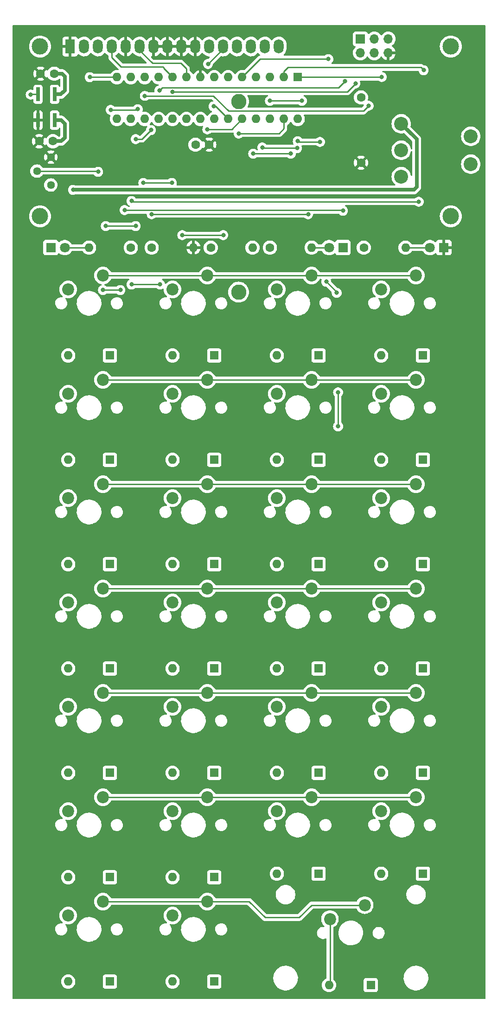
<source format=gbr>
%TF.GenerationSoftware,KiCad,Pcbnew,7.0.2-6a45011f42~172~ubuntu22.04.1*%
%TF.CreationDate,2023-05-17T14:33:14-04:00*%
%TF.ProjectId,keyboard-pcb,6b657962-6f61-4726-942d-7063622e6b69,rev?*%
%TF.SameCoordinates,Original*%
%TF.FileFunction,Copper,L2,Bot*%
%TF.FilePolarity,Positive*%
%FSLAX46Y46*%
G04 Gerber Fmt 4.6, Leading zero omitted, Abs format (unit mm)*
G04 Created by KiCad (PCBNEW 7.0.2-6a45011f42~172~ubuntu22.04.1) date 2023-05-17 14:33:14*
%MOMM*%
%LPD*%
G01*
G04 APERTURE LIST*
G04 Aperture macros list*
%AMFreePoly0*
4,1,13,0.900000,0.500000,3.600000,0.500000,3.600000,-0.500000,0.900000,-0.500000,0.400000,-1.000000,-0.400000,-1.000000,-0.900000,-0.500000,-3.600000,-0.500000,-3.600000,0.500000,-0.900000,0.500000,-0.400000,1.000000,0.400000,1.000000,0.900000,0.500000,0.900000,0.500000,$1*%
G04 Aperture macros list end*
%TA.AperFunction,ComponentPad*%
%ADD10C,2.200000*%
%TD*%
%TA.AperFunction,ComponentPad*%
%ADD11C,1.600000*%
%TD*%
%TA.AperFunction,ComponentPad*%
%ADD12O,1.600000X1.600000*%
%TD*%
%TA.AperFunction,ComponentPad*%
%ADD13R,1.600000X1.600000*%
%TD*%
%TA.AperFunction,ComponentPad*%
%ADD14C,3.000000*%
%TD*%
%TA.AperFunction,ComponentPad*%
%ADD15R,1.800000X2.600000*%
%TD*%
%TA.AperFunction,ComponentPad*%
%ADD16O,1.800000X2.600000*%
%TD*%
%TA.AperFunction,ComponentPad*%
%ADD17R,1.800000X1.800000*%
%TD*%
%TA.AperFunction,ComponentPad*%
%ADD18C,1.800000*%
%TD*%
%TA.AperFunction,ComponentPad*%
%ADD19C,1.440000*%
%TD*%
%TA.AperFunction,ComponentPad*%
%ADD20C,2.540000*%
%TD*%
%TA.AperFunction,ComponentPad*%
%ADD21R,1.700000X1.700000*%
%TD*%
%TA.AperFunction,ComponentPad*%
%ADD22O,1.700000X1.700000*%
%TD*%
%TA.AperFunction,SMDPad,CuDef*%
%ADD23R,0.700000X2.500000*%
%TD*%
%TA.AperFunction,SMDPad,CuDef*%
%ADD24FreePoly0,90.000000*%
%TD*%
%TA.AperFunction,ComponentPad*%
%ADD25C,1.600200*%
%TD*%
%TA.AperFunction,ComponentPad*%
%ADD26C,2.794000*%
%TD*%
%TA.AperFunction,ViaPad*%
%ADD27C,0.800000*%
%TD*%
%TA.AperFunction,Conductor*%
%ADD28C,0.254000*%
%TD*%
%TA.AperFunction,Conductor*%
%ADD29C,0.635000*%
%TD*%
G04 APERTURE END LIST*
D10*
%TO.P,SW10,1,1*%
%TO.N,/ROW2*%
X45720000Y-101600000D03*
%TO.P,SW10,2,2*%
%TO.N,Net-(D12-A)*%
X39370000Y-104140000D03*
%TD*%
D11*
%TO.P,R4,1*%
%TO.N,VCC*%
X65405000Y-58420000D03*
D12*
%TO.P,R4,2*%
%TO.N,/nRST*%
X73025000Y-58420000D03*
%TD*%
D10*
%TO.P,SW2,1,1*%
%TO.N,/ROW0*%
X64770000Y-63500000D03*
%TO.P,SW2,2,2*%
%TO.N,Net-(D4-A)*%
X58420000Y-66040000D03*
%TD*%
%TO.P,SW4,1,1*%
%TO.N,/ROW0*%
X102870000Y-63500000D03*
%TO.P,SW4,2,2*%
%TO.N,Net-(D6-A)*%
X96520000Y-66040000D03*
%TD*%
%TO.P,SW22,1,1*%
%TO.N,/ROW5*%
X45720000Y-158750000D03*
%TO.P,SW22,2,2*%
%TO.N,Net-(D24-A)*%
X39370000Y-161290000D03*
%TD*%
%TO.P,SW8,1,1*%
%TO.N,/ROW1*%
X83820000Y-82550000D03*
%TO.P,SW8,2,2*%
%TO.N,Net-(D9-A)*%
X77470000Y-85090000D03*
%TD*%
%TO.P,SW14,1,1*%
%TO.N,/ROW3*%
X45720000Y-120650000D03*
%TO.P,SW14,2,2*%
%TO.N,Net-(D16-A)*%
X39370000Y-123190000D03*
%TD*%
%TO.P,SW16,1,1*%
%TO.N,/ROW3*%
X83820000Y-120650000D03*
%TO.P,SW16,2,2*%
%TO.N,Net-(D18-A)*%
X77470000Y-123190000D03*
%TD*%
%TO.P,SW1,1,1*%
%TO.N,/ROW0*%
X45720000Y-63500000D03*
%TO.P,SW1,2,2*%
%TO.N,Net-(D3-A)*%
X39370000Y-66040000D03*
%TD*%
%TO.P,SW18,1,1*%
%TO.N,/ROW4*%
X45720000Y-139700000D03*
%TO.P,SW18,2,2*%
%TO.N,Net-(D20-A)*%
X39370000Y-142240000D03*
%TD*%
%TO.P,SW25,1,1*%
%TO.N,/ROW5*%
X102870000Y-158750000D03*
%TO.P,SW25,2,2*%
%TO.N,Net-(D27-A)*%
X96520000Y-161290000D03*
%TD*%
D13*
%TO.P,U2,1,~{RESET}/PC6*%
%TO.N,/nRST*%
X81280000Y-27305000D03*
D12*
%TO.P,U2,2,PD0*%
%TO.N,/ROW0*%
X78740000Y-27305000D03*
%TO.P,U2,3,PD1*%
%TO.N,/ROW1*%
X76200000Y-27305000D03*
%TO.P,U2,4,PD2*%
%TO.N,/ROW2*%
X73660000Y-27305000D03*
%TO.P,U2,5,PD3*%
%TO.N,/ROW3*%
X71120000Y-27305000D03*
%TO.P,U2,6,PD4*%
%TO.N,/ROW4*%
X68580000Y-27305000D03*
%TO.P,U2,7,VCC*%
%TO.N,VCC*%
X66040000Y-27305000D03*
%TO.P,U2,8,GND*%
%TO.N,GND*%
X63500000Y-27305000D03*
%TO.P,U2,9,XTAL1/PB6*%
%TO.N,/EN*%
X60960000Y-27305000D03*
%TO.P,U2,10,XTAL2/PB7*%
%TO.N,/RS*%
X58420000Y-27305000D03*
%TO.P,U2,11,PD5*%
%TO.N,/ROW5*%
X55880000Y-27305000D03*
%TO.P,U2,12,PD6*%
%TO.N,/ROW6*%
X53340000Y-27305000D03*
%TO.P,U2,13,PD7*%
%TO.N,/COL3*%
X50800000Y-27305000D03*
%TO.P,U2,14,PB0*%
%TO.N,Net-(D1-K)*%
X48260000Y-27305000D03*
%TO.P,U2,15,PB1*%
%TO.N,Net-(D2-K)*%
X48260000Y-34925000D03*
%TO.P,U2,16,PB2*%
%TO.N,/COL0*%
X50800000Y-34925000D03*
%TO.P,U2,17,PB3*%
%TO.N,/MOSI*%
X53340000Y-34925000D03*
%TO.P,U2,18,PB4*%
%TO.N,/MISO*%
X55880000Y-34925000D03*
%TO.P,U2,19,PB5*%
%TO.N,/SCK*%
X58420000Y-34925000D03*
%TO.P,U2,20,AVCC*%
%TO.N,VCC*%
X60960000Y-34925000D03*
%TO.P,U2,21,AREF*%
%TO.N,unconnected-(U2-AREF-Pad21)*%
X63500000Y-34925000D03*
%TO.P,U2,22,GND*%
%TO.N,GND*%
X66040000Y-34925000D03*
%TO.P,U2,23,PC0*%
%TO.N,/D0*%
X68580000Y-34925000D03*
%TO.P,U2,24,PC1*%
%TO.N,/D1*%
X71120000Y-34925000D03*
%TO.P,U2,25,PC2*%
%TO.N,/D2*%
X73660000Y-34925000D03*
%TO.P,U2,26,PC3*%
%TO.N,/D3*%
X76200000Y-34925000D03*
%TO.P,U2,27,PC4*%
%TO.N,/COL1*%
X78740000Y-34925000D03*
%TO.P,U2,28,PC5*%
%TO.N,/COL2*%
X81280000Y-34925000D03*
%TD*%
D10*
%TO.P,SW23,1,1*%
%TO.N,/ROW5*%
X64770000Y-158750000D03*
%TO.P,SW23,2,2*%
%TO.N,Net-(D25-A)*%
X58420000Y-161290000D03*
%TD*%
%TO.P,SW11,1,1*%
%TO.N,/ROW2*%
X64770000Y-101600000D03*
%TO.P,SW11,2,2*%
%TO.N,Net-(D13-A)*%
X58420000Y-104140000D03*
%TD*%
D14*
%TO.P,U3,*%
%TO.N,*%
X34221420Y-21704300D03*
X34221420Y-52705000D03*
X109220000Y-52705000D03*
X109220520Y-21704300D03*
D15*
%TO.P,U3,1,VSS*%
%TO.N,GND*%
X39720520Y-21704300D03*
D16*
%TO.P,U3,2,VDD*%
%TO.N,VCC*%
X42260520Y-21704300D03*
%TO.P,U3,3,VO*%
%TO.N,Net-(U3-VO)*%
X44800520Y-21704300D03*
%TO.P,U3,4,RS*%
%TO.N,/RS*%
X47340520Y-21704300D03*
%TO.P,U3,5,R/W*%
%TO.N,GND*%
X49880520Y-21704300D03*
%TO.P,U3,6,E*%
%TO.N,/EN*%
X52420520Y-21704300D03*
%TO.P,U3,7,DB0*%
%TO.N,GND*%
X54960520Y-21704300D03*
%TO.P,U3,8,DB1*%
X57500520Y-21704300D03*
%TO.P,U3,9,DB2*%
X60040520Y-21704300D03*
%TO.P,U3,10,DB3*%
X62580520Y-21704300D03*
%TO.P,U3,11,DB4*%
%TO.N,/D0*%
X65120520Y-21704300D03*
%TO.P,U3,12,DB5*%
%TO.N,/D1*%
X67660520Y-21704300D03*
%TO.P,U3,13,DB6*%
%TO.N,/D2*%
X70200520Y-21704300D03*
%TO.P,U3,14,DB7*%
%TO.N,/D3*%
X72740520Y-21704300D03*
%TO.P,U3,15,A/VEE*%
%TO.N,VCC*%
X75280520Y-21704300D03*
%TO.P,U3,16,K*%
%TO.N,Net-(U3-K)*%
X77820520Y-21704300D03*
%TD*%
D10*
%TO.P,SW19,1,1*%
%TO.N,/ROW4*%
X64770000Y-139700000D03*
%TO.P,SW19,2,2*%
%TO.N,Net-(D21-A)*%
X58420000Y-142240000D03*
%TD*%
%TO.P,SW6,1,1*%
%TO.N,/ROW1*%
X45720000Y-82550000D03*
%TO.P,SW6,2,2*%
%TO.N,Net-(D7-A)*%
X39370000Y-85090000D03*
%TD*%
D17*
%TO.P,D1,1,K*%
%TO.N,Net-(D1-K)*%
X36195000Y-58420000D03*
D18*
%TO.P,D1,2,A*%
%TO.N,Net-(D1-A)*%
X38735000Y-58420000D03*
%TD*%
D10*
%TO.P,SW3,1,1*%
%TO.N,/ROW0*%
X83820000Y-63500000D03*
%TO.P,SW3,2,2*%
%TO.N,Net-(D5-A)*%
X77470000Y-66040000D03*
%TD*%
D11*
%TO.P,R1,1*%
%TO.N,VCC*%
X50800000Y-58420000D03*
D12*
%TO.P,R1,2*%
%TO.N,Net-(D1-A)*%
X43180000Y-58420000D03*
%TD*%
D17*
%TO.P,D11,1,K*%
%TO.N,GND*%
X107950000Y-58420000D03*
D18*
%TO.P,D11,2,A*%
%TO.N,Net-(D11-A)*%
X105410000Y-58420000D03*
%TD*%
D10*
%TO.P,SW26,1,1*%
%TO.N,/ROW6*%
X45720000Y-177800000D03*
%TO.P,SW26,2,2*%
%TO.N,Net-(D28-A)*%
X39370000Y-180340000D03*
%TD*%
%TO.P,SW13,1,1*%
%TO.N,/ROW2*%
X102870000Y-101600000D03*
%TO.P,SW13,2,2*%
%TO.N,Net-(D15-A)*%
X96520000Y-104140000D03*
%TD*%
%TO.P,SW17,1,1*%
%TO.N,/ROW3*%
X102870000Y-120650000D03*
%TO.P,SW17,2,2*%
%TO.N,Net-(D19-A)*%
X96520000Y-123190000D03*
%TD*%
%TO.P,SW20,1,1*%
%TO.N,/ROW4*%
X83820000Y-139700000D03*
%TO.P,SW20,2,2*%
%TO.N,Net-(D22-A)*%
X77470000Y-142240000D03*
%TD*%
D11*
%TO.P,R3,1*%
%TO.N,VCC*%
X93345000Y-58420000D03*
D12*
%TO.P,R3,2*%
%TO.N,Net-(D11-A)*%
X100965000Y-58420000D03*
%TD*%
D11*
%TO.P,C1,1*%
%TO.N,VCC*%
X62611000Y-39624000D03*
%TO.P,C1,2*%
%TO.N,GND*%
X65111000Y-39624000D03*
%TD*%
D10*
%TO.P,SW12,1,1*%
%TO.N,/ROW2*%
X83820000Y-101600000D03*
%TO.P,SW12,2,2*%
%TO.N,Net-(D14-A)*%
X77470000Y-104140000D03*
%TD*%
%TO.P,SW15,1,1*%
%TO.N,/ROW3*%
X64770000Y-120650000D03*
%TO.P,SW15,2,2*%
%TO.N,Net-(D17-A)*%
X58420000Y-123190000D03*
%TD*%
%TO.P,SW27,1,1*%
%TO.N,/ROW6*%
X64770000Y-177800000D03*
%TO.P,SW27,2,2*%
%TO.N,Net-(D29-A)*%
X58420000Y-180340000D03*
%TD*%
%TO.P,SW21,1,1*%
%TO.N,/ROW4*%
X102870000Y-139700000D03*
%TO.P,SW21,2,2*%
%TO.N,Net-(D23-A)*%
X96520000Y-142240000D03*
%TD*%
D17*
%TO.P,D2,1,K*%
%TO.N,Net-(D2-K)*%
X89535000Y-58420000D03*
D18*
%TO.P,D2,2,A*%
%TO.N,Net-(D2-A)*%
X86995000Y-58420000D03*
%TD*%
D10*
%TO.P,SW24,1,1*%
%TO.N,/ROW5*%
X83820000Y-158750000D03*
%TO.P,SW24,2,2*%
%TO.N,Net-(D26-A)*%
X77470000Y-161290000D03*
%TD*%
%TO.P,SW28,1,1*%
%TO.N,/ROW6*%
X93510000Y-178450000D03*
%TO.P,SW28,2,2*%
%TO.N,Net-(D30-A)*%
X87160000Y-180990000D03*
%TD*%
D11*
%TO.P,R2,1*%
%TO.N,VCC*%
X76200000Y-58420000D03*
D12*
%TO.P,R2,2*%
%TO.N,Net-(D2-A)*%
X83820000Y-58420000D03*
%TD*%
D11*
%TO.P,R5,1*%
%TO.N,Net-(U3-K)*%
X54610000Y-58420000D03*
D12*
%TO.P,R5,2*%
%TO.N,GND*%
X62230000Y-58420000D03*
%TD*%
D10*
%TO.P,SW9,1,1*%
%TO.N,/ROW1*%
X102870000Y-82550000D03*
%TO.P,SW9,2,2*%
%TO.N,Net-(D10-A)*%
X96520000Y-85090000D03*
%TD*%
%TO.P,SW7,1,1*%
%TO.N,/ROW1*%
X64770000Y-82550000D03*
%TO.P,SW7,2,2*%
%TO.N,Net-(D8-A)*%
X58420000Y-85090000D03*
%TD*%
D13*
%TO.P,D16,1,K*%
%TO.N,/COL0*%
X46990000Y-135255000D03*
D12*
%TO.P,D16,2,A*%
%TO.N,Net-(D16-A)*%
X39370000Y-135255000D03*
%TD*%
D13*
%TO.P,D18,1,K*%
%TO.N,/COL2*%
X85090000Y-135255000D03*
D12*
%TO.P,D18,2,A*%
%TO.N,Net-(D18-A)*%
X77470000Y-135255000D03*
%TD*%
D13*
%TO.P,D13,1,K*%
%TO.N,/COL1*%
X66040000Y-116205000D03*
D12*
%TO.P,D13,2,A*%
%TO.N,Net-(D13-A)*%
X58420000Y-116205000D03*
%TD*%
D13*
%TO.P,D21,1,K*%
%TO.N,/COL1*%
X66040000Y-154305000D03*
D12*
%TO.P,D21,2,A*%
%TO.N,Net-(D21-A)*%
X58420000Y-154305000D03*
%TD*%
D19*
%TO.P,RV1,1,1*%
%TO.N,VCC*%
X36195000Y-46990000D03*
%TO.P,RV1,2,2*%
%TO.N,Net-(U3-VO)*%
X33655000Y-44450000D03*
%TO.P,RV1,3,3*%
%TO.N,GND*%
X36195000Y-41910000D03*
%TD*%
D13*
%TO.P,D27,1,K*%
%TO.N,/COL3*%
X104140000Y-172720000D03*
D12*
%TO.P,D27,2,A*%
%TO.N,Net-(D27-A)*%
X96520000Y-172720000D03*
%TD*%
D13*
%TO.P,D24,1,K*%
%TO.N,/COL0*%
X46990000Y-173355000D03*
D12*
%TO.P,D24,2,A*%
%TO.N,Net-(D24-A)*%
X39370000Y-173355000D03*
%TD*%
D13*
%TO.P,D5,1,K*%
%TO.N,/COL2*%
X85090000Y-78105000D03*
D12*
%TO.P,D5,2,A*%
%TO.N,Net-(D5-A)*%
X77470000Y-78105000D03*
%TD*%
D13*
%TO.P,D9,1,K*%
%TO.N,/COL2*%
X85090000Y-97155000D03*
D12*
%TO.P,D9,2,A*%
%TO.N,Net-(D9-A)*%
X77470000Y-97155000D03*
%TD*%
D13*
%TO.P,D19,1,K*%
%TO.N,/COL3*%
X104140000Y-135255000D03*
D12*
%TO.P,D19,2,A*%
%TO.N,Net-(D19-A)*%
X96520000Y-135255000D03*
%TD*%
D13*
%TO.P,D8,1,K*%
%TO.N,/COL1*%
X66040000Y-97155000D03*
D12*
%TO.P,D8,2,A*%
%TO.N,Net-(D8-A)*%
X58420000Y-97155000D03*
%TD*%
D13*
%TO.P,D26,1,K*%
%TO.N,/COL2*%
X85090000Y-172720000D03*
D12*
%TO.P,D26,2,A*%
%TO.N,Net-(D26-A)*%
X77470000Y-172720000D03*
%TD*%
D13*
%TO.P,D14,1,K*%
%TO.N,/COL2*%
X85090000Y-116205000D03*
D12*
%TO.P,D14,2,A*%
%TO.N,Net-(D14-A)*%
X77470000Y-116205000D03*
%TD*%
D13*
%TO.P,D12,1,K*%
%TO.N,/COL0*%
X46990000Y-116205000D03*
D12*
%TO.P,D12,2,A*%
%TO.N,Net-(D12-A)*%
X39370000Y-116205000D03*
%TD*%
D13*
%TO.P,D17,1,K*%
%TO.N,/COL1*%
X66040000Y-135255000D03*
D12*
%TO.P,D17,2,A*%
%TO.N,Net-(D17-A)*%
X58420000Y-135255000D03*
%TD*%
D11*
%TO.P,C2,1*%
%TO.N,VCC*%
X36810000Y-26670000D03*
%TO.P,C2,2*%
%TO.N,GND*%
X34310000Y-26670000D03*
%TD*%
D20*
%TO.P,SW5,1,A*%
%TO.N,Net-(SW5-A)*%
X100178000Y-35814000D03*
%TO.P,SW5,2,B*%
%TO.N,Net-(BT1-+)*%
X100178000Y-40640000D03*
%TO.P,SW5,3*%
%TO.N,N/C*%
X100178000Y-45466000D03*
%TO.P,SW5,4*%
X112878000Y-38100000D03*
%TO.P,SW5,5*%
X112878000Y-43180000D03*
%TD*%
D21*
%TO.P,J1,1,Pin_1*%
%TO.N,/MISO*%
X92725000Y-20315000D03*
D22*
%TO.P,J1,2,Pin_2*%
%TO.N,VCC*%
X92725000Y-22855000D03*
%TO.P,J1,3,Pin_3*%
%TO.N,/SCK*%
X95265000Y-20315000D03*
%TO.P,J1,4,Pin_4*%
%TO.N,/MOSI*%
X95265000Y-22855000D03*
%TO.P,J1,5,Pin_5*%
%TO.N,/nRST*%
X97805000Y-20315000D03*
%TO.P,J1,6,Pin_6*%
%TO.N,GND*%
X97805000Y-22855000D03*
%TD*%
D13*
%TO.P,D28,1,K*%
%TO.N,/COL0*%
X46990000Y-192405000D03*
D12*
%TO.P,D28,2,A*%
%TO.N,Net-(D28-A)*%
X39370000Y-192405000D03*
%TD*%
D13*
%TO.P,D23,1,K*%
%TO.N,/COL3*%
X104140000Y-154305000D03*
D12*
%TO.P,D23,2,A*%
%TO.N,Net-(D23-A)*%
X96520000Y-154305000D03*
%TD*%
D13*
%TO.P,D4,1,K*%
%TO.N,/COL1*%
X66040000Y-78105000D03*
D12*
%TO.P,D4,2,A*%
%TO.N,Net-(D4-A)*%
X58420000Y-78105000D03*
%TD*%
D13*
%TO.P,D6,1,K*%
%TO.N,/COL3*%
X104140000Y-78105000D03*
D12*
%TO.P,D6,2,A*%
%TO.N,Net-(D6-A)*%
X96520000Y-78105000D03*
%TD*%
D13*
%TO.P,D10,1,K*%
%TO.N,/COL3*%
X104140000Y-97155000D03*
D12*
%TO.P,D10,2,A*%
%TO.N,Net-(D10-A)*%
X96520000Y-97155000D03*
%TD*%
D11*
%TO.P,C3,1*%
%TO.N,Net-(SW5-A)*%
X36576000Y-38989000D03*
%TO.P,C3,2*%
%TO.N,GND*%
X34076000Y-38989000D03*
%TD*%
D13*
%TO.P,D29,1,K*%
%TO.N,/COL1*%
X66040000Y-192405000D03*
D12*
%TO.P,D29,2,A*%
%TO.N,Net-(D29-A)*%
X58420000Y-192405000D03*
%TD*%
D13*
%TO.P,D22,1,K*%
%TO.N,/COL2*%
X85090000Y-154305000D03*
D12*
%TO.P,D22,2,A*%
%TO.N,Net-(D22-A)*%
X77470000Y-154305000D03*
%TD*%
D13*
%TO.P,D20,1,K*%
%TO.N,/COL0*%
X46990000Y-154305000D03*
D12*
%TO.P,D20,2,A*%
%TO.N,Net-(D20-A)*%
X39370000Y-154305000D03*
%TD*%
D23*
%TO.P,U1,1,VIN*%
%TO.N,Net-(SW5-A)*%
X36870000Y-35140000D03*
D24*
%TO.P,U1,2,GND*%
%TO.N,GND*%
X35370000Y-32790000D03*
D23*
%TO.P,U1,3,GND*%
X33870000Y-35140000D03*
%TO.P,U1,4,CE*%
%TO.N,Net-(SW5-A)*%
X33870000Y-30440000D03*
%TO.P,U1,5,VOUT*%
%TO.N,VCC*%
X36870000Y-30440000D03*
%TD*%
D13*
%TO.P,D30,1,K*%
%TO.N,/COL2*%
X94615000Y-193040000D03*
D12*
%TO.P,D30,2,A*%
%TO.N,Net-(D30-A)*%
X86995000Y-193040000D03*
%TD*%
D13*
%TO.P,D7,1,K*%
%TO.N,/COL0*%
X46990000Y-97155000D03*
D12*
%TO.P,D7,2,A*%
%TO.N,Net-(D7-A)*%
X39370000Y-97155000D03*
%TD*%
D13*
%TO.P,D15,1,K*%
%TO.N,/COL3*%
X104140000Y-116205000D03*
D12*
%TO.P,D15,2,A*%
%TO.N,Net-(D15-A)*%
X96520000Y-116205000D03*
%TD*%
D13*
%TO.P,D3,1,K*%
%TO.N,/COL0*%
X46990000Y-78105000D03*
D12*
%TO.P,D3,2,A*%
%TO.N,Net-(D3-A)*%
X39370000Y-78105000D03*
%TD*%
D25*
%TO.P,BT1,1,+*%
%TO.N,Net-(BT1-+)*%
X92837000Y-30988000D03*
%TO.P,BT1,2,-*%
%TO.N,GND*%
X92837000Y-42926000D03*
D26*
%TO.P,BT1,3*%
%TO.N,N/C*%
X70485000Y-66548000D03*
%TO.P,BT1,4*%
X70485000Y-31750000D03*
%TD*%
D13*
%TO.P,D25,1,K*%
%TO.N,/COL1*%
X66040000Y-173355000D03*
D12*
%TO.P,D25,2,A*%
%TO.N,Net-(D25-A)*%
X58420000Y-173355000D03*
%TD*%
D27*
%TO.N,/COL2*%
X88392000Y-66675000D03*
X86487000Y-64643000D03*
X88646000Y-91059000D03*
X88646000Y-84836000D03*
%TO.N,/COL0*%
X50927000Y-65151000D03*
X53086000Y-46609000D03*
X58293000Y-46609000D03*
X56134000Y-65151000D03*
%TO.N,/COL1*%
X70485000Y-37592000D03*
%TO.N,/COL2*%
X81280000Y-38989000D03*
X85344000Y-39116000D03*
%TO.N,/COL3*%
X103378000Y-50038000D03*
X50927000Y-49911000D03*
%TO.N,/ROW0*%
X104267000Y-26035000D03*
%TO.N,/ROW1*%
X76200000Y-31623000D03*
X82042000Y-31623000D03*
%TO.N,/ROW2*%
X81153000Y-40259000D03*
X74803000Y-40132000D03*
%TO.N,/ROW3*%
X86868000Y-24003000D03*
%TO.N,/ROW4*%
X60198000Y-56134000D03*
X67691000Y-56134000D03*
%TO.N,/ROW5*%
X54483000Y-36957000D03*
X51689000Y-54483000D03*
X46228000Y-54483000D03*
X51689000Y-38608000D03*
%TO.N,/ROW6*%
X45720000Y-66167000D03*
X52070000Y-33147000D03*
X48895000Y-66167000D03*
X47117000Y-33274000D03*
%TO.N,/nRST*%
X73152000Y-41275000D03*
X96628000Y-27286000D03*
X80010000Y-41275000D03*
%TO.N,Net-(SW5-A)*%
X32512000Y-30480000D03*
X40259000Y-47879000D03*
%TO.N,Net-(D1-K)*%
X43307000Y-27305000D03*
%TO.N,/MOSI*%
X94234000Y-32512000D03*
X53355000Y-30719000D03*
%TO.N,/MISO*%
X89916000Y-28031500D03*
X56007000Y-29718000D03*
%TO.N,/SCK*%
X58455000Y-29937000D03*
X91821000Y-28448000D03*
%TO.N,Net-(D2-K)*%
X49657000Y-51562000D03*
X89535000Y-51689000D03*
%TO.N,/D0*%
X65913000Y-32639000D03*
%TO.N,/D1*%
X64897000Y-24892000D03*
X64770000Y-36830000D03*
%TO.N,Net-(U3-K)*%
X54610000Y-52324000D03*
X83185000Y-52324000D03*
%TO.N,Net-(U3-VO)*%
X44831000Y-44577000D03*
%TD*%
D28*
%TO.N,/COL2*%
X88392000Y-66548000D02*
X88392000Y-66675000D01*
X86487000Y-64643000D02*
X88392000Y-66548000D01*
X88646000Y-84836000D02*
X88646000Y-91059000D01*
%TO.N,Net-(D1-A)*%
X38735000Y-58420000D02*
X43180000Y-58420000D01*
%TO.N,Net-(D2-A)*%
X86995000Y-58420000D02*
X83820000Y-58420000D01*
%TO.N,Net-(D11-A)*%
X105410000Y-58420000D02*
X100965000Y-58420000D01*
%TO.N,/COL0*%
X58293000Y-46609000D02*
X53086000Y-46609000D01*
X50927000Y-65151000D02*
X56134000Y-65151000D01*
%TO.N,/COL1*%
X70485000Y-37592000D02*
X77851000Y-37592000D01*
X77851000Y-37592000D02*
X78740000Y-36703000D01*
X78740000Y-36703000D02*
X78740000Y-34925000D01*
%TO.N,/COL2*%
X85344000Y-39116000D02*
X81407000Y-39116000D01*
X81407000Y-39116000D02*
X81280000Y-38989000D01*
%TO.N,/COL3*%
X51054000Y-50038000D02*
X50927000Y-49911000D01*
X103378000Y-50038000D02*
X51054000Y-50038000D01*
%TO.N,/ROW0*%
X79502000Y-25527000D02*
X78740000Y-26289000D01*
X103759000Y-25527000D02*
X79502000Y-25527000D01*
X45720000Y-63500000D02*
X102870000Y-63500000D01*
X78740000Y-26289000D02*
X78740000Y-27305000D01*
X104267000Y-26035000D02*
X103759000Y-25527000D01*
%TO.N,/ROW1*%
X45720000Y-82550000D02*
X102870000Y-82550000D01*
X82042000Y-31623000D02*
X76200000Y-31623000D01*
%TO.N,/ROW2*%
X81153000Y-40259000D02*
X74930000Y-40259000D01*
X74930000Y-40259000D02*
X74803000Y-40132000D01*
X45720000Y-101600000D02*
X102870000Y-101600000D01*
%TO.N,/ROW3*%
X45720000Y-120650000D02*
X102870000Y-120650000D01*
X74422000Y-24003000D02*
X86868000Y-24003000D01*
X71120000Y-27305000D02*
X74422000Y-24003000D01*
%TO.N,/ROW4*%
X45720000Y-139700000D02*
X102870000Y-139700000D01*
X60198000Y-56134000D02*
X67691000Y-56134000D01*
%TO.N,/ROW5*%
X51689000Y-54483000D02*
X46228000Y-54483000D01*
X51689000Y-38608000D02*
X52832000Y-38608000D01*
X52832000Y-38608000D02*
X54483000Y-36957000D01*
X45720000Y-158750000D02*
X102870000Y-158750000D01*
%TO.N,/ROW6*%
X45720000Y-177800000D02*
X72390000Y-177800000D01*
X47117000Y-33274000D02*
X51943000Y-33274000D01*
X83805000Y-178450000D02*
X93510000Y-178450000D01*
X45720000Y-66167000D02*
X48895000Y-66167000D01*
X72390000Y-177800000D02*
X75311000Y-180721000D01*
X75311000Y-180721000D02*
X81534000Y-180721000D01*
X81534000Y-180721000D02*
X83805000Y-178450000D01*
X51943000Y-33274000D02*
X52070000Y-33147000D01*
%TO.N,/nRST*%
X96628000Y-27286000D02*
X96609000Y-27305000D01*
X96609000Y-27305000D02*
X81280000Y-27305000D01*
X73152000Y-41275000D02*
X80010000Y-41275000D01*
D29*
%TO.N,VCC*%
X38013000Y-30440000D02*
X38735000Y-29718000D01*
X38735000Y-27178000D02*
X38227000Y-26670000D01*
X38227000Y-26670000D02*
X36810000Y-26670000D01*
X38735000Y-29718000D02*
X38735000Y-27178000D01*
X36870000Y-30440000D02*
X38013000Y-30440000D01*
%TO.N,GND*%
X35370000Y-32790000D02*
X32663000Y-32790000D01*
X33870000Y-35140000D02*
X32805000Y-35140000D01*
X37338000Y-32766000D02*
X37314000Y-32790000D01*
X35370000Y-32790000D02*
X37314000Y-32790000D01*
X32639000Y-32766000D02*
X32663000Y-32790000D01*
X32805000Y-35140000D02*
X32766000Y-35179000D01*
D28*
%TO.N,/EN*%
X52420520Y-21704300D02*
X52420520Y-22448520D01*
X59944000Y-24765000D02*
X60960000Y-25781000D01*
X60960000Y-25781000D02*
X60960000Y-27305000D01*
X54737000Y-24765000D02*
X59944000Y-24765000D01*
X52420520Y-22448520D02*
X54737000Y-24765000D01*
%TO.N,/RS*%
X47340520Y-23718520D02*
X49022000Y-25400000D01*
X49022000Y-25400000D02*
X56642000Y-25400000D01*
X56769000Y-25654000D02*
X58420000Y-27305000D01*
X56642000Y-25400000D02*
X56769000Y-25527000D01*
X56769000Y-25527000D02*
X56769000Y-25654000D01*
X47340520Y-21704300D02*
X47340520Y-23718520D01*
D29*
%TO.N,Net-(SW5-A)*%
X100178000Y-35814000D02*
X102997000Y-38633000D01*
X38735000Y-38354000D02*
X38100000Y-38989000D01*
X38100000Y-38989000D02*
X36576000Y-38989000D01*
X38061000Y-35140000D02*
X38735000Y-35814000D01*
X102997000Y-47371000D02*
X102489000Y-47879000D01*
X36870000Y-35140000D02*
X38061000Y-35140000D01*
X102997000Y-38633000D02*
X102997000Y-38862000D01*
D28*
X33870000Y-30440000D02*
X32552000Y-30440000D01*
X32552000Y-30440000D02*
X32512000Y-30480000D01*
D29*
X102997000Y-38862000D02*
X102997000Y-47371000D01*
X38735000Y-35814000D02*
X38735000Y-38354000D01*
X102489000Y-47879000D02*
X40259000Y-47879000D01*
D28*
%TO.N,Net-(D1-K)*%
X43307000Y-27305000D02*
X48260000Y-27305000D01*
%TO.N,/MOSI*%
X65885866Y-30719000D02*
X53355000Y-30719000D01*
X93272000Y-33474000D02*
X68640866Y-33474000D01*
X94234000Y-32512000D02*
X93272000Y-33474000D01*
X68640866Y-33474000D02*
X65885866Y-30719000D01*
%TO.N,/MISO*%
X88737500Y-29210000D02*
X56515000Y-29210000D01*
X89916000Y-28031500D02*
X88737500Y-29210000D01*
X56515000Y-29210000D02*
X56007000Y-29718000D01*
%TO.N,/SCK*%
X91821000Y-28448000D02*
X90332000Y-29937000D01*
X90332000Y-29937000D02*
X58455000Y-29937000D01*
%TO.N,Net-(D2-K)*%
X49692000Y-51597000D02*
X49657000Y-51562000D01*
X89443000Y-51597000D02*
X49692000Y-51597000D01*
X89535000Y-51689000D02*
X89443000Y-51597000D01*
%TO.N,/D0*%
X66294000Y-32639000D02*
X68580000Y-34925000D01*
X65913000Y-32639000D02*
X66294000Y-32639000D01*
%TO.N,/D1*%
X67660520Y-22128480D02*
X67660520Y-21704300D01*
X64897000Y-24892000D02*
X67660520Y-22128480D01*
X71120000Y-34925000D02*
X69215000Y-36830000D01*
X69215000Y-36830000D02*
X64770000Y-36830000D01*
%TO.N,Net-(D30-A)*%
X87160000Y-192875000D02*
X86995000Y-193040000D01*
X87160000Y-180990000D02*
X87160000Y-192875000D01*
%TO.N,Net-(U3-K)*%
X54610000Y-52324000D02*
X83185000Y-52324000D01*
%TO.N,Net-(U3-VO)*%
X44704000Y-44450000D02*
X33655000Y-44450000D01*
X44831000Y-44577000D02*
X44704000Y-44450000D01*
%TD*%
%TA.AperFunction,Conductor*%
%TO.N,GND*%
G36*
X62830520Y-23482564D02*
G01*
X62991956Y-23447773D01*
X63213080Y-23358917D01*
X63416017Y-23233964D01*
X63594914Y-23076515D01*
X63744622Y-22891106D01*
X63744733Y-22890908D01*
X63744970Y-22890675D01*
X63751258Y-22882888D01*
X63752163Y-22883618D01*
X63794609Y-22841979D01*
X63863021Y-22827781D01*
X63928249Y-22852824D01*
X63955726Y-22881938D01*
X64026940Y-22987302D01*
X64026941Y-22987303D01*
X64191899Y-23159418D01*
X64383573Y-23301179D01*
X64596446Y-23408507D01*
X64824397Y-23478316D01*
X65060866Y-23508598D01*
X65089694Y-23507373D01*
X65157508Y-23524194D01*
X65205463Y-23575008D01*
X65218333Y-23643682D01*
X65192033Y-23708412D01*
X65182638Y-23718942D01*
X64946400Y-23955181D01*
X64885077Y-23988666D01*
X64858719Y-23991500D01*
X64802352Y-23991500D01*
X64617197Y-24030855D01*
X64444269Y-24107848D01*
X64291129Y-24219110D01*
X64164466Y-24359783D01*
X64069820Y-24523715D01*
X64011326Y-24703742D01*
X63991540Y-24892000D01*
X64011326Y-25080257D01*
X64069820Y-25260284D01*
X64164466Y-25424216D01*
X64291129Y-25564889D01*
X64444269Y-25676151D01*
X64617197Y-25753144D01*
X64802352Y-25792500D01*
X64802354Y-25792500D01*
X64991648Y-25792500D01*
X65115083Y-25766262D01*
X65176803Y-25753144D01*
X65349730Y-25676151D01*
X65466968Y-25590973D01*
X65502870Y-25564889D01*
X65565791Y-25495009D01*
X65629533Y-25424216D01*
X65724179Y-25260284D01*
X65782674Y-25080256D01*
X65799989Y-24915505D01*
X65826572Y-24850894D01*
X65835619Y-24840798D01*
X67184379Y-23492038D01*
X67245700Y-23458555D01*
X67308367Y-23461156D01*
X67364397Y-23478316D01*
X67600866Y-23508598D01*
X67839052Y-23498480D01*
X68072101Y-23448254D01*
X68293310Y-23359364D01*
X68496315Y-23234369D01*
X68675275Y-23076864D01*
X68825043Y-22891380D01*
X68825049Y-22891368D01*
X68825067Y-22891350D01*
X68831674Y-22883169D01*
X68832625Y-22883937D01*
X68874925Y-22842442D01*
X68943338Y-22828246D01*
X69008565Y-22853290D01*
X69036040Y-22882402D01*
X69106940Y-22987302D01*
X69106941Y-22987303D01*
X69271899Y-23159418D01*
X69463573Y-23301179D01*
X69676446Y-23408507D01*
X69904397Y-23478316D01*
X70140866Y-23508598D01*
X70379052Y-23498480D01*
X70612101Y-23448254D01*
X70833310Y-23359364D01*
X71036315Y-23234369D01*
X71215275Y-23076864D01*
X71365043Y-22891380D01*
X71365049Y-22891368D01*
X71365067Y-22891350D01*
X71371674Y-22883169D01*
X71372625Y-22883937D01*
X71414925Y-22842442D01*
X71483338Y-22828246D01*
X71548565Y-22853290D01*
X71576040Y-22882402D01*
X71646940Y-22987302D01*
X71646941Y-22987303D01*
X71811899Y-23159418D01*
X72003573Y-23301179D01*
X72216446Y-23408507D01*
X72444397Y-23478316D01*
X72680866Y-23508598D01*
X72919052Y-23498480D01*
X73152101Y-23448254D01*
X73373310Y-23359364D01*
X73576315Y-23234369D01*
X73755275Y-23076864D01*
X73905043Y-22891380D01*
X73905049Y-22891368D01*
X73905067Y-22891350D01*
X73911674Y-22883169D01*
X73912625Y-22883937D01*
X73954925Y-22842442D01*
X74023338Y-22828246D01*
X74088565Y-22853290D01*
X74116040Y-22882402D01*
X74186940Y-22987302D01*
X74351899Y-23159419D01*
X74354907Y-23161643D01*
X74358212Y-23166005D01*
X74359202Y-23167038D01*
X74359081Y-23167153D01*
X74397103Y-23217332D01*
X74402492Y-23286993D01*
X74369364Y-23348510D01*
X74315765Y-23380418D01*
X74303723Y-23383916D01*
X74284678Y-23387860D01*
X74264705Y-23390383D01*
X74223953Y-23406518D01*
X74212905Y-23410301D01*
X74170807Y-23422532D01*
X74153480Y-23432779D01*
X74136012Y-23441336D01*
X74117295Y-23448746D01*
X74081825Y-23474516D01*
X74072067Y-23480927D01*
X74034344Y-23503237D01*
X74034342Y-23503238D01*
X74034343Y-23503238D01*
X74020107Y-23517473D01*
X74005319Y-23530103D01*
X73989033Y-23541936D01*
X73961091Y-23575711D01*
X73953230Y-23584349D01*
X71532591Y-26004988D01*
X71471268Y-26038473D01*
X71412817Y-26037082D01*
X71346691Y-26019364D01*
X71120000Y-25999531D01*
X70893310Y-26019364D01*
X70673502Y-26078261D01*
X70467264Y-26174432D01*
X70280859Y-26304953D01*
X70119953Y-26465859D01*
X69989433Y-26652263D01*
X69986844Y-26657815D01*
X69963495Y-26707889D01*
X69962382Y-26710275D01*
X69916209Y-26762714D01*
X69849015Y-26781865D01*
X69782134Y-26761649D01*
X69737618Y-26710275D01*
X69737186Y-26709348D01*
X69710568Y-26652266D01*
X69618549Y-26520848D01*
X69580046Y-26465859D01*
X69419140Y-26304953D01*
X69232735Y-26174432D01*
X69026497Y-26078261D01*
X68806689Y-26019364D01*
X68580000Y-25999531D01*
X68353310Y-26019364D01*
X68133502Y-26078261D01*
X67927264Y-26174432D01*
X67740859Y-26304953D01*
X67579953Y-26465859D01*
X67449433Y-26652263D01*
X67446844Y-26657815D01*
X67423495Y-26707889D01*
X67422382Y-26710275D01*
X67376209Y-26762714D01*
X67309015Y-26781865D01*
X67242134Y-26761649D01*
X67197618Y-26710275D01*
X67197186Y-26709348D01*
X67170568Y-26652266D01*
X67078549Y-26520848D01*
X67040046Y-26465859D01*
X66879140Y-26304953D01*
X66692735Y-26174432D01*
X66486497Y-26078261D01*
X66266689Y-26019364D01*
X66040000Y-25999531D01*
X65813310Y-26019364D01*
X65593502Y-26078261D01*
X65387264Y-26174432D01*
X65200859Y-26304953D01*
X65039953Y-26465859D01*
X64909430Y-26652267D01*
X64882105Y-26710866D01*
X64835932Y-26763305D01*
X64768739Y-26782456D01*
X64701858Y-26762239D01*
X64657342Y-26710865D01*
X64630134Y-26652519D01*
X64499658Y-26466180D01*
X64338819Y-26305341D01*
X64152480Y-26174865D01*
X63946326Y-26078733D01*
X63749999Y-26026127D01*
X63749999Y-26989313D01*
X63738045Y-26977359D01*
X63625148Y-26919835D01*
X63531481Y-26905000D01*
X63468519Y-26905000D01*
X63374852Y-26919835D01*
X63261955Y-26977359D01*
X63250000Y-26989314D01*
X63250000Y-26026127D01*
X63249999Y-26026126D01*
X63053673Y-26078733D01*
X62847519Y-26174865D01*
X62661180Y-26305341D01*
X62500341Y-26466180D01*
X62369863Y-26652522D01*
X62342656Y-26710866D01*
X62296483Y-26763305D01*
X62229290Y-26782456D01*
X62162409Y-26762239D01*
X62117893Y-26710865D01*
X62117618Y-26710276D01*
X62090568Y-26652266D01*
X62076457Y-26632112D01*
X61960046Y-26465859D01*
X61799140Y-26304953D01*
X61640377Y-26193787D01*
X61596752Y-26139210D01*
X61587500Y-26092212D01*
X61587500Y-25863966D01*
X61589770Y-25843401D01*
X61588921Y-25816389D01*
X61587561Y-25773081D01*
X61587500Y-25769187D01*
X61587500Y-25745414D01*
X61587500Y-25741524D01*
X61586995Y-25737526D01*
X61586077Y-25725868D01*
X61584701Y-25682057D01*
X61579083Y-25662722D01*
X61575138Y-25643679D01*
X61572616Y-25623707D01*
X61556481Y-25582955D01*
X61552698Y-25571907D01*
X61550659Y-25564888D01*
X61540468Y-25529809D01*
X61530222Y-25512485D01*
X61521661Y-25495009D01*
X61514253Y-25476297D01*
X61490593Y-25443733D01*
X61488485Y-25440832D01*
X61482074Y-25431070D01*
X61459763Y-25393344D01*
X61445530Y-25379111D01*
X61432893Y-25364316D01*
X61431292Y-25362112D01*
X61421063Y-25348033D01*
X61421060Y-25348031D01*
X61421060Y-25348030D01*
X61387287Y-25320090D01*
X61378647Y-25312228D01*
X60446375Y-24379956D01*
X60433439Y-24363809D01*
X60382152Y-24315647D01*
X60379355Y-24312936D01*
X60362558Y-24296139D01*
X60359796Y-24293377D01*
X60356714Y-24290987D01*
X60356710Y-24290983D01*
X60356604Y-24290901D01*
X60347716Y-24283310D01*
X60315767Y-24253307D01*
X60313465Y-24252041D01*
X60298120Y-24243605D01*
X60281858Y-24232922D01*
X60265963Y-24220592D01*
X60225736Y-24203184D01*
X60215248Y-24198046D01*
X60176831Y-24176926D01*
X60157337Y-24171921D01*
X60138933Y-24165620D01*
X60120458Y-24157625D01*
X60077171Y-24150769D01*
X60065736Y-24148401D01*
X60023274Y-24137500D01*
X60023272Y-24137500D01*
X60003142Y-24137500D01*
X59983743Y-24135973D01*
X59963868Y-24132825D01*
X59963867Y-24132825D01*
X59943261Y-24134772D01*
X59920230Y-24136950D01*
X59908561Y-24137500D01*
X55048281Y-24137500D01*
X54981242Y-24117815D01*
X54960600Y-24101181D01*
X54544805Y-23685386D01*
X54511320Y-23624063D01*
X54516304Y-23554371D01*
X54558176Y-23498438D01*
X54623640Y-23474021D01*
X54653910Y-23477453D01*
X54654034Y-23476485D01*
X54710519Y-23483717D01*
X54710519Y-22250181D01*
X54803889Y-22288856D01*
X54921197Y-22304300D01*
X54999843Y-22304300D01*
X55117151Y-22288856D01*
X55210520Y-22250181D01*
X55210520Y-23482564D01*
X55371956Y-23447773D01*
X55593080Y-23358917D01*
X55796017Y-23233964D01*
X55974914Y-23076515D01*
X56124620Y-22891108D01*
X56125005Y-22890420D01*
X56125829Y-22889611D01*
X56131258Y-22882888D01*
X56132039Y-22883518D01*
X56174881Y-22841490D01*
X56243293Y-22827292D01*
X56308521Y-22852335D01*
X56335999Y-22881448D01*
X56407333Y-22986989D01*
X56572231Y-23159041D01*
X56763835Y-23300750D01*
X56976633Y-23408041D01*
X57204503Y-23477825D01*
X57250520Y-23483717D01*
X57250520Y-22250181D01*
X57343889Y-22288856D01*
X57461197Y-22304300D01*
X57539843Y-22304300D01*
X57657151Y-22288856D01*
X57750520Y-22250181D01*
X57750520Y-23482564D01*
X57911956Y-23447773D01*
X58133080Y-23358917D01*
X58336017Y-23233964D01*
X58514914Y-23076515D01*
X58664620Y-22891108D01*
X58665005Y-22890420D01*
X58665829Y-22889611D01*
X58671258Y-22882888D01*
X58672039Y-22883518D01*
X58714881Y-22841490D01*
X58783293Y-22827292D01*
X58848521Y-22852335D01*
X58875999Y-22881448D01*
X58947333Y-22986989D01*
X59112231Y-23159041D01*
X59303835Y-23300750D01*
X59516633Y-23408041D01*
X59744503Y-23477825D01*
X59790519Y-23483717D01*
X59790519Y-22250181D01*
X59883889Y-22288856D01*
X60001197Y-22304300D01*
X60079843Y-22304300D01*
X60197151Y-22288856D01*
X60290519Y-22250181D01*
X60290520Y-23482564D01*
X60451956Y-23447773D01*
X60673080Y-23358917D01*
X60876017Y-23233964D01*
X61054914Y-23076515D01*
X61204620Y-22891108D01*
X61205005Y-22890420D01*
X61205829Y-22889611D01*
X61211258Y-22882888D01*
X61212039Y-22883518D01*
X61254881Y-22841490D01*
X61323293Y-22827292D01*
X61388521Y-22852335D01*
X61415999Y-22881448D01*
X61487333Y-22986989D01*
X61652231Y-23159041D01*
X61843835Y-23300750D01*
X62056633Y-23408041D01*
X62284503Y-23477825D01*
X62330520Y-23483717D01*
X62330520Y-22250181D01*
X62423889Y-22288856D01*
X62541197Y-22304300D01*
X62619843Y-22304300D01*
X62737151Y-22288856D01*
X62830519Y-22250181D01*
X62830520Y-23482564D01*
G37*
%TD.AperFunction*%
%TA.AperFunction,Conductor*%
G36*
X50130520Y-23482564D02*
G01*
X50291956Y-23447773D01*
X50513080Y-23358917D01*
X50716017Y-23233964D01*
X50894914Y-23076515D01*
X51044622Y-22891106D01*
X51044733Y-22890908D01*
X51044970Y-22890675D01*
X51051258Y-22882888D01*
X51052163Y-22883618D01*
X51094609Y-22841979D01*
X51163021Y-22827781D01*
X51228249Y-22852824D01*
X51255726Y-22881938D01*
X51326940Y-22987302D01*
X51326941Y-22987303D01*
X51491899Y-23159418D01*
X51683573Y-23301179D01*
X51896446Y-23408507D01*
X52124397Y-23478316D01*
X52360866Y-23508598D01*
X52529287Y-23501443D01*
X52597101Y-23518264D01*
X52622231Y-23537650D01*
X53645400Y-24560819D01*
X53678885Y-24622142D01*
X53673901Y-24691834D01*
X53632029Y-24747767D01*
X53566565Y-24772184D01*
X53557719Y-24772500D01*
X49333281Y-24772500D01*
X49266242Y-24752815D01*
X49245600Y-24736181D01*
X48019597Y-23510177D01*
X47986112Y-23448854D01*
X47991096Y-23379162D01*
X48032968Y-23323229D01*
X48042242Y-23316920D01*
X48176315Y-23234369D01*
X48355275Y-23076864D01*
X48505043Y-22891380D01*
X48505321Y-22890881D01*
X48505923Y-22890291D01*
X48511674Y-22883169D01*
X48512501Y-22883837D01*
X48555197Y-22841953D01*
X48623609Y-22827756D01*
X48688837Y-22852800D01*
X48716313Y-22881913D01*
X48787331Y-22986987D01*
X48952231Y-23159041D01*
X49143835Y-23300750D01*
X49356633Y-23408041D01*
X49584503Y-23477825D01*
X49630520Y-23483717D01*
X49630519Y-22250181D01*
X49723889Y-22288856D01*
X49841197Y-22304300D01*
X49919843Y-22304300D01*
X50037151Y-22288856D01*
X50130520Y-22250181D01*
X50130520Y-23482564D01*
G37*
%TD.AperFunction*%
%TA.AperFunction,Conductor*%
G36*
X56915964Y-21547669D02*
G01*
X56895343Y-21704300D01*
X56915964Y-21860931D01*
X56954638Y-21954300D01*
X55506402Y-21954300D01*
X55545076Y-21860931D01*
X55565697Y-21704300D01*
X55545076Y-21547669D01*
X55506402Y-21454300D01*
X56954638Y-21454300D01*
X56915964Y-21547669D01*
G37*
%TD.AperFunction*%
%TA.AperFunction,Conductor*%
G36*
X59455964Y-21547669D02*
G01*
X59435343Y-21704300D01*
X59455964Y-21860931D01*
X59494638Y-21954300D01*
X58046402Y-21954300D01*
X58085076Y-21860931D01*
X58105697Y-21704300D01*
X58085076Y-21547669D01*
X58046402Y-21454300D01*
X59494638Y-21454300D01*
X59455964Y-21547669D01*
G37*
%TD.AperFunction*%
%TA.AperFunction,Conductor*%
G36*
X61995964Y-21547669D02*
G01*
X61975343Y-21704300D01*
X61995964Y-21860931D01*
X62034638Y-21954300D01*
X60586402Y-21954300D01*
X60625076Y-21860931D01*
X60645697Y-21704300D01*
X60625076Y-21547669D01*
X60586402Y-21454300D01*
X62034638Y-21454300D01*
X61995964Y-21547669D01*
G37*
%TD.AperFunction*%
%TA.AperFunction,Conductor*%
G36*
X115512539Y-17800185D02*
G01*
X115558294Y-17852989D01*
X115569500Y-17904500D01*
X115569500Y-195455500D01*
X115549815Y-195522539D01*
X115497011Y-195568294D01*
X115445500Y-195579500D01*
X29334500Y-195579500D01*
X29267461Y-195559815D01*
X29221706Y-195507011D01*
X29210500Y-195455500D01*
X29210500Y-192405000D01*
X38064531Y-192405000D01*
X38084364Y-192631689D01*
X38143261Y-192851497D01*
X38239432Y-193057735D01*
X38369953Y-193244140D01*
X38530859Y-193405046D01*
X38717264Y-193535567D01*
X38717265Y-193535567D01*
X38717266Y-193535568D01*
X38923504Y-193631739D01*
X39143308Y-193690635D01*
X39370000Y-193710468D01*
X39596692Y-193690635D01*
X39816496Y-193631739D01*
X40022734Y-193535568D01*
X40209139Y-193405047D01*
X40364608Y-193249578D01*
X45689500Y-193249578D01*
X45689501Y-193252872D01*
X45689853Y-193256152D01*
X45689854Y-193256159D01*
X45695909Y-193312484D01*
X45705438Y-193338032D01*
X45746204Y-193447331D01*
X45832454Y-193562546D01*
X45947669Y-193648796D01*
X46082517Y-193699091D01*
X46142127Y-193705500D01*
X47837872Y-193705499D01*
X47897483Y-193699091D01*
X48032331Y-193648796D01*
X48147546Y-193562546D01*
X48233796Y-193447331D01*
X48284091Y-193312483D01*
X48290500Y-193252873D01*
X48290499Y-192404999D01*
X57114531Y-192404999D01*
X57134364Y-192631689D01*
X57193261Y-192851497D01*
X57289432Y-193057735D01*
X57419953Y-193244140D01*
X57580859Y-193405046D01*
X57767264Y-193535567D01*
X57767265Y-193535567D01*
X57767266Y-193535568D01*
X57973504Y-193631739D01*
X58193308Y-193690635D01*
X58344436Y-193703857D01*
X58419999Y-193710468D01*
X58419999Y-193710467D01*
X58420000Y-193710468D01*
X58646692Y-193690635D01*
X58866496Y-193631739D01*
X59072734Y-193535568D01*
X59259139Y-193405047D01*
X59414608Y-193249578D01*
X64739500Y-193249578D01*
X64739501Y-193252872D01*
X64739853Y-193256152D01*
X64739854Y-193256159D01*
X64745909Y-193312484D01*
X64755438Y-193338032D01*
X64796204Y-193447331D01*
X64882454Y-193562546D01*
X64997669Y-193648796D01*
X65132517Y-193699091D01*
X65192127Y-193705500D01*
X66887872Y-193705499D01*
X66947483Y-193699091D01*
X67082331Y-193648796D01*
X67197546Y-193562546D01*
X67283796Y-193447331D01*
X67334091Y-193312483D01*
X67340500Y-193252873D01*
X67340499Y-191845369D01*
X76815723Y-191845369D01*
X76816137Y-191849490D01*
X76816138Y-191849501D01*
X76845466Y-192141034D01*
X76845467Y-192141044D01*
X76845882Y-192145162D01*
X76846842Y-192149193D01*
X76846843Y-192149195D01*
X76907804Y-192405000D01*
X76915731Y-192438261D01*
X77024023Y-192719434D01*
X77026007Y-192723055D01*
X77026013Y-192723067D01*
X77096395Y-192851497D01*
X77168825Y-192983665D01*
X77171281Y-192986998D01*
X77171284Y-192987003D01*
X77262722Y-193111103D01*
X77347554Y-193226238D01*
X77557020Y-193442824D01*
X77674464Y-193535568D01*
X77790230Y-193626988D01*
X77790234Y-193626990D01*
X77793485Y-193629558D01*
X77797049Y-193631669D01*
X77797052Y-193631671D01*
X77797167Y-193631739D01*
X78052730Y-193783109D01*
X78056534Y-193784722D01*
X78056538Y-193784724D01*
X78161578Y-193829264D01*
X78330128Y-193900736D01*
X78620729Y-193980340D01*
X78919347Y-194020500D01*
X78923488Y-194020500D01*
X79143162Y-194020500D01*
X79145244Y-194020500D01*
X79370634Y-194005412D01*
X79665903Y-193945396D01*
X79950537Y-193846560D01*
X80219459Y-193710668D01*
X80467869Y-193540144D01*
X80691333Y-193338032D01*
X80885865Y-193107939D01*
X81047993Y-192853970D01*
X81174823Y-192580658D01*
X81264093Y-192292879D01*
X81314209Y-191995770D01*
X81324277Y-191694631D01*
X81294118Y-191394838D01*
X81224269Y-191101739D01*
X81115977Y-190820566D01*
X80971175Y-190556335D01*
X80792446Y-190313762D01*
X80582980Y-190097176D01*
X80456770Y-189997509D01*
X80349769Y-189913011D01*
X80349762Y-189913006D01*
X80346515Y-189910442D01*
X80342954Y-189908332D01*
X80342947Y-189908328D01*
X80090831Y-189759000D01*
X80090828Y-189758998D01*
X80087270Y-189756891D01*
X80083471Y-189755280D01*
X80083461Y-189755275D01*
X79813681Y-189640879D01*
X79813678Y-189640878D01*
X79809872Y-189639264D01*
X79805885Y-189638172D01*
X79805877Y-189638169D01*
X79523278Y-189560757D01*
X79523269Y-189560755D01*
X79519271Y-189559660D01*
X79515164Y-189559107D01*
X79515156Y-189559106D01*
X79224754Y-189520051D01*
X79224746Y-189520050D01*
X79220653Y-189519500D01*
X78994756Y-189519500D01*
X78992682Y-189519638D01*
X78992677Y-189519639D01*
X78773498Y-189534311D01*
X78773492Y-189534311D01*
X78769366Y-189534588D01*
X78765309Y-189535412D01*
X78765306Y-189535413D01*
X78478165Y-189593777D01*
X78478162Y-189593777D01*
X78474097Y-189594604D01*
X78470183Y-189595963D01*
X78470176Y-189595965D01*
X78193375Y-189692081D01*
X78193367Y-189692084D01*
X78189463Y-189693440D01*
X78185771Y-189695305D01*
X78185763Y-189695309D01*
X77924242Y-189827461D01*
X77924232Y-189827466D01*
X77920541Y-189829332D01*
X77917130Y-189831672D01*
X77917124Y-189831677D01*
X77675548Y-189997509D01*
X77675534Y-189997519D01*
X77672131Y-189999856D01*
X77669066Y-190002627D01*
X77669056Y-190002636D01*
X77451741Y-190199187D01*
X77451735Y-190199192D01*
X77448667Y-190201968D01*
X77445998Y-190205123D01*
X77445991Y-190205132D01*
X77256810Y-190428896D01*
X77256804Y-190428903D01*
X77254135Y-190432061D01*
X77251912Y-190435542D01*
X77251904Y-190435554D01*
X77094233Y-190682542D01*
X77094229Y-190682549D01*
X77092007Y-190686030D01*
X77090267Y-190689779D01*
X77090264Y-190689785D01*
X76966922Y-190955580D01*
X76966918Y-190955589D01*
X76965177Y-190959342D01*
X76963951Y-190963291D01*
X76963949Y-190963299D01*
X76877134Y-191243165D01*
X76875907Y-191247121D01*
X76875218Y-191251199D01*
X76875218Y-191251204D01*
X76833670Y-191497517D01*
X76825791Y-191544230D01*
X76825653Y-191548353D01*
X76825652Y-191548365D01*
X76815861Y-191841222D01*
X76815861Y-191841231D01*
X76815723Y-191845369D01*
X67340499Y-191845369D01*
X67340499Y-191557128D01*
X67334091Y-191497517D01*
X67283796Y-191362669D01*
X67197546Y-191247454D01*
X67082331Y-191161204D01*
X66947483Y-191110909D01*
X66947482Y-191110908D01*
X66891166Y-191104854D01*
X66891165Y-191104853D01*
X66887873Y-191104500D01*
X66884550Y-191104500D01*
X65195439Y-191104500D01*
X65195420Y-191104500D01*
X65192128Y-191104501D01*
X65188848Y-191104853D01*
X65188840Y-191104854D01*
X65132515Y-191110909D01*
X64997669Y-191161204D01*
X64882454Y-191247454D01*
X64796204Y-191362668D01*
X64745909Y-191497516D01*
X64740887Y-191544230D01*
X64739500Y-191557127D01*
X64739500Y-191560448D01*
X64739500Y-191560449D01*
X64739500Y-193249560D01*
X64739500Y-193249578D01*
X59414608Y-193249578D01*
X59420047Y-193244139D01*
X59550568Y-193057734D01*
X59646739Y-192851496D01*
X59705635Y-192631692D01*
X59725468Y-192405000D01*
X59705635Y-192178308D01*
X59646739Y-191958504D01*
X59550568Y-191752266D01*
X59541878Y-191739854D01*
X59420046Y-191565859D01*
X59259140Y-191404953D01*
X59072735Y-191274432D01*
X58866497Y-191178261D01*
X58646689Y-191119364D01*
X58419999Y-191099531D01*
X58193310Y-191119364D01*
X57973502Y-191178261D01*
X57767264Y-191274432D01*
X57580859Y-191404953D01*
X57419953Y-191565859D01*
X57289432Y-191752264D01*
X57193261Y-191958502D01*
X57134364Y-192178310D01*
X57114531Y-192404999D01*
X48290499Y-192404999D01*
X48290499Y-191557128D01*
X48284091Y-191497517D01*
X48233796Y-191362669D01*
X48147546Y-191247454D01*
X48032331Y-191161204D01*
X47897483Y-191110909D01*
X47897483Y-191110908D01*
X47841166Y-191104854D01*
X47841165Y-191104853D01*
X47837873Y-191104500D01*
X47834550Y-191104500D01*
X46145439Y-191104500D01*
X46145420Y-191104500D01*
X46142128Y-191104501D01*
X46138848Y-191104853D01*
X46138840Y-191104854D01*
X46082515Y-191110909D01*
X45947669Y-191161204D01*
X45832454Y-191247454D01*
X45746204Y-191362668D01*
X45695909Y-191497516D01*
X45690887Y-191544230D01*
X45689500Y-191557127D01*
X45689500Y-191560448D01*
X45689500Y-191560449D01*
X45689500Y-193249560D01*
X45689500Y-193249578D01*
X40364608Y-193249578D01*
X40370047Y-193244139D01*
X40500568Y-193057734D01*
X40596739Y-192851496D01*
X40655635Y-192631692D01*
X40675468Y-192405000D01*
X40655635Y-192178308D01*
X40596739Y-191958504D01*
X40500568Y-191752266D01*
X40491878Y-191739854D01*
X40370046Y-191565859D01*
X40209140Y-191404953D01*
X40022735Y-191274432D01*
X39816497Y-191178261D01*
X39596689Y-191119364D01*
X39370000Y-191099531D01*
X39143310Y-191119364D01*
X38923502Y-191178261D01*
X38717264Y-191274432D01*
X38530859Y-191404953D01*
X38369953Y-191565859D01*
X38239432Y-191752264D01*
X38143261Y-191958502D01*
X38084364Y-192178310D01*
X38064531Y-192405000D01*
X29210500Y-192405000D01*
X29210500Y-182827398D01*
X36995746Y-182827398D01*
X36997382Y-182861739D01*
X37005746Y-183037330D01*
X37055297Y-183241580D01*
X37142602Y-183432752D01*
X37227612Y-183552130D01*
X37264514Y-183603952D01*
X37416622Y-183748986D01*
X37481426Y-183790633D01*
X37593425Y-183862612D01*
X37632580Y-183878287D01*
X37788543Y-183940725D01*
X37917233Y-183965528D01*
X37994914Y-183980500D01*
X37994915Y-183980500D01*
X38149471Y-183980500D01*
X38152425Y-183980500D01*
X38155376Y-183980218D01*
X38155380Y-183980218D01*
X38212644Y-183974749D01*
X38309218Y-183965528D01*
X38510875Y-183906316D01*
X38697682Y-183810011D01*
X38862886Y-183680092D01*
X39000519Y-183521256D01*
X39105604Y-183339244D01*
X39174344Y-183140633D01*
X39200981Y-182955369D01*
X40925723Y-182955369D01*
X40926137Y-182959490D01*
X40926138Y-182959501D01*
X40955466Y-183251034D01*
X40955467Y-183251044D01*
X40955882Y-183255162D01*
X40956842Y-183259193D01*
X40956843Y-183259195D01*
X40983885Y-183372670D01*
X41025731Y-183548261D01*
X41134023Y-183829434D01*
X41136007Y-183833055D01*
X41136013Y-183833067D01*
X41216809Y-183980500D01*
X41278825Y-184093665D01*
X41281281Y-184096998D01*
X41281284Y-184097003D01*
X41372722Y-184221103D01*
X41457554Y-184336238D01*
X41667020Y-184552824D01*
X41786737Y-184647363D01*
X41900230Y-184736988D01*
X41900234Y-184736990D01*
X41903485Y-184739558D01*
X41907049Y-184741669D01*
X41907052Y-184741671D01*
X42036465Y-184818322D01*
X42162730Y-184893109D01*
X42166534Y-184894722D01*
X42166538Y-184894724D01*
X42271578Y-184939264D01*
X42440128Y-185010736D01*
X42730729Y-185090340D01*
X43029347Y-185130500D01*
X43033488Y-185130500D01*
X43253162Y-185130500D01*
X43255244Y-185130500D01*
X43480634Y-185115412D01*
X43775903Y-185055396D01*
X44060537Y-184956560D01*
X44329459Y-184820668D01*
X44577869Y-184650144D01*
X44801333Y-184448032D01*
X44995865Y-184217939D01*
X45157993Y-183963970D01*
X45284823Y-183690658D01*
X45374093Y-183402879D01*
X45424209Y-183105770D01*
X45433516Y-182827398D01*
X47155746Y-182827398D01*
X47157382Y-182861739D01*
X47165746Y-183037330D01*
X47215297Y-183241580D01*
X47302602Y-183432752D01*
X47387612Y-183552130D01*
X47424514Y-183603952D01*
X47576622Y-183748986D01*
X47641426Y-183790633D01*
X47753425Y-183862612D01*
X47792580Y-183878287D01*
X47948543Y-183940725D01*
X48077233Y-183965528D01*
X48154914Y-183980500D01*
X48154915Y-183980500D01*
X48309471Y-183980500D01*
X48312425Y-183980500D01*
X48315376Y-183980218D01*
X48315380Y-183980218D01*
X48372644Y-183974749D01*
X48469218Y-183965528D01*
X48670875Y-183906316D01*
X48857682Y-183810011D01*
X49022886Y-183680092D01*
X49160519Y-183521256D01*
X49265604Y-183339244D01*
X49334344Y-183140633D01*
X49364254Y-182932602D01*
X49359243Y-182827398D01*
X56045746Y-182827398D01*
X56047382Y-182861739D01*
X56055746Y-183037330D01*
X56105297Y-183241580D01*
X56192602Y-183432752D01*
X56277612Y-183552130D01*
X56314514Y-183603952D01*
X56466622Y-183748986D01*
X56531426Y-183790633D01*
X56643425Y-183862612D01*
X56682580Y-183878287D01*
X56838543Y-183940725D01*
X56967233Y-183965528D01*
X57044914Y-183980500D01*
X57044915Y-183980500D01*
X57199471Y-183980500D01*
X57202425Y-183980500D01*
X57205376Y-183980218D01*
X57205380Y-183980218D01*
X57262644Y-183974749D01*
X57359218Y-183965528D01*
X57560875Y-183906316D01*
X57747682Y-183810011D01*
X57912886Y-183680092D01*
X58050519Y-183521256D01*
X58155604Y-183339244D01*
X58224344Y-183140633D01*
X58250981Y-182955369D01*
X59975723Y-182955369D01*
X59976137Y-182959490D01*
X59976138Y-182959501D01*
X60005466Y-183251034D01*
X60005467Y-183251044D01*
X60005882Y-183255162D01*
X60006842Y-183259193D01*
X60006843Y-183259195D01*
X60033885Y-183372670D01*
X60075731Y-183548261D01*
X60184023Y-183829434D01*
X60186007Y-183833055D01*
X60186013Y-183833067D01*
X60266809Y-183980500D01*
X60328825Y-184093665D01*
X60331281Y-184096998D01*
X60331284Y-184097003D01*
X60422722Y-184221103D01*
X60507554Y-184336238D01*
X60717020Y-184552824D01*
X60836737Y-184647363D01*
X60950230Y-184736988D01*
X60950234Y-184736990D01*
X60953485Y-184739558D01*
X60957049Y-184741669D01*
X60957052Y-184741671D01*
X61086465Y-184818322D01*
X61212730Y-184893109D01*
X61216534Y-184894722D01*
X61216538Y-184894724D01*
X61321578Y-184939264D01*
X61490128Y-185010736D01*
X61780729Y-185090340D01*
X62079347Y-185130500D01*
X62083488Y-185130500D01*
X62303162Y-185130500D01*
X62305244Y-185130500D01*
X62530634Y-185115412D01*
X62825903Y-185055396D01*
X63110537Y-184956560D01*
X63379459Y-184820668D01*
X63627869Y-184650144D01*
X63851333Y-184448032D01*
X64045865Y-184217939D01*
X64207993Y-183963970D01*
X64334823Y-183690658D01*
X64424093Y-183402879D01*
X64474209Y-183105770D01*
X64483516Y-182827398D01*
X66205746Y-182827398D01*
X66207382Y-182861739D01*
X66215746Y-183037330D01*
X66265297Y-183241580D01*
X66352602Y-183432752D01*
X66437612Y-183552130D01*
X66474514Y-183603952D01*
X66626622Y-183748986D01*
X66691426Y-183790633D01*
X66803425Y-183862612D01*
X66842580Y-183878287D01*
X66998543Y-183940725D01*
X67127233Y-183965528D01*
X67204914Y-183980500D01*
X67204915Y-183980500D01*
X67359471Y-183980500D01*
X67362425Y-183980500D01*
X67365376Y-183980218D01*
X67365380Y-183980218D01*
X67422644Y-183974749D01*
X67519218Y-183965528D01*
X67720875Y-183906316D01*
X67907682Y-183810011D01*
X68072886Y-183680092D01*
X68210519Y-183521256D01*
X68235841Y-183477398D01*
X84785746Y-183477398D01*
X84789122Y-183548261D01*
X84795746Y-183687330D01*
X84845297Y-183891580D01*
X84932602Y-184082752D01*
X85017612Y-184202130D01*
X85054514Y-184253952D01*
X85206622Y-184398986D01*
X85246735Y-184424765D01*
X85383425Y-184512612D01*
X85394141Y-184516902D01*
X85578543Y-184590725D01*
X85707233Y-184615528D01*
X85784914Y-184630500D01*
X85784915Y-184630500D01*
X85939471Y-184630500D01*
X85942425Y-184630500D01*
X85945376Y-184630218D01*
X85945380Y-184630218D01*
X86002644Y-184624749D01*
X86099218Y-184615528D01*
X86300875Y-184556316D01*
X86351681Y-184530123D01*
X86420287Y-184516902D01*
X86485152Y-184542870D01*
X86525680Y-184599784D01*
X86532500Y-184640340D01*
X86532500Y-191741726D01*
X86512815Y-191808765D01*
X86460906Y-191854107D01*
X86342267Y-191909430D01*
X86155859Y-192039953D01*
X85994953Y-192200859D01*
X85864432Y-192387264D01*
X85768261Y-192593502D01*
X85709364Y-192813310D01*
X85689531Y-193040000D01*
X85709364Y-193266689D01*
X85768261Y-193486497D01*
X85864432Y-193692735D01*
X85994953Y-193879140D01*
X86155859Y-194040046D01*
X86342264Y-194170567D01*
X86342265Y-194170567D01*
X86342266Y-194170568D01*
X86548504Y-194266739D01*
X86768308Y-194325635D01*
X86995000Y-194345468D01*
X87221692Y-194325635D01*
X87441496Y-194266739D01*
X87647734Y-194170568D01*
X87834139Y-194040047D01*
X87989608Y-193884578D01*
X93314500Y-193884578D01*
X93314501Y-193887872D01*
X93320909Y-193947483D01*
X93371204Y-194082331D01*
X93457454Y-194197546D01*
X93572669Y-194283796D01*
X93707517Y-194334091D01*
X93767127Y-194340500D01*
X95462872Y-194340499D01*
X95522483Y-194334091D01*
X95657331Y-194283796D01*
X95772546Y-194197546D01*
X95858796Y-194082331D01*
X95909091Y-193947483D01*
X95915500Y-193887873D01*
X95915499Y-192192128D01*
X95909091Y-192132517D01*
X95858796Y-191997669D01*
X95772546Y-191882454D01*
X95723007Y-191845369D01*
X100615723Y-191845369D01*
X100616137Y-191849490D01*
X100616138Y-191849501D01*
X100645466Y-192141034D01*
X100645467Y-192141044D01*
X100645882Y-192145162D01*
X100646842Y-192149193D01*
X100646843Y-192149195D01*
X100707804Y-192405000D01*
X100715731Y-192438261D01*
X100824023Y-192719434D01*
X100826007Y-192723055D01*
X100826013Y-192723067D01*
X100896395Y-192851497D01*
X100968825Y-192983665D01*
X100971281Y-192986998D01*
X100971284Y-192987003D01*
X101062722Y-193111103D01*
X101147554Y-193226238D01*
X101357020Y-193442824D01*
X101474464Y-193535568D01*
X101590230Y-193626988D01*
X101590234Y-193626990D01*
X101593485Y-193629558D01*
X101597049Y-193631669D01*
X101597052Y-193631671D01*
X101597167Y-193631739D01*
X101852730Y-193783109D01*
X101856534Y-193784722D01*
X101856538Y-193784724D01*
X101961578Y-193829264D01*
X102130128Y-193900736D01*
X102420729Y-193980340D01*
X102719347Y-194020500D01*
X102723488Y-194020500D01*
X102943162Y-194020500D01*
X102945244Y-194020500D01*
X103170634Y-194005412D01*
X103465903Y-193945396D01*
X103750537Y-193846560D01*
X104019459Y-193710668D01*
X104267869Y-193540144D01*
X104491333Y-193338032D01*
X104685865Y-193107939D01*
X104847993Y-192853970D01*
X104974823Y-192580658D01*
X105064093Y-192292879D01*
X105114209Y-191995770D01*
X105124277Y-191694631D01*
X105094118Y-191394838D01*
X105024269Y-191101739D01*
X104915977Y-190820566D01*
X104771175Y-190556335D01*
X104592446Y-190313762D01*
X104382980Y-190097176D01*
X104256770Y-189997509D01*
X104149769Y-189913011D01*
X104149762Y-189913006D01*
X104146515Y-189910442D01*
X104142954Y-189908332D01*
X104142947Y-189908328D01*
X103890831Y-189759000D01*
X103890828Y-189758998D01*
X103887270Y-189756891D01*
X103883471Y-189755280D01*
X103883461Y-189755275D01*
X103613681Y-189640879D01*
X103613678Y-189640878D01*
X103609872Y-189639264D01*
X103605885Y-189638172D01*
X103605877Y-189638169D01*
X103323278Y-189560757D01*
X103323269Y-189560755D01*
X103319271Y-189559660D01*
X103315164Y-189559107D01*
X103315156Y-189559106D01*
X103024754Y-189520051D01*
X103024746Y-189520050D01*
X103020653Y-189519500D01*
X102794756Y-189519500D01*
X102792682Y-189519638D01*
X102792677Y-189519639D01*
X102573498Y-189534311D01*
X102573492Y-189534311D01*
X102569366Y-189534588D01*
X102565309Y-189535412D01*
X102565306Y-189535413D01*
X102278165Y-189593777D01*
X102278162Y-189593777D01*
X102274097Y-189594604D01*
X102270183Y-189595963D01*
X102270176Y-189595965D01*
X101993375Y-189692081D01*
X101993367Y-189692084D01*
X101989463Y-189693440D01*
X101985771Y-189695305D01*
X101985763Y-189695309D01*
X101724242Y-189827461D01*
X101724232Y-189827466D01*
X101720541Y-189829332D01*
X101717130Y-189831672D01*
X101717124Y-189831677D01*
X101475548Y-189997509D01*
X101475534Y-189997519D01*
X101472131Y-189999856D01*
X101469066Y-190002627D01*
X101469056Y-190002636D01*
X101251741Y-190199187D01*
X101251735Y-190199192D01*
X101248667Y-190201968D01*
X101245998Y-190205123D01*
X101245991Y-190205132D01*
X101056810Y-190428896D01*
X101056804Y-190428903D01*
X101054135Y-190432061D01*
X101051912Y-190435542D01*
X101051904Y-190435554D01*
X100894233Y-190682542D01*
X100894229Y-190682549D01*
X100892007Y-190686030D01*
X100890267Y-190689779D01*
X100890264Y-190689785D01*
X100766922Y-190955580D01*
X100766918Y-190955589D01*
X100765177Y-190959342D01*
X100763951Y-190963291D01*
X100763949Y-190963299D01*
X100677134Y-191243165D01*
X100675907Y-191247121D01*
X100675218Y-191251199D01*
X100675218Y-191251204D01*
X100633670Y-191497517D01*
X100625791Y-191544230D01*
X100625653Y-191548353D01*
X100625652Y-191548365D01*
X100615861Y-191841222D01*
X100615861Y-191841231D01*
X100615723Y-191845369D01*
X95723007Y-191845369D01*
X95657331Y-191796204D01*
X95522483Y-191745909D01*
X95462873Y-191739500D01*
X95459550Y-191739500D01*
X93770439Y-191739500D01*
X93770420Y-191739500D01*
X93767128Y-191739501D01*
X93763848Y-191739853D01*
X93763840Y-191739854D01*
X93707515Y-191745909D01*
X93572669Y-191796204D01*
X93457454Y-191882454D01*
X93371204Y-191997668D01*
X93320909Y-192132516D01*
X93315986Y-192178310D01*
X93314500Y-192192127D01*
X93314500Y-192195448D01*
X93314500Y-192195449D01*
X93314500Y-193884560D01*
X93314500Y-193884578D01*
X87989608Y-193884578D01*
X87995047Y-193879139D01*
X88125568Y-193692734D01*
X88221739Y-193486496D01*
X88280635Y-193266692D01*
X88300468Y-193040000D01*
X88280635Y-192813308D01*
X88221739Y-192593504D01*
X88125568Y-192387266D01*
X88056618Y-192288795D01*
X87995046Y-192200860D01*
X87826468Y-192032282D01*
X87828849Y-192029900D01*
X87796750Y-191989740D01*
X87787500Y-191942746D01*
X87787500Y-183605369D01*
X88715723Y-183605369D01*
X88716137Y-183609490D01*
X88716138Y-183609501D01*
X88745466Y-183901034D01*
X88745467Y-183901044D01*
X88745882Y-183905162D01*
X88746842Y-183909193D01*
X88746843Y-183909195D01*
X88790804Y-184093665D01*
X88815731Y-184198261D01*
X88924023Y-184479434D01*
X88926007Y-184483055D01*
X88926013Y-184483067D01*
X89016050Y-184647363D01*
X89068825Y-184743665D01*
X89071281Y-184746998D01*
X89071284Y-184747003D01*
X89162722Y-184871103D01*
X89247554Y-184986238D01*
X89457020Y-185202824D01*
X89576737Y-185297363D01*
X89690230Y-185386988D01*
X89690234Y-185386990D01*
X89693485Y-185389558D01*
X89952730Y-185543109D01*
X89956534Y-185544722D01*
X89956538Y-185544724D01*
X90061578Y-185589264D01*
X90230128Y-185660736D01*
X90520729Y-185740340D01*
X90819347Y-185780500D01*
X90823488Y-185780500D01*
X91043162Y-185780500D01*
X91045244Y-185780500D01*
X91270634Y-185765412D01*
X91565903Y-185705396D01*
X91850537Y-185606560D01*
X92119459Y-185470668D01*
X92367869Y-185300144D01*
X92591333Y-185098032D01*
X92785865Y-184867939D01*
X92947993Y-184613970D01*
X93074823Y-184340658D01*
X93164093Y-184052879D01*
X93214209Y-183755770D01*
X93223516Y-183477398D01*
X94945746Y-183477398D01*
X94949122Y-183548261D01*
X94955746Y-183687330D01*
X95005297Y-183891580D01*
X95092602Y-184082752D01*
X95177612Y-184202130D01*
X95214514Y-184253952D01*
X95366622Y-184398986D01*
X95406735Y-184424765D01*
X95543425Y-184512612D01*
X95554141Y-184516902D01*
X95738543Y-184590725D01*
X95867233Y-184615528D01*
X95944914Y-184630500D01*
X95944915Y-184630500D01*
X96099471Y-184630500D01*
X96102425Y-184630500D01*
X96105376Y-184630218D01*
X96105380Y-184630218D01*
X96162644Y-184624749D01*
X96259218Y-184615528D01*
X96460875Y-184556316D01*
X96647682Y-184460011D01*
X96812886Y-184330092D01*
X96950519Y-184171256D01*
X97055604Y-183989244D01*
X97124344Y-183790633D01*
X97154254Y-183582602D01*
X97144254Y-183372670D01*
X97094704Y-183168424D01*
X97094702Y-183168419D01*
X97007397Y-182977247D01*
X96885487Y-182806050D01*
X96885486Y-182806048D01*
X96733378Y-182661014D01*
X96692500Y-182634743D01*
X96556574Y-182547387D01*
X96400609Y-182484949D01*
X96361457Y-182469275D01*
X96361456Y-182469274D01*
X96361454Y-182469274D01*
X96155086Y-182429500D01*
X96155085Y-182429500D01*
X95997575Y-182429500D01*
X95994645Y-182429779D01*
X95994619Y-182429781D01*
X95840784Y-182444471D01*
X95639126Y-182503683D01*
X95452315Y-182599990D01*
X95287115Y-182729906D01*
X95149479Y-182888745D01*
X95044396Y-183070754D01*
X94975655Y-183269366D01*
X94949019Y-183454631D01*
X94945746Y-183477398D01*
X93223516Y-183477398D01*
X93224277Y-183454631D01*
X93194118Y-183154838D01*
X93124269Y-182861739D01*
X93015977Y-182580566D01*
X92997794Y-182547387D01*
X92944307Y-182449785D01*
X92871175Y-182316335D01*
X92692446Y-182073762D01*
X92482980Y-181857176D01*
X92307828Y-181718860D01*
X92249769Y-181673011D01*
X92249762Y-181673006D01*
X92246515Y-181670442D01*
X92242954Y-181668332D01*
X92242947Y-181668328D01*
X91990831Y-181519000D01*
X91990828Y-181518998D01*
X91987270Y-181516891D01*
X91983471Y-181515280D01*
X91983461Y-181515275D01*
X91713681Y-181400879D01*
X91713678Y-181400878D01*
X91709872Y-181399264D01*
X91705885Y-181398172D01*
X91705877Y-181398169D01*
X91423278Y-181320757D01*
X91423269Y-181320755D01*
X91419271Y-181319660D01*
X91415164Y-181319107D01*
X91415156Y-181319106D01*
X91124754Y-181280051D01*
X91124746Y-181280050D01*
X91120653Y-181279500D01*
X90894756Y-181279500D01*
X90892682Y-181279638D01*
X90892677Y-181279639D01*
X90673498Y-181294311D01*
X90673492Y-181294311D01*
X90669366Y-181294588D01*
X90665309Y-181295412D01*
X90665306Y-181295413D01*
X90378165Y-181353777D01*
X90378162Y-181353777D01*
X90374097Y-181354604D01*
X90370183Y-181355963D01*
X90370176Y-181355965D01*
X90093375Y-181452081D01*
X90093367Y-181452084D01*
X90089463Y-181453440D01*
X90085771Y-181455305D01*
X90085763Y-181455309D01*
X89824242Y-181587461D01*
X89824232Y-181587466D01*
X89820541Y-181589332D01*
X89817130Y-181591672D01*
X89817124Y-181591677D01*
X89575548Y-181757509D01*
X89575534Y-181757519D01*
X89572131Y-181759856D01*
X89569066Y-181762627D01*
X89569056Y-181762636D01*
X89351741Y-181959187D01*
X89351735Y-181959192D01*
X89348667Y-181961968D01*
X89345998Y-181965123D01*
X89345991Y-181965132D01*
X89156810Y-182188896D01*
X89156804Y-182188903D01*
X89154135Y-182192061D01*
X89151912Y-182195542D01*
X89151904Y-182195554D01*
X88994233Y-182442542D01*
X88994229Y-182442549D01*
X88992007Y-182446030D01*
X88990267Y-182449779D01*
X88990264Y-182449785D01*
X88866922Y-182715580D01*
X88866918Y-182715589D01*
X88865177Y-182719342D01*
X88863951Y-182723291D01*
X88863949Y-182723299D01*
X88790679Y-182959501D01*
X88775907Y-183007121D01*
X88775218Y-183011199D01*
X88775218Y-183011204D01*
X88726479Y-183300150D01*
X88725791Y-183304230D01*
X88725653Y-183308353D01*
X88725652Y-183308365D01*
X88715861Y-183601222D01*
X88715861Y-183601231D01*
X88715723Y-183605369D01*
X87787500Y-183605369D01*
X87787500Y-182545303D01*
X87807185Y-182478264D01*
X87859989Y-182432509D01*
X87863995Y-182430764D01*
X87888859Y-182420466D01*
X88103659Y-182288836D01*
X88295224Y-182125224D01*
X88458836Y-181933659D01*
X88590466Y-181718859D01*
X88686873Y-181486111D01*
X88745683Y-181241148D01*
X88765449Y-180990000D01*
X88745683Y-180738852D01*
X88686873Y-180493889D01*
X88590466Y-180261141D01*
X88458836Y-180046341D01*
X88295224Y-179854776D01*
X88103659Y-179691164D01*
X87888859Y-179559534D01*
X87772484Y-179511330D01*
X87656110Y-179463126D01*
X87411149Y-179404317D01*
X87275701Y-179393657D01*
X87160000Y-179384551D01*
X87159999Y-179384551D01*
X86908850Y-179404317D01*
X86663889Y-179463126D01*
X86431139Y-179559535D01*
X86216342Y-179691163D01*
X86024776Y-179854776D01*
X85861163Y-180046342D01*
X85729535Y-180261139D01*
X85633126Y-180493889D01*
X85574317Y-180738850D01*
X85566662Y-180836111D01*
X85554551Y-180990000D01*
X85563684Y-181106043D01*
X85574317Y-181241149D01*
X85633126Y-181486110D01*
X85645207Y-181515275D01*
X85729534Y-181718859D01*
X85861164Y-181933659D01*
X86024776Y-182125224D01*
X86136526Y-182220668D01*
X86174719Y-182279174D01*
X86175217Y-182349042D01*
X86137864Y-182408088D01*
X86074517Y-182437566D01*
X86032527Y-182436716D01*
X85995087Y-182429500D01*
X85995085Y-182429500D01*
X85837575Y-182429500D01*
X85834645Y-182429779D01*
X85834619Y-182429781D01*
X85680784Y-182444471D01*
X85479126Y-182503683D01*
X85292315Y-182599990D01*
X85127115Y-182729906D01*
X84989479Y-182888745D01*
X84884396Y-183070754D01*
X84815655Y-183269366D01*
X84789019Y-183454631D01*
X84785746Y-183477398D01*
X68235841Y-183477398D01*
X68315604Y-183339244D01*
X68384344Y-183140633D01*
X68414254Y-182932602D01*
X68404254Y-182722670D01*
X68354704Y-182518424D01*
X68354702Y-182518419D01*
X68267397Y-182327247D01*
X68145487Y-182156050D01*
X68145486Y-182156048D01*
X67993378Y-182011014D01*
X67961257Y-181990371D01*
X67816574Y-181897387D01*
X67660609Y-181834949D01*
X67621457Y-181819275D01*
X67621456Y-181819274D01*
X67621454Y-181819274D01*
X67415086Y-181779500D01*
X67415085Y-181779500D01*
X67257575Y-181779500D01*
X67254645Y-181779779D01*
X67254619Y-181779781D01*
X67100784Y-181794471D01*
X66899126Y-181853683D01*
X66712315Y-181949990D01*
X66547115Y-182079906D01*
X66409479Y-182238745D01*
X66304396Y-182420754D01*
X66235655Y-182619366D01*
X66208815Y-182806050D01*
X66205746Y-182827398D01*
X64483516Y-182827398D01*
X64484277Y-182804631D01*
X64454118Y-182504838D01*
X64384269Y-182211739D01*
X64275977Y-181930566D01*
X64273301Y-181925683D01*
X64204307Y-181799785D01*
X64131175Y-181666335D01*
X63952446Y-181423762D01*
X63742980Y-181207176D01*
X63567828Y-181068860D01*
X63509769Y-181023011D01*
X63509762Y-181023006D01*
X63506515Y-181020442D01*
X63502954Y-181018332D01*
X63502947Y-181018328D01*
X63250831Y-180869000D01*
X63250828Y-180868998D01*
X63247270Y-180866891D01*
X63243471Y-180865280D01*
X63243461Y-180865275D01*
X62973681Y-180750879D01*
X62973678Y-180750878D01*
X62969872Y-180749264D01*
X62965885Y-180748172D01*
X62965877Y-180748169D01*
X62683278Y-180670757D01*
X62683269Y-180670755D01*
X62679271Y-180669660D01*
X62675164Y-180669107D01*
X62675156Y-180669106D01*
X62384754Y-180630051D01*
X62384746Y-180630050D01*
X62380653Y-180629500D01*
X62154756Y-180629500D01*
X62152682Y-180629638D01*
X62152677Y-180629639D01*
X61933498Y-180644311D01*
X61933492Y-180644311D01*
X61929366Y-180644588D01*
X61925309Y-180645412D01*
X61925306Y-180645413D01*
X61638165Y-180703777D01*
X61638162Y-180703777D01*
X61634097Y-180704604D01*
X61630183Y-180705963D01*
X61630176Y-180705965D01*
X61353375Y-180802081D01*
X61353367Y-180802084D01*
X61349463Y-180803440D01*
X61345771Y-180805305D01*
X61345763Y-180805309D01*
X61084242Y-180937461D01*
X61084232Y-180937466D01*
X61080541Y-180939332D01*
X61077130Y-180941672D01*
X61077124Y-180941677D01*
X60835548Y-181107509D01*
X60835534Y-181107519D01*
X60832131Y-181109856D01*
X60829066Y-181112627D01*
X60829056Y-181112636D01*
X60611741Y-181309187D01*
X60611735Y-181309192D01*
X60608667Y-181311968D01*
X60605998Y-181315123D01*
X60605991Y-181315132D01*
X60416810Y-181538896D01*
X60416804Y-181538903D01*
X60414135Y-181542061D01*
X60411912Y-181545542D01*
X60411904Y-181545554D01*
X60254233Y-181792542D01*
X60254229Y-181792549D01*
X60252007Y-181796030D01*
X60250267Y-181799779D01*
X60250264Y-181799785D01*
X60126922Y-182065580D01*
X60126918Y-182065589D01*
X60125177Y-182069342D01*
X60123951Y-182073291D01*
X60123949Y-182073299D01*
X60060086Y-182279174D01*
X60035907Y-182357121D01*
X60035218Y-182361199D01*
X60035218Y-182361204D01*
X59989078Y-182634743D01*
X59985791Y-182654230D01*
X59985653Y-182658353D01*
X59985652Y-182658365D01*
X59975861Y-182951222D01*
X59975861Y-182951231D01*
X59975723Y-182955369D01*
X58250981Y-182955369D01*
X58254254Y-182932602D01*
X58244254Y-182722670D01*
X58194704Y-182518424D01*
X58194702Y-182518419D01*
X58107397Y-182327247D01*
X57985487Y-182156049D01*
X57934215Y-182107161D01*
X57899280Y-182046651D01*
X57902605Y-181976861D01*
X57943134Y-181919947D01*
X58007999Y-181893979D01*
X58048726Y-181896843D01*
X58168852Y-181925683D01*
X58420000Y-181945449D01*
X58671148Y-181925683D01*
X58916111Y-181866873D01*
X59148859Y-181770466D01*
X59363659Y-181638836D01*
X59555224Y-181475224D01*
X59718836Y-181283659D01*
X59850466Y-181068859D01*
X59946873Y-180836111D01*
X60005683Y-180591148D01*
X60025449Y-180340000D01*
X60005683Y-180088852D01*
X59946873Y-179843889D01*
X59850466Y-179611141D01*
X59718836Y-179396341D01*
X59555224Y-179204776D01*
X59363659Y-179041164D01*
X59148859Y-178909534D01*
X59032484Y-178861330D01*
X58916110Y-178813126D01*
X58671149Y-178754317D01*
X58420000Y-178734551D01*
X58168850Y-178754317D01*
X57923889Y-178813126D01*
X57691139Y-178909535D01*
X57476342Y-179041163D01*
X57284776Y-179204776D01*
X57121163Y-179396342D01*
X56989535Y-179611139D01*
X56893126Y-179843889D01*
X56834317Y-180088850D01*
X56814551Y-180340000D01*
X56834317Y-180591149D01*
X56893126Y-180836110D01*
X56905207Y-180865275D01*
X56989534Y-181068859D01*
X57121164Y-181283659D01*
X57284776Y-181475224D01*
X57396526Y-181570668D01*
X57434719Y-181629174D01*
X57435217Y-181699042D01*
X57397864Y-181758088D01*
X57334517Y-181787566D01*
X57292527Y-181786716D01*
X57255087Y-181779500D01*
X57255085Y-181779500D01*
X57097575Y-181779500D01*
X57094645Y-181779779D01*
X57094619Y-181779781D01*
X56940784Y-181794471D01*
X56739126Y-181853683D01*
X56552315Y-181949990D01*
X56387115Y-182079906D01*
X56249479Y-182238745D01*
X56144396Y-182420754D01*
X56075655Y-182619366D01*
X56048815Y-182806050D01*
X56045746Y-182827398D01*
X49359243Y-182827398D01*
X49354254Y-182722670D01*
X49304704Y-182518424D01*
X49304702Y-182518419D01*
X49217397Y-182327247D01*
X49095487Y-182156050D01*
X49095486Y-182156048D01*
X48943378Y-182011014D01*
X48911257Y-181990371D01*
X48766574Y-181897387D01*
X48610609Y-181834949D01*
X48571457Y-181819275D01*
X48571456Y-181819274D01*
X48571454Y-181819274D01*
X48365086Y-181779500D01*
X48365085Y-181779500D01*
X48207575Y-181779500D01*
X48204645Y-181779779D01*
X48204619Y-181779781D01*
X48050784Y-181794471D01*
X47849126Y-181853683D01*
X47662315Y-181949990D01*
X47497115Y-182079906D01*
X47359479Y-182238745D01*
X47254396Y-182420754D01*
X47185655Y-182619366D01*
X47158815Y-182806050D01*
X47155746Y-182827398D01*
X45433516Y-182827398D01*
X45434277Y-182804631D01*
X45404118Y-182504838D01*
X45334269Y-182211739D01*
X45225977Y-181930566D01*
X45223301Y-181925683D01*
X45154307Y-181799785D01*
X45081175Y-181666335D01*
X44902446Y-181423762D01*
X44692980Y-181207176D01*
X44517828Y-181068860D01*
X44459769Y-181023011D01*
X44459762Y-181023006D01*
X44456515Y-181020442D01*
X44452954Y-181018332D01*
X44452947Y-181018328D01*
X44200831Y-180869000D01*
X44200828Y-180868998D01*
X44197270Y-180866891D01*
X44193471Y-180865280D01*
X44193461Y-180865275D01*
X43923681Y-180750879D01*
X43923678Y-180750878D01*
X43919872Y-180749264D01*
X43915885Y-180748172D01*
X43915877Y-180748169D01*
X43633278Y-180670757D01*
X43633269Y-180670755D01*
X43629271Y-180669660D01*
X43625164Y-180669107D01*
X43625156Y-180669106D01*
X43334754Y-180630051D01*
X43334746Y-180630050D01*
X43330653Y-180629500D01*
X43104756Y-180629500D01*
X43102682Y-180629638D01*
X43102677Y-180629639D01*
X42883498Y-180644311D01*
X42883492Y-180644311D01*
X42879366Y-180644588D01*
X42875309Y-180645412D01*
X42875306Y-180645413D01*
X42588165Y-180703777D01*
X42588162Y-180703777D01*
X42584097Y-180704604D01*
X42580183Y-180705963D01*
X42580176Y-180705965D01*
X42303375Y-180802081D01*
X42303367Y-180802084D01*
X42299463Y-180803440D01*
X42295771Y-180805305D01*
X42295763Y-180805309D01*
X42034242Y-180937461D01*
X42034232Y-180937466D01*
X42030541Y-180939332D01*
X42027130Y-180941672D01*
X42027124Y-180941677D01*
X41785548Y-181107509D01*
X41785534Y-181107519D01*
X41782131Y-181109856D01*
X41779066Y-181112627D01*
X41779056Y-181112636D01*
X41561741Y-181309187D01*
X41561735Y-181309192D01*
X41558667Y-181311968D01*
X41555998Y-181315123D01*
X41555991Y-181315132D01*
X41366810Y-181538896D01*
X41366804Y-181538903D01*
X41364135Y-181542061D01*
X41361912Y-181545542D01*
X41361904Y-181545554D01*
X41204233Y-181792542D01*
X41204229Y-181792549D01*
X41202007Y-181796030D01*
X41200267Y-181799779D01*
X41200264Y-181799785D01*
X41076922Y-182065580D01*
X41076918Y-182065589D01*
X41075177Y-182069342D01*
X41073951Y-182073291D01*
X41073949Y-182073299D01*
X41010086Y-182279174D01*
X40985907Y-182357121D01*
X40985218Y-182361199D01*
X40985218Y-182361204D01*
X40939078Y-182634743D01*
X40935791Y-182654230D01*
X40935653Y-182658353D01*
X40935652Y-182658365D01*
X40925861Y-182951222D01*
X40925861Y-182951231D01*
X40925723Y-182955369D01*
X39200981Y-182955369D01*
X39204254Y-182932602D01*
X39194254Y-182722670D01*
X39144704Y-182518424D01*
X39144702Y-182518419D01*
X39057397Y-182327247D01*
X38935487Y-182156049D01*
X38884215Y-182107161D01*
X38849280Y-182046651D01*
X38852605Y-181976861D01*
X38893134Y-181919947D01*
X38957999Y-181893979D01*
X38998726Y-181896843D01*
X39118852Y-181925683D01*
X39370000Y-181945449D01*
X39621148Y-181925683D01*
X39866111Y-181866873D01*
X40098859Y-181770466D01*
X40313659Y-181638836D01*
X40505224Y-181475224D01*
X40668836Y-181283659D01*
X40800466Y-181068859D01*
X40896873Y-180836111D01*
X40955683Y-180591148D01*
X40975449Y-180340000D01*
X40955683Y-180088852D01*
X40896873Y-179843889D01*
X40800466Y-179611141D01*
X40668836Y-179396341D01*
X40505224Y-179204776D01*
X40313659Y-179041164D01*
X40098859Y-178909534D01*
X39982485Y-178861330D01*
X39866110Y-178813126D01*
X39621149Y-178754317D01*
X39485701Y-178743657D01*
X39370000Y-178734551D01*
X39369999Y-178734551D01*
X39118850Y-178754317D01*
X38873889Y-178813126D01*
X38641139Y-178909535D01*
X38426342Y-179041163D01*
X38234776Y-179204776D01*
X38071163Y-179396342D01*
X37939535Y-179611139D01*
X37843126Y-179843889D01*
X37784317Y-180088850D01*
X37764551Y-180340000D01*
X37784317Y-180591149D01*
X37843126Y-180836110D01*
X37855207Y-180865275D01*
X37939534Y-181068859D01*
X38071164Y-181283659D01*
X38234776Y-181475224D01*
X38346526Y-181570668D01*
X38384719Y-181629174D01*
X38385217Y-181699042D01*
X38347864Y-181758088D01*
X38284517Y-181787566D01*
X38242527Y-181786716D01*
X38205087Y-181779500D01*
X38205085Y-181779500D01*
X38047575Y-181779500D01*
X38044645Y-181779779D01*
X38044619Y-181779781D01*
X37890784Y-181794471D01*
X37689126Y-181853683D01*
X37502315Y-181949990D01*
X37337115Y-182079906D01*
X37199479Y-182238745D01*
X37094396Y-182420754D01*
X37025655Y-182619366D01*
X36998815Y-182806050D01*
X36995746Y-182827398D01*
X29210500Y-182827398D01*
X29210500Y-177800000D01*
X44114551Y-177800000D01*
X44117295Y-177834862D01*
X44134317Y-178051149D01*
X44193126Y-178296110D01*
X44241330Y-178412484D01*
X44289534Y-178528859D01*
X44421164Y-178743659D01*
X44584776Y-178935224D01*
X44776341Y-179098836D01*
X44991141Y-179230466D01*
X45223889Y-179326873D01*
X45468852Y-179385683D01*
X45720000Y-179405449D01*
X45971148Y-179385683D01*
X46216111Y-179326873D01*
X46448859Y-179230466D01*
X46663659Y-179098836D01*
X46855224Y-178935224D01*
X47018836Y-178743659D01*
X47150466Y-178528859D01*
X47160743Y-178504045D01*
X47204584Y-178449644D01*
X47270878Y-178427579D01*
X47275304Y-178427500D01*
X63214696Y-178427500D01*
X63281735Y-178447185D01*
X63327490Y-178499989D01*
X63329248Y-178504028D01*
X63339534Y-178528859D01*
X63471164Y-178743659D01*
X63634776Y-178935224D01*
X63826341Y-179098836D01*
X64041141Y-179230466D01*
X64273889Y-179326873D01*
X64518852Y-179385683D01*
X64770000Y-179405449D01*
X65021148Y-179385683D01*
X65266111Y-179326873D01*
X65498859Y-179230466D01*
X65713659Y-179098836D01*
X65905224Y-178935224D01*
X66068836Y-178743659D01*
X66200466Y-178528859D01*
X66210743Y-178504045D01*
X66254584Y-178449644D01*
X66320878Y-178427579D01*
X66325304Y-178427500D01*
X72078719Y-178427500D01*
X72145758Y-178447185D01*
X72166400Y-178463819D01*
X74808624Y-181106043D01*
X74821562Y-181122192D01*
X74872846Y-181170351D01*
X74875643Y-181173062D01*
X74895204Y-181192623D01*
X74898395Y-181195098D01*
X74907277Y-181202683D01*
X74911377Y-181206534D01*
X74939230Y-181232691D01*
X74939232Y-181232692D01*
X74939233Y-181232693D01*
X74956878Y-181242393D01*
X74973135Y-181253072D01*
X74989038Y-181265408D01*
X75029262Y-181282814D01*
X75039743Y-181287948D01*
X75078166Y-181309072D01*
X75089446Y-181311968D01*
X75097660Y-181314077D01*
X75116069Y-181320380D01*
X75128214Y-181325635D01*
X75134542Y-181328374D01*
X75177851Y-181335233D01*
X75189258Y-181337595D01*
X75231728Y-181348500D01*
X75251859Y-181348500D01*
X75271256Y-181350026D01*
X75291133Y-181353175D01*
X75331208Y-181349386D01*
X75334770Y-181349050D01*
X75346439Y-181348500D01*
X81451034Y-181348500D01*
X81471601Y-181350770D01*
X81474475Y-181350679D01*
X81474477Y-181350680D01*
X81541918Y-181348561D01*
X81545813Y-181348500D01*
X81569574Y-181348500D01*
X81573476Y-181348500D01*
X81577482Y-181347993D01*
X81589113Y-181347077D01*
X81632943Y-181345701D01*
X81652280Y-181340082D01*
X81671321Y-181336138D01*
X81691293Y-181333616D01*
X81732055Y-181317476D01*
X81743092Y-181313698D01*
X81785191Y-181301468D01*
X81802510Y-181291224D01*
X81819994Y-181282659D01*
X81838703Y-181275253D01*
X81874168Y-181249485D01*
X81883915Y-181243081D01*
X81921656Y-181220763D01*
X81935892Y-181206526D01*
X81950679Y-181193896D01*
X81966967Y-181182063D01*
X81994904Y-181148290D01*
X82002756Y-181139661D01*
X84028599Y-179113819D01*
X84089923Y-179080334D01*
X84116281Y-179077500D01*
X91954696Y-179077500D01*
X92021735Y-179097185D01*
X92067490Y-179149989D01*
X92069248Y-179154028D01*
X92079534Y-179178859D01*
X92211164Y-179393659D01*
X92374776Y-179585224D01*
X92566341Y-179748836D01*
X92781141Y-179880466D01*
X93013889Y-179976873D01*
X93258852Y-180035683D01*
X93510000Y-180055449D01*
X93761148Y-180035683D01*
X94006111Y-179976873D01*
X94238859Y-179880466D01*
X94453659Y-179748836D01*
X94645224Y-179585224D01*
X94808836Y-179393659D01*
X94940466Y-179178859D01*
X95036873Y-178946111D01*
X95095683Y-178701148D01*
X95115449Y-178450000D01*
X95095683Y-178198852D01*
X95036873Y-177953889D01*
X94940466Y-177721141D01*
X94808836Y-177506341D01*
X94645224Y-177314776D01*
X94453659Y-177151164D01*
X94238859Y-177019534D01*
X94122485Y-176971330D01*
X94006110Y-176923126D01*
X93761149Y-176864317D01*
X93635574Y-176854434D01*
X93510000Y-176844551D01*
X93509999Y-176844551D01*
X93258850Y-176864317D01*
X93013889Y-176923126D01*
X92781139Y-177019535D01*
X92566342Y-177151163D01*
X92374776Y-177314776D01*
X92211163Y-177506342D01*
X92079535Y-177721139D01*
X92069257Y-177745953D01*
X92025416Y-177800356D01*
X91959122Y-177822421D01*
X91954696Y-177822500D01*
X83887966Y-177822500D01*
X83867398Y-177820229D01*
X83797081Y-177822439D01*
X83793187Y-177822500D01*
X83765524Y-177822500D01*
X83761671Y-177822986D01*
X83761662Y-177822987D01*
X83761508Y-177823007D01*
X83749884Y-177823921D01*
X83706055Y-177825298D01*
X83686717Y-177830917D01*
X83667667Y-177834862D01*
X83647707Y-177837383D01*
X83606951Y-177853519D01*
X83595905Y-177857301D01*
X83553806Y-177869532D01*
X83536480Y-177879779D01*
X83519012Y-177888336D01*
X83500295Y-177895746D01*
X83464825Y-177921516D01*
X83455067Y-177927927D01*
X83417344Y-177950237D01*
X83417342Y-177950238D01*
X83417343Y-177950238D01*
X83403107Y-177964473D01*
X83388319Y-177977103D01*
X83372033Y-177988936D01*
X83344091Y-178022711D01*
X83336230Y-178031349D01*
X81310400Y-180057181D01*
X81249077Y-180090666D01*
X81222719Y-180093500D01*
X75622281Y-180093500D01*
X75555242Y-180073815D01*
X75534600Y-180057181D01*
X72892375Y-177414956D01*
X72879439Y-177398809D01*
X72828152Y-177350647D01*
X72825355Y-177347936D01*
X72808558Y-177331139D01*
X72805796Y-177328377D01*
X72802714Y-177325987D01*
X72802710Y-177325983D01*
X72802604Y-177325901D01*
X72793716Y-177318310D01*
X72789953Y-177314776D01*
X72761767Y-177288307D01*
X72759465Y-177287041D01*
X72744120Y-177278605D01*
X72727858Y-177267922D01*
X72711963Y-177255592D01*
X72671736Y-177238184D01*
X72661248Y-177233046D01*
X72622831Y-177211926D01*
X72603337Y-177206921D01*
X72584933Y-177200620D01*
X72566458Y-177192625D01*
X72523171Y-177185769D01*
X72511736Y-177183401D01*
X72469274Y-177172500D01*
X72469272Y-177172500D01*
X72449142Y-177172500D01*
X72429743Y-177170973D01*
X72409868Y-177167825D01*
X72409867Y-177167825D01*
X72389261Y-177169772D01*
X72366230Y-177171950D01*
X72354561Y-177172500D01*
X66325304Y-177172500D01*
X66258265Y-177152815D01*
X66212510Y-177100011D01*
X66210743Y-177095953D01*
X66200466Y-177071141D01*
X66068836Y-176856341D01*
X65905224Y-176664776D01*
X65903209Y-176663055D01*
X77294500Y-176663055D01*
X77334160Y-176926193D01*
X77386525Y-177095953D01*
X77412599Y-177180482D01*
X77464525Y-177288307D01*
X77528060Y-177420239D01*
X77677964Y-177640109D01*
X77848348Y-177823738D01*
X77858967Y-177835183D01*
X77884657Y-177855670D01*
X78067023Y-178001104D01*
X78297477Y-178134155D01*
X78297479Y-178134156D01*
X78545195Y-178231377D01*
X78804633Y-178290593D01*
X79003558Y-178305500D01*
X79005875Y-178305500D01*
X79134125Y-178305500D01*
X79136442Y-178305500D01*
X79335367Y-178290593D01*
X79594805Y-178231377D01*
X79842521Y-178134156D01*
X80020589Y-178031349D01*
X80072976Y-178001104D01*
X80110260Y-177971371D01*
X80281033Y-177835183D01*
X80462035Y-177640110D01*
X80611940Y-177420240D01*
X80727401Y-177180482D01*
X80805839Y-176926194D01*
X80845500Y-176663055D01*
X101094499Y-176663055D01*
X101134160Y-176926193D01*
X101186525Y-177095953D01*
X101212599Y-177180482D01*
X101264525Y-177288307D01*
X101328060Y-177420239D01*
X101477964Y-177640109D01*
X101648348Y-177823738D01*
X101658967Y-177835183D01*
X101684657Y-177855670D01*
X101867023Y-178001104D01*
X102097477Y-178134155D01*
X102097479Y-178134156D01*
X102345195Y-178231377D01*
X102604633Y-178290593D01*
X102803558Y-178305500D01*
X102805875Y-178305500D01*
X102934125Y-178305500D01*
X102936442Y-178305500D01*
X103135367Y-178290593D01*
X103394805Y-178231377D01*
X103642521Y-178134156D01*
X103820589Y-178031349D01*
X103872976Y-178001104D01*
X103910260Y-177971371D01*
X104081033Y-177835183D01*
X104262035Y-177640110D01*
X104411940Y-177420240D01*
X104527401Y-177180482D01*
X104605839Y-176926194D01*
X104645500Y-176663055D01*
X104645500Y-176396945D01*
X104605839Y-176133806D01*
X104527401Y-175879518D01*
X104411940Y-175639761D01*
X104262035Y-175419890D01*
X104081033Y-175224817D01*
X103872976Y-175058895D01*
X103642522Y-174925844D01*
X103394807Y-174828623D01*
X103135364Y-174769406D01*
X102938756Y-174754673D01*
X102938745Y-174754672D01*
X102936442Y-174754500D01*
X102803558Y-174754500D01*
X102801255Y-174754672D01*
X102801243Y-174754673D01*
X102604635Y-174769406D01*
X102345192Y-174828623D01*
X102097477Y-174925844D01*
X101867023Y-175058895D01*
X101658966Y-175224817D01*
X101477966Y-175419887D01*
X101328057Y-175639764D01*
X101212599Y-175879515D01*
X101134160Y-176133806D01*
X101094499Y-176396944D01*
X101094499Y-176663055D01*
X80845500Y-176663055D01*
X80845500Y-176396945D01*
X80805839Y-176133806D01*
X80727401Y-175879518D01*
X80611940Y-175639761D01*
X80462035Y-175419890D01*
X80281033Y-175224817D01*
X80281033Y-175224816D01*
X80072976Y-175058895D01*
X79842522Y-174925844D01*
X79594807Y-174828623D01*
X79335364Y-174769406D01*
X79138756Y-174754673D01*
X79138745Y-174754672D01*
X79136442Y-174754500D01*
X79003558Y-174754500D01*
X79001255Y-174754672D01*
X79001243Y-174754673D01*
X78804635Y-174769406D01*
X78545192Y-174828623D01*
X78297477Y-174925844D01*
X78067023Y-175058895D01*
X77858966Y-175224817D01*
X77677966Y-175419887D01*
X77528057Y-175639764D01*
X77412599Y-175879515D01*
X77334160Y-176133806D01*
X77294500Y-176396944D01*
X77294500Y-176663055D01*
X65903209Y-176663055D01*
X65713659Y-176501164D01*
X65498859Y-176369534D01*
X65382485Y-176321330D01*
X65266110Y-176273126D01*
X65021149Y-176214317D01*
X64770000Y-176194551D01*
X64518850Y-176214317D01*
X64273889Y-176273126D01*
X64041139Y-176369535D01*
X63826342Y-176501163D01*
X63634776Y-176664776D01*
X63471163Y-176856342D01*
X63339535Y-177071139D01*
X63329257Y-177095953D01*
X63285416Y-177150356D01*
X63219122Y-177172421D01*
X63214696Y-177172500D01*
X47275304Y-177172500D01*
X47208265Y-177152815D01*
X47162510Y-177100011D01*
X47160743Y-177095953D01*
X47150466Y-177071141D01*
X47018836Y-176856341D01*
X46855224Y-176664776D01*
X46663659Y-176501164D01*
X46448859Y-176369534D01*
X46332484Y-176321330D01*
X46216110Y-176273126D01*
X45971149Y-176214317D01*
X45845573Y-176204434D01*
X45720000Y-176194551D01*
X45719999Y-176194551D01*
X45468850Y-176214317D01*
X45223889Y-176273126D01*
X44991139Y-176369535D01*
X44776342Y-176501163D01*
X44584776Y-176664776D01*
X44421163Y-176856342D01*
X44289535Y-177071139D01*
X44193126Y-177303889D01*
X44134317Y-177548850D01*
X44120757Y-177721141D01*
X44114551Y-177800000D01*
X29210500Y-177800000D01*
X29210500Y-173355000D01*
X38064531Y-173355000D01*
X38084364Y-173581689D01*
X38143261Y-173801497D01*
X38239432Y-174007735D01*
X38369953Y-174194140D01*
X38530859Y-174355046D01*
X38717264Y-174485567D01*
X38717265Y-174485567D01*
X38717266Y-174485568D01*
X38923504Y-174581739D01*
X39143308Y-174640635D01*
X39294436Y-174653856D01*
X39369999Y-174660468D01*
X39369999Y-174660467D01*
X39370000Y-174660468D01*
X39596692Y-174640635D01*
X39816496Y-174581739D01*
X40022734Y-174485568D01*
X40209139Y-174355047D01*
X40364608Y-174199578D01*
X45689500Y-174199578D01*
X45689501Y-174202872D01*
X45695909Y-174262483D01*
X45746204Y-174397331D01*
X45832454Y-174512546D01*
X45947669Y-174598796D01*
X46082517Y-174649091D01*
X46142127Y-174655500D01*
X47837872Y-174655499D01*
X47897483Y-174649091D01*
X48032331Y-174598796D01*
X48147546Y-174512546D01*
X48233796Y-174397331D01*
X48284091Y-174262483D01*
X48290500Y-174202873D01*
X48290499Y-173355000D01*
X57114531Y-173355000D01*
X57134364Y-173581689D01*
X57193261Y-173801497D01*
X57289432Y-174007735D01*
X57419953Y-174194140D01*
X57580859Y-174355046D01*
X57767264Y-174485567D01*
X57767265Y-174485567D01*
X57767266Y-174485568D01*
X57973504Y-174581739D01*
X58193308Y-174640635D01*
X58344435Y-174653856D01*
X58419999Y-174660468D01*
X58419999Y-174660467D01*
X58420000Y-174660468D01*
X58646692Y-174640635D01*
X58866496Y-174581739D01*
X59072734Y-174485568D01*
X59259139Y-174355047D01*
X59414608Y-174199578D01*
X64739500Y-174199578D01*
X64739501Y-174202872D01*
X64745909Y-174262483D01*
X64796204Y-174397331D01*
X64882454Y-174512546D01*
X64997669Y-174598796D01*
X65132517Y-174649091D01*
X65192127Y-174655500D01*
X66887872Y-174655499D01*
X66947483Y-174649091D01*
X67082331Y-174598796D01*
X67197546Y-174512546D01*
X67283796Y-174397331D01*
X67334091Y-174262483D01*
X67340500Y-174202873D01*
X67340499Y-172720000D01*
X76164531Y-172720000D01*
X76184364Y-172946689D01*
X76243261Y-173166497D01*
X76339432Y-173372735D01*
X76469953Y-173559140D01*
X76630859Y-173720046D01*
X76817264Y-173850567D01*
X76817265Y-173850567D01*
X76817266Y-173850568D01*
X77023504Y-173946739D01*
X77243308Y-174005635D01*
X77470000Y-174025468D01*
X77696692Y-174005635D01*
X77916496Y-173946739D01*
X78122734Y-173850568D01*
X78309139Y-173720047D01*
X78464608Y-173564578D01*
X83789500Y-173564578D01*
X83789501Y-173567872D01*
X83789853Y-173571152D01*
X83789854Y-173571159D01*
X83795909Y-173627483D01*
X83846204Y-173762331D01*
X83932454Y-173877546D01*
X84047669Y-173963796D01*
X84182517Y-174014091D01*
X84242127Y-174020500D01*
X85937872Y-174020499D01*
X85997483Y-174014091D01*
X86132331Y-173963796D01*
X86247546Y-173877546D01*
X86333796Y-173762331D01*
X86384091Y-173627483D01*
X86390500Y-173567873D01*
X86390499Y-172720000D01*
X95214531Y-172720000D01*
X95234364Y-172946689D01*
X95293261Y-173166497D01*
X95389432Y-173372735D01*
X95519953Y-173559140D01*
X95680859Y-173720046D01*
X95867264Y-173850567D01*
X95867265Y-173850567D01*
X95867266Y-173850568D01*
X96073504Y-173946739D01*
X96293308Y-174005635D01*
X96520000Y-174025468D01*
X96746692Y-174005635D01*
X96966496Y-173946739D01*
X97172734Y-173850568D01*
X97359139Y-173720047D01*
X97514608Y-173564578D01*
X102839500Y-173564578D01*
X102839501Y-173567872D01*
X102839853Y-173571152D01*
X102839854Y-173571159D01*
X102845909Y-173627483D01*
X102896204Y-173762331D01*
X102982454Y-173877546D01*
X103097669Y-173963796D01*
X103232517Y-174014091D01*
X103292127Y-174020500D01*
X104987872Y-174020499D01*
X105047483Y-174014091D01*
X105182331Y-173963796D01*
X105297546Y-173877546D01*
X105383796Y-173762331D01*
X105434091Y-173627483D01*
X105440500Y-173567873D01*
X105440499Y-171872128D01*
X105434091Y-171812517D01*
X105383796Y-171677669D01*
X105297546Y-171562454D01*
X105182331Y-171476204D01*
X105047483Y-171425909D01*
X104987873Y-171419500D01*
X104984550Y-171419500D01*
X103295439Y-171419500D01*
X103295420Y-171419500D01*
X103292128Y-171419501D01*
X103288848Y-171419853D01*
X103288840Y-171419854D01*
X103232515Y-171425909D01*
X103097669Y-171476204D01*
X102982454Y-171562454D01*
X102896204Y-171677668D01*
X102845910Y-171812515D01*
X102845909Y-171812517D01*
X102839500Y-171872127D01*
X102839500Y-171875448D01*
X102839500Y-171875449D01*
X102839500Y-173564560D01*
X102839500Y-173564578D01*
X97514608Y-173564578D01*
X97520047Y-173559139D01*
X97650568Y-173372734D01*
X97746739Y-173166496D01*
X97805635Y-172946692D01*
X97825468Y-172720000D01*
X97805635Y-172493308D01*
X97746739Y-172273504D01*
X97650568Y-172067266D01*
X97641878Y-172054854D01*
X97520046Y-171880859D01*
X97359140Y-171719953D01*
X97172735Y-171589432D01*
X96966497Y-171493261D01*
X96746689Y-171434364D01*
X96520000Y-171414531D01*
X96293310Y-171434364D01*
X96073502Y-171493261D01*
X95867264Y-171589432D01*
X95680859Y-171719953D01*
X95519953Y-171880859D01*
X95389432Y-172067264D01*
X95293261Y-172273502D01*
X95234364Y-172493310D01*
X95214531Y-172720000D01*
X86390499Y-172720000D01*
X86390499Y-171872128D01*
X86384091Y-171812517D01*
X86333796Y-171677669D01*
X86247546Y-171562454D01*
X86132331Y-171476204D01*
X85997483Y-171425909D01*
X85937873Y-171419500D01*
X85934550Y-171419500D01*
X84245439Y-171419500D01*
X84245420Y-171419500D01*
X84242128Y-171419501D01*
X84238848Y-171419853D01*
X84238840Y-171419854D01*
X84182515Y-171425909D01*
X84047669Y-171476204D01*
X83932454Y-171562454D01*
X83846204Y-171677668D01*
X83795910Y-171812515D01*
X83795909Y-171812517D01*
X83789500Y-171872127D01*
X83789500Y-171875448D01*
X83789500Y-171875449D01*
X83789500Y-173564560D01*
X83789500Y-173564578D01*
X78464608Y-173564578D01*
X78470047Y-173559139D01*
X78600568Y-173372734D01*
X78696739Y-173166496D01*
X78755635Y-172946692D01*
X78775468Y-172720000D01*
X78755635Y-172493308D01*
X78696739Y-172273504D01*
X78600568Y-172067266D01*
X78591878Y-172054854D01*
X78470046Y-171880859D01*
X78309140Y-171719953D01*
X78122735Y-171589432D01*
X77916497Y-171493261D01*
X77696689Y-171434364D01*
X77470000Y-171414531D01*
X77243310Y-171434364D01*
X77023502Y-171493261D01*
X76817264Y-171589432D01*
X76630859Y-171719953D01*
X76469953Y-171880859D01*
X76339432Y-172067264D01*
X76243261Y-172273502D01*
X76184364Y-172493310D01*
X76164531Y-172720000D01*
X67340499Y-172720000D01*
X67340499Y-172507128D01*
X67334091Y-172447517D01*
X67283796Y-172312669D01*
X67197546Y-172197454D01*
X67082331Y-172111204D01*
X66947483Y-172060909D01*
X66887873Y-172054500D01*
X66884550Y-172054500D01*
X65195439Y-172054500D01*
X65195420Y-172054500D01*
X65192128Y-172054501D01*
X65188848Y-172054853D01*
X65188840Y-172054854D01*
X65132515Y-172060909D01*
X64997669Y-172111204D01*
X64882454Y-172197454D01*
X64796204Y-172312668D01*
X64745909Y-172447516D01*
X64740986Y-172493310D01*
X64739500Y-172507127D01*
X64739500Y-172510448D01*
X64739500Y-172510449D01*
X64739500Y-174199560D01*
X64739500Y-174199578D01*
X59414608Y-174199578D01*
X59420047Y-174194139D01*
X59550568Y-174007734D01*
X59646739Y-173801496D01*
X59705635Y-173581692D01*
X59725468Y-173355000D01*
X59705635Y-173128308D01*
X59646739Y-172908504D01*
X59550568Y-172702266D01*
X59420047Y-172515861D01*
X59420046Y-172515859D01*
X59259140Y-172354953D01*
X59072735Y-172224432D01*
X58866497Y-172128261D01*
X58646689Y-172069364D01*
X58419999Y-172049531D01*
X58193310Y-172069364D01*
X57973502Y-172128261D01*
X57767264Y-172224432D01*
X57580859Y-172354953D01*
X57419953Y-172515859D01*
X57289432Y-172702264D01*
X57193261Y-172908502D01*
X57134364Y-173128310D01*
X57114531Y-173355000D01*
X48290499Y-173355000D01*
X48290499Y-172507128D01*
X48284091Y-172447517D01*
X48233796Y-172312669D01*
X48147546Y-172197454D01*
X48032331Y-172111204D01*
X47897483Y-172060909D01*
X47837873Y-172054500D01*
X47834550Y-172054500D01*
X46145439Y-172054500D01*
X46145420Y-172054500D01*
X46142128Y-172054501D01*
X46138848Y-172054853D01*
X46138840Y-172054854D01*
X46082515Y-172060909D01*
X45947669Y-172111204D01*
X45832454Y-172197454D01*
X45746204Y-172312668D01*
X45695909Y-172447516D01*
X45690986Y-172493310D01*
X45689500Y-172507127D01*
X45689500Y-172510448D01*
X45689500Y-172510449D01*
X45689500Y-174199560D01*
X45689500Y-174199578D01*
X40364608Y-174199578D01*
X40370047Y-174194139D01*
X40500568Y-174007734D01*
X40596739Y-173801496D01*
X40655635Y-173581692D01*
X40675468Y-173355000D01*
X40655635Y-173128308D01*
X40596739Y-172908504D01*
X40500568Y-172702266D01*
X40370047Y-172515861D01*
X40370046Y-172515859D01*
X40209140Y-172354953D01*
X40022735Y-172224432D01*
X39816497Y-172128261D01*
X39596689Y-172069364D01*
X39370000Y-172049531D01*
X39143310Y-172069364D01*
X38923502Y-172128261D01*
X38717264Y-172224432D01*
X38530859Y-172354953D01*
X38369953Y-172515859D01*
X38239432Y-172702264D01*
X38143261Y-172908502D01*
X38084364Y-173128310D01*
X38064531Y-173355000D01*
X29210500Y-173355000D01*
X29210500Y-163777396D01*
X36995746Y-163777396D01*
X37005746Y-163987330D01*
X37055297Y-164191580D01*
X37142602Y-164382752D01*
X37227612Y-164502130D01*
X37264514Y-164553952D01*
X37416622Y-164698986D01*
X37488964Y-164745478D01*
X37593425Y-164812612D01*
X37632580Y-164828287D01*
X37788543Y-164890725D01*
X37917233Y-164915528D01*
X37994914Y-164930500D01*
X37994915Y-164930500D01*
X38149471Y-164930500D01*
X38152425Y-164930500D01*
X38155376Y-164930218D01*
X38155380Y-164930218D01*
X38212644Y-164924749D01*
X38309218Y-164915528D01*
X38510875Y-164856316D01*
X38697682Y-164760011D01*
X38862886Y-164630092D01*
X39000519Y-164471256D01*
X39105604Y-164289244D01*
X39174344Y-164090633D01*
X39200981Y-163905369D01*
X40925723Y-163905369D01*
X40926137Y-163909490D01*
X40926138Y-163909501D01*
X40955466Y-164201034D01*
X40955467Y-164201044D01*
X40955882Y-164205162D01*
X41025731Y-164498261D01*
X41134023Y-164779434D01*
X41136007Y-164783055D01*
X41136013Y-164783067D01*
X41216809Y-164930500D01*
X41278825Y-165043665D01*
X41281281Y-165046998D01*
X41281284Y-165047003D01*
X41372722Y-165171103D01*
X41457554Y-165286238D01*
X41667020Y-165502824D01*
X41786737Y-165597363D01*
X41900230Y-165686988D01*
X41900234Y-165686990D01*
X41903485Y-165689558D01*
X42162730Y-165843109D01*
X42166534Y-165844722D01*
X42166538Y-165844724D01*
X42271578Y-165889264D01*
X42440128Y-165960736D01*
X42730729Y-166040340D01*
X43029347Y-166080500D01*
X43033488Y-166080500D01*
X43253162Y-166080500D01*
X43255244Y-166080500D01*
X43480634Y-166065412D01*
X43775903Y-166005396D01*
X44060537Y-165906560D01*
X44329459Y-165770668D01*
X44577869Y-165600144D01*
X44801333Y-165398032D01*
X44995865Y-165167939D01*
X45157993Y-164913970D01*
X45284823Y-164640658D01*
X45374093Y-164352879D01*
X45424209Y-164055770D01*
X45433516Y-163777396D01*
X47155746Y-163777396D01*
X47165746Y-163987330D01*
X47215297Y-164191580D01*
X47302602Y-164382752D01*
X47387612Y-164502130D01*
X47424514Y-164553952D01*
X47576622Y-164698986D01*
X47648964Y-164745478D01*
X47753425Y-164812612D01*
X47792580Y-164828287D01*
X47948543Y-164890725D01*
X48077233Y-164915528D01*
X48154914Y-164930500D01*
X48154915Y-164930500D01*
X48309471Y-164930500D01*
X48312425Y-164930500D01*
X48315376Y-164930218D01*
X48315380Y-164930218D01*
X48372644Y-164924749D01*
X48469218Y-164915528D01*
X48670875Y-164856316D01*
X48857682Y-164760011D01*
X49022886Y-164630092D01*
X49160519Y-164471256D01*
X49265604Y-164289244D01*
X49334344Y-164090633D01*
X49364254Y-163882602D01*
X49359243Y-163777396D01*
X56045746Y-163777396D01*
X56055746Y-163987330D01*
X56105297Y-164191580D01*
X56192602Y-164382752D01*
X56277612Y-164502130D01*
X56314514Y-164553952D01*
X56466622Y-164698986D01*
X56538964Y-164745478D01*
X56643425Y-164812612D01*
X56682580Y-164828287D01*
X56838543Y-164890725D01*
X56967233Y-164915528D01*
X57044914Y-164930500D01*
X57044915Y-164930500D01*
X57199471Y-164930500D01*
X57202425Y-164930500D01*
X57205376Y-164930218D01*
X57205380Y-164930218D01*
X57262644Y-164924749D01*
X57359218Y-164915528D01*
X57560875Y-164856316D01*
X57747682Y-164760011D01*
X57912886Y-164630092D01*
X58050519Y-164471256D01*
X58155604Y-164289244D01*
X58224344Y-164090633D01*
X58250981Y-163905369D01*
X59975723Y-163905369D01*
X59976137Y-163909490D01*
X59976138Y-163909501D01*
X60005466Y-164201034D01*
X60005467Y-164201044D01*
X60005882Y-164205162D01*
X60075731Y-164498261D01*
X60184023Y-164779434D01*
X60186007Y-164783055D01*
X60186013Y-164783067D01*
X60266809Y-164930500D01*
X60328825Y-165043665D01*
X60331281Y-165046998D01*
X60331284Y-165047003D01*
X60422722Y-165171103D01*
X60507554Y-165286238D01*
X60717020Y-165502824D01*
X60836737Y-165597363D01*
X60950230Y-165686988D01*
X60950234Y-165686990D01*
X60953485Y-165689558D01*
X61212730Y-165843109D01*
X61216534Y-165844722D01*
X61216538Y-165844724D01*
X61321578Y-165889264D01*
X61490128Y-165960736D01*
X61780729Y-166040340D01*
X62079347Y-166080500D01*
X62083488Y-166080500D01*
X62303162Y-166080500D01*
X62305244Y-166080500D01*
X62530634Y-166065412D01*
X62825903Y-166005396D01*
X63110537Y-165906560D01*
X63379459Y-165770668D01*
X63627869Y-165600144D01*
X63851333Y-165398032D01*
X64045865Y-165167939D01*
X64207993Y-164913970D01*
X64334823Y-164640658D01*
X64424093Y-164352879D01*
X64474209Y-164055770D01*
X64483516Y-163777396D01*
X66205746Y-163777396D01*
X66215746Y-163987330D01*
X66265297Y-164191580D01*
X66352602Y-164382752D01*
X66437612Y-164502130D01*
X66474514Y-164553952D01*
X66626622Y-164698986D01*
X66698964Y-164745478D01*
X66803425Y-164812612D01*
X66842580Y-164828287D01*
X66998543Y-164890725D01*
X67127233Y-164915528D01*
X67204914Y-164930500D01*
X67204915Y-164930500D01*
X67359471Y-164930500D01*
X67362425Y-164930500D01*
X67365376Y-164930218D01*
X67365380Y-164930218D01*
X67422644Y-164924749D01*
X67519218Y-164915528D01*
X67720875Y-164856316D01*
X67907682Y-164760011D01*
X68072886Y-164630092D01*
X68210519Y-164471256D01*
X68315604Y-164289244D01*
X68384344Y-164090633D01*
X68414254Y-163882602D01*
X68409243Y-163777396D01*
X75095746Y-163777396D01*
X75105746Y-163987330D01*
X75155297Y-164191580D01*
X75242602Y-164382752D01*
X75327612Y-164502130D01*
X75364514Y-164553952D01*
X75516622Y-164698986D01*
X75588964Y-164745478D01*
X75693425Y-164812612D01*
X75732580Y-164828287D01*
X75888543Y-164890725D01*
X76017233Y-164915528D01*
X76094914Y-164930500D01*
X76094915Y-164930500D01*
X76249471Y-164930500D01*
X76252425Y-164930500D01*
X76255376Y-164930218D01*
X76255380Y-164930218D01*
X76312644Y-164924749D01*
X76409218Y-164915528D01*
X76610875Y-164856316D01*
X76797682Y-164760011D01*
X76962886Y-164630092D01*
X77100519Y-164471256D01*
X77205604Y-164289244D01*
X77274344Y-164090633D01*
X77300981Y-163905369D01*
X79025723Y-163905369D01*
X79026137Y-163909490D01*
X79026138Y-163909501D01*
X79055466Y-164201034D01*
X79055467Y-164201044D01*
X79055882Y-164205162D01*
X79125731Y-164498261D01*
X79234023Y-164779434D01*
X79236007Y-164783055D01*
X79236013Y-164783067D01*
X79316809Y-164930500D01*
X79378825Y-165043665D01*
X79381281Y-165046998D01*
X79381284Y-165047003D01*
X79472722Y-165171103D01*
X79557554Y-165286238D01*
X79767020Y-165502824D01*
X79886737Y-165597363D01*
X80000230Y-165686988D01*
X80000234Y-165686990D01*
X80003485Y-165689558D01*
X80262730Y-165843109D01*
X80266534Y-165844722D01*
X80266538Y-165844724D01*
X80371578Y-165889264D01*
X80540128Y-165960736D01*
X80830729Y-166040340D01*
X81129347Y-166080500D01*
X81133488Y-166080500D01*
X81353162Y-166080500D01*
X81355244Y-166080500D01*
X81580634Y-166065412D01*
X81875903Y-166005396D01*
X82160537Y-165906560D01*
X82429459Y-165770668D01*
X82677869Y-165600144D01*
X82901333Y-165398032D01*
X83095865Y-165167939D01*
X83257993Y-164913970D01*
X83384823Y-164640658D01*
X83474093Y-164352879D01*
X83524209Y-164055770D01*
X83533516Y-163777396D01*
X85255746Y-163777396D01*
X85265746Y-163987330D01*
X85315297Y-164191580D01*
X85402602Y-164382752D01*
X85487612Y-164502130D01*
X85524514Y-164553952D01*
X85676622Y-164698986D01*
X85748964Y-164745478D01*
X85853425Y-164812612D01*
X85892580Y-164828287D01*
X86048543Y-164890725D01*
X86177233Y-164915528D01*
X86254914Y-164930500D01*
X86254915Y-164930500D01*
X86409471Y-164930500D01*
X86412425Y-164930500D01*
X86415376Y-164930218D01*
X86415380Y-164930218D01*
X86472644Y-164924749D01*
X86569218Y-164915528D01*
X86770875Y-164856316D01*
X86957682Y-164760011D01*
X87122886Y-164630092D01*
X87260519Y-164471256D01*
X87365604Y-164289244D01*
X87434344Y-164090633D01*
X87464254Y-163882602D01*
X87459243Y-163777396D01*
X94145746Y-163777396D01*
X94155746Y-163987330D01*
X94205297Y-164191580D01*
X94292602Y-164382752D01*
X94377612Y-164502130D01*
X94414514Y-164553952D01*
X94566622Y-164698986D01*
X94638964Y-164745478D01*
X94743425Y-164812612D01*
X94782580Y-164828287D01*
X94938543Y-164890725D01*
X95067233Y-164915528D01*
X95144914Y-164930500D01*
X95144915Y-164930500D01*
X95299471Y-164930500D01*
X95302425Y-164930500D01*
X95305376Y-164930218D01*
X95305380Y-164930218D01*
X95362644Y-164924749D01*
X95459218Y-164915528D01*
X95660875Y-164856316D01*
X95847682Y-164760011D01*
X96012886Y-164630092D01*
X96150519Y-164471256D01*
X96255604Y-164289244D01*
X96324344Y-164090633D01*
X96350981Y-163905369D01*
X98075723Y-163905369D01*
X98076137Y-163909490D01*
X98076138Y-163909501D01*
X98105466Y-164201034D01*
X98105467Y-164201044D01*
X98105882Y-164205162D01*
X98175731Y-164498261D01*
X98284023Y-164779434D01*
X98286007Y-164783055D01*
X98286013Y-164783067D01*
X98366809Y-164930500D01*
X98428825Y-165043665D01*
X98431281Y-165046998D01*
X98431284Y-165047003D01*
X98522722Y-165171103D01*
X98607554Y-165286238D01*
X98817020Y-165502824D01*
X98936737Y-165597363D01*
X99050230Y-165686988D01*
X99050234Y-165686990D01*
X99053485Y-165689558D01*
X99312730Y-165843109D01*
X99316534Y-165844722D01*
X99316538Y-165844724D01*
X99421578Y-165889264D01*
X99590128Y-165960736D01*
X99880729Y-166040340D01*
X100179347Y-166080500D01*
X100183488Y-166080500D01*
X100403162Y-166080500D01*
X100405244Y-166080500D01*
X100630634Y-166065412D01*
X100925903Y-166005396D01*
X101210537Y-165906560D01*
X101479459Y-165770668D01*
X101727869Y-165600144D01*
X101951333Y-165398032D01*
X102145865Y-165167939D01*
X102307993Y-164913970D01*
X102434823Y-164640658D01*
X102524093Y-164352879D01*
X102574209Y-164055770D01*
X102583516Y-163777396D01*
X104305746Y-163777396D01*
X104315746Y-163987330D01*
X104365297Y-164191580D01*
X104452602Y-164382752D01*
X104537612Y-164502130D01*
X104574514Y-164553952D01*
X104726622Y-164698986D01*
X104798964Y-164745478D01*
X104903425Y-164812612D01*
X104942580Y-164828287D01*
X105098543Y-164890725D01*
X105227233Y-164915528D01*
X105304914Y-164930500D01*
X105304915Y-164930500D01*
X105459471Y-164930500D01*
X105462425Y-164930500D01*
X105465376Y-164930218D01*
X105465380Y-164930218D01*
X105522644Y-164924749D01*
X105619218Y-164915528D01*
X105820875Y-164856316D01*
X106007682Y-164760011D01*
X106172886Y-164630092D01*
X106310519Y-164471256D01*
X106415604Y-164289244D01*
X106484344Y-164090633D01*
X106514254Y-163882602D01*
X106504254Y-163672670D01*
X106454704Y-163468424D01*
X106454702Y-163468419D01*
X106367397Y-163277247D01*
X106245487Y-163106050D01*
X106245486Y-163106048D01*
X106093378Y-162961014D01*
X106061257Y-162940371D01*
X105916574Y-162847387D01*
X105760609Y-162784949D01*
X105721457Y-162769275D01*
X105721456Y-162769274D01*
X105721454Y-162769274D01*
X105515086Y-162729500D01*
X105515085Y-162729500D01*
X105357575Y-162729500D01*
X105354645Y-162729779D01*
X105354619Y-162729781D01*
X105200784Y-162744471D01*
X104999126Y-162803683D01*
X104812315Y-162899990D01*
X104647115Y-163029906D01*
X104509479Y-163188745D01*
X104404396Y-163370754D01*
X104335655Y-163569366D01*
X104305746Y-163777396D01*
X102583516Y-163777396D01*
X102584277Y-163754631D01*
X102554118Y-163454838D01*
X102484269Y-163161739D01*
X102375977Y-162880566D01*
X102373301Y-162875683D01*
X102304307Y-162749785D01*
X102231175Y-162616335D01*
X102052446Y-162373762D01*
X101842980Y-162157176D01*
X101667828Y-162018860D01*
X101609769Y-161973011D01*
X101609762Y-161973006D01*
X101606515Y-161970442D01*
X101602954Y-161968332D01*
X101602947Y-161968328D01*
X101350831Y-161819000D01*
X101350828Y-161818998D01*
X101347270Y-161816891D01*
X101343471Y-161815280D01*
X101343461Y-161815275D01*
X101073681Y-161700879D01*
X101073678Y-161700878D01*
X101069872Y-161699264D01*
X101065885Y-161698172D01*
X101065877Y-161698169D01*
X100783278Y-161620757D01*
X100783269Y-161620755D01*
X100779271Y-161619660D01*
X100775164Y-161619107D01*
X100775156Y-161619106D01*
X100484754Y-161580051D01*
X100484746Y-161580050D01*
X100480653Y-161579500D01*
X100254756Y-161579500D01*
X100252682Y-161579638D01*
X100252677Y-161579639D01*
X100033498Y-161594311D01*
X100033492Y-161594311D01*
X100029366Y-161594588D01*
X100025309Y-161595412D01*
X100025306Y-161595413D01*
X99738165Y-161653777D01*
X99738162Y-161653777D01*
X99734097Y-161654604D01*
X99730183Y-161655963D01*
X99730176Y-161655965D01*
X99453375Y-161752081D01*
X99453367Y-161752084D01*
X99449463Y-161753440D01*
X99445771Y-161755305D01*
X99445763Y-161755309D01*
X99184242Y-161887461D01*
X99184232Y-161887466D01*
X99180541Y-161889332D01*
X99177130Y-161891672D01*
X99177124Y-161891677D01*
X98935548Y-162057509D01*
X98935534Y-162057519D01*
X98932131Y-162059856D01*
X98929066Y-162062627D01*
X98929056Y-162062636D01*
X98711741Y-162259187D01*
X98711735Y-162259192D01*
X98708667Y-162261968D01*
X98705998Y-162265123D01*
X98705991Y-162265132D01*
X98516810Y-162488896D01*
X98516804Y-162488903D01*
X98514135Y-162492061D01*
X98511912Y-162495542D01*
X98511904Y-162495554D01*
X98354233Y-162742542D01*
X98354229Y-162742549D01*
X98352007Y-162746030D01*
X98350267Y-162749779D01*
X98350264Y-162749785D01*
X98226922Y-163015580D01*
X98226918Y-163015589D01*
X98225177Y-163019342D01*
X98223951Y-163023291D01*
X98223949Y-163023299D01*
X98145174Y-163277247D01*
X98135907Y-163307121D01*
X98135218Y-163311199D01*
X98135218Y-163311204D01*
X98086479Y-163600150D01*
X98085791Y-163604230D01*
X98085653Y-163608353D01*
X98085652Y-163608365D01*
X98075861Y-163901222D01*
X98075861Y-163901231D01*
X98075723Y-163905369D01*
X96350981Y-163905369D01*
X96354254Y-163882602D01*
X96344254Y-163672670D01*
X96294704Y-163468424D01*
X96294702Y-163468419D01*
X96207397Y-163277247D01*
X96085487Y-163106049D01*
X96034215Y-163057161D01*
X95999280Y-162996651D01*
X96002605Y-162926861D01*
X96043134Y-162869947D01*
X96107999Y-162843979D01*
X96148726Y-162846843D01*
X96268852Y-162875683D01*
X96520000Y-162895449D01*
X96771148Y-162875683D01*
X97016111Y-162816873D01*
X97248859Y-162720466D01*
X97463659Y-162588836D01*
X97655224Y-162425224D01*
X97818836Y-162233659D01*
X97950466Y-162018859D01*
X98046873Y-161786111D01*
X98105683Y-161541148D01*
X98125449Y-161290000D01*
X98105683Y-161038852D01*
X98046873Y-160793889D01*
X97950466Y-160561141D01*
X97818836Y-160346341D01*
X97655224Y-160154776D01*
X97463659Y-159991164D01*
X97248859Y-159859534D01*
X97132485Y-159811330D01*
X97016110Y-159763126D01*
X96771149Y-159704317D01*
X96635701Y-159693657D01*
X96520000Y-159684551D01*
X96519999Y-159684551D01*
X96268850Y-159704317D01*
X96023889Y-159763126D01*
X95791139Y-159859535D01*
X95576342Y-159991163D01*
X95384776Y-160154776D01*
X95221163Y-160346342D01*
X95089535Y-160561139D01*
X94993126Y-160793889D01*
X94934317Y-161038850D01*
X94914551Y-161289999D01*
X94934317Y-161541149D01*
X94993126Y-161786110D01*
X95005207Y-161815275D01*
X95089534Y-162018859D01*
X95221164Y-162233659D01*
X95384776Y-162425224D01*
X95496526Y-162520668D01*
X95534719Y-162579174D01*
X95535217Y-162649042D01*
X95497864Y-162708088D01*
X95434517Y-162737566D01*
X95392527Y-162736716D01*
X95355087Y-162729500D01*
X95355085Y-162729500D01*
X95197575Y-162729500D01*
X95194645Y-162729779D01*
X95194619Y-162729781D01*
X95040784Y-162744471D01*
X94839126Y-162803683D01*
X94652315Y-162899990D01*
X94487115Y-163029906D01*
X94349479Y-163188745D01*
X94244396Y-163370754D01*
X94175655Y-163569366D01*
X94145746Y-163777396D01*
X87459243Y-163777396D01*
X87454254Y-163672670D01*
X87404704Y-163468424D01*
X87404702Y-163468419D01*
X87317397Y-163277247D01*
X87195487Y-163106050D01*
X87195486Y-163106048D01*
X87043378Y-162961014D01*
X87011257Y-162940371D01*
X86866574Y-162847387D01*
X86710609Y-162784949D01*
X86671457Y-162769275D01*
X86671456Y-162769274D01*
X86671454Y-162769274D01*
X86465086Y-162729500D01*
X86465085Y-162729500D01*
X86307575Y-162729500D01*
X86304645Y-162729779D01*
X86304619Y-162729781D01*
X86150784Y-162744471D01*
X85949126Y-162803683D01*
X85762315Y-162899990D01*
X85597115Y-163029906D01*
X85459479Y-163188745D01*
X85354396Y-163370754D01*
X85285655Y-163569366D01*
X85255746Y-163777396D01*
X83533516Y-163777396D01*
X83534277Y-163754631D01*
X83504118Y-163454838D01*
X83434269Y-163161739D01*
X83325977Y-162880566D01*
X83323301Y-162875683D01*
X83254307Y-162749785D01*
X83181175Y-162616335D01*
X83002446Y-162373762D01*
X82792980Y-162157176D01*
X82617828Y-162018860D01*
X82559769Y-161973011D01*
X82559762Y-161973006D01*
X82556515Y-161970442D01*
X82552954Y-161968332D01*
X82552947Y-161968328D01*
X82300831Y-161819000D01*
X82300828Y-161818998D01*
X82297270Y-161816891D01*
X82293471Y-161815280D01*
X82293461Y-161815275D01*
X82023681Y-161700879D01*
X82023678Y-161700878D01*
X82019872Y-161699264D01*
X82015885Y-161698172D01*
X82015877Y-161698169D01*
X81733278Y-161620757D01*
X81733269Y-161620755D01*
X81729271Y-161619660D01*
X81725164Y-161619107D01*
X81725156Y-161619106D01*
X81434754Y-161580051D01*
X81434746Y-161580050D01*
X81430653Y-161579500D01*
X81204756Y-161579500D01*
X81202682Y-161579638D01*
X81202677Y-161579639D01*
X80983498Y-161594311D01*
X80983492Y-161594311D01*
X80979366Y-161594588D01*
X80975309Y-161595412D01*
X80975306Y-161595413D01*
X80688165Y-161653777D01*
X80688162Y-161653777D01*
X80684097Y-161654604D01*
X80680183Y-161655963D01*
X80680176Y-161655965D01*
X80403375Y-161752081D01*
X80403367Y-161752084D01*
X80399463Y-161753440D01*
X80395771Y-161755305D01*
X80395763Y-161755309D01*
X80134242Y-161887461D01*
X80134232Y-161887466D01*
X80130541Y-161889332D01*
X80127130Y-161891672D01*
X80127124Y-161891677D01*
X79885548Y-162057509D01*
X79885534Y-162057519D01*
X79882131Y-162059856D01*
X79879066Y-162062627D01*
X79879056Y-162062636D01*
X79661741Y-162259187D01*
X79661735Y-162259192D01*
X79658667Y-162261968D01*
X79655998Y-162265123D01*
X79655991Y-162265132D01*
X79466810Y-162488896D01*
X79466804Y-162488903D01*
X79464135Y-162492061D01*
X79461912Y-162495542D01*
X79461904Y-162495554D01*
X79304233Y-162742542D01*
X79304229Y-162742549D01*
X79302007Y-162746030D01*
X79300267Y-162749779D01*
X79300264Y-162749785D01*
X79176922Y-163015580D01*
X79176918Y-163015589D01*
X79175177Y-163019342D01*
X79173951Y-163023291D01*
X79173949Y-163023299D01*
X79095174Y-163277247D01*
X79085907Y-163307121D01*
X79085218Y-163311199D01*
X79085218Y-163311204D01*
X79036479Y-163600150D01*
X79035791Y-163604230D01*
X79035653Y-163608353D01*
X79035652Y-163608365D01*
X79025861Y-163901222D01*
X79025861Y-163901231D01*
X79025723Y-163905369D01*
X77300981Y-163905369D01*
X77304254Y-163882602D01*
X77294254Y-163672670D01*
X77244704Y-163468424D01*
X77244702Y-163468419D01*
X77157397Y-163277247D01*
X77035487Y-163106049D01*
X76984215Y-163057161D01*
X76949280Y-162996651D01*
X76952605Y-162926861D01*
X76993134Y-162869947D01*
X77057999Y-162843979D01*
X77098726Y-162846843D01*
X77218852Y-162875683D01*
X77470000Y-162895449D01*
X77721148Y-162875683D01*
X77966111Y-162816873D01*
X78198859Y-162720466D01*
X78413659Y-162588836D01*
X78605224Y-162425224D01*
X78768836Y-162233659D01*
X78900466Y-162018859D01*
X78996873Y-161786111D01*
X79055683Y-161541148D01*
X79075449Y-161290000D01*
X79055683Y-161038852D01*
X78996873Y-160793889D01*
X78900466Y-160561141D01*
X78768836Y-160346341D01*
X78605224Y-160154776D01*
X78413659Y-159991164D01*
X78198859Y-159859534D01*
X78082484Y-159811330D01*
X77966110Y-159763126D01*
X77721149Y-159704317D01*
X77585701Y-159693657D01*
X77470000Y-159684551D01*
X77469999Y-159684551D01*
X77218850Y-159704317D01*
X76973889Y-159763126D01*
X76741139Y-159859535D01*
X76526342Y-159991163D01*
X76334776Y-160154776D01*
X76171163Y-160346342D01*
X76039535Y-160561139D01*
X75943126Y-160793889D01*
X75884317Y-161038850D01*
X75864551Y-161289999D01*
X75884317Y-161541149D01*
X75943126Y-161786110D01*
X75955207Y-161815275D01*
X76039534Y-162018859D01*
X76171164Y-162233659D01*
X76334776Y-162425224D01*
X76446526Y-162520668D01*
X76484719Y-162579174D01*
X76485217Y-162649042D01*
X76447864Y-162708088D01*
X76384517Y-162737566D01*
X76342527Y-162736716D01*
X76305087Y-162729500D01*
X76305085Y-162729500D01*
X76147575Y-162729500D01*
X76144645Y-162729779D01*
X76144619Y-162729781D01*
X75990784Y-162744471D01*
X75789126Y-162803683D01*
X75602315Y-162899990D01*
X75437115Y-163029906D01*
X75299479Y-163188745D01*
X75194396Y-163370754D01*
X75125655Y-163569366D01*
X75095746Y-163777396D01*
X68409243Y-163777396D01*
X68404254Y-163672670D01*
X68354704Y-163468424D01*
X68354702Y-163468419D01*
X68267397Y-163277247D01*
X68145487Y-163106050D01*
X68145486Y-163106048D01*
X67993378Y-162961014D01*
X67961257Y-162940371D01*
X67816574Y-162847387D01*
X67660609Y-162784949D01*
X67621457Y-162769275D01*
X67621456Y-162769274D01*
X67621454Y-162769274D01*
X67415086Y-162729500D01*
X67415085Y-162729500D01*
X67257575Y-162729500D01*
X67254645Y-162729779D01*
X67254619Y-162729781D01*
X67100784Y-162744471D01*
X66899126Y-162803683D01*
X66712315Y-162899990D01*
X66547115Y-163029906D01*
X66409479Y-163188745D01*
X66304396Y-163370754D01*
X66235655Y-163569366D01*
X66205746Y-163777396D01*
X64483516Y-163777396D01*
X64484277Y-163754631D01*
X64454118Y-163454838D01*
X64384269Y-163161739D01*
X64275977Y-162880566D01*
X64273301Y-162875683D01*
X64204307Y-162749785D01*
X64131175Y-162616335D01*
X63952446Y-162373762D01*
X63742980Y-162157176D01*
X63567828Y-162018860D01*
X63509769Y-161973011D01*
X63509762Y-161973006D01*
X63506515Y-161970442D01*
X63502954Y-161968332D01*
X63502947Y-161968328D01*
X63250831Y-161819000D01*
X63250828Y-161818998D01*
X63247270Y-161816891D01*
X63243471Y-161815280D01*
X63243461Y-161815275D01*
X62973681Y-161700879D01*
X62973678Y-161700878D01*
X62969872Y-161699264D01*
X62965885Y-161698172D01*
X62965877Y-161698169D01*
X62683278Y-161620757D01*
X62683269Y-161620755D01*
X62679271Y-161619660D01*
X62675164Y-161619107D01*
X62675156Y-161619106D01*
X62384754Y-161580051D01*
X62384746Y-161580050D01*
X62380653Y-161579500D01*
X62154756Y-161579500D01*
X62152682Y-161579638D01*
X62152677Y-161579639D01*
X61933498Y-161594311D01*
X61933492Y-161594311D01*
X61929366Y-161594588D01*
X61925309Y-161595412D01*
X61925306Y-161595413D01*
X61638165Y-161653777D01*
X61638162Y-161653777D01*
X61634097Y-161654604D01*
X61630183Y-161655963D01*
X61630176Y-161655965D01*
X61353375Y-161752081D01*
X61353367Y-161752084D01*
X61349463Y-161753440D01*
X61345771Y-161755305D01*
X61345763Y-161755309D01*
X61084242Y-161887461D01*
X61084232Y-161887466D01*
X61080541Y-161889332D01*
X61077130Y-161891672D01*
X61077124Y-161891677D01*
X60835548Y-162057509D01*
X60835534Y-162057519D01*
X60832131Y-162059856D01*
X60829066Y-162062627D01*
X60829056Y-162062636D01*
X60611741Y-162259187D01*
X60611735Y-162259192D01*
X60608667Y-162261968D01*
X60605998Y-162265123D01*
X60605991Y-162265132D01*
X60416810Y-162488896D01*
X60416804Y-162488903D01*
X60414135Y-162492061D01*
X60411912Y-162495542D01*
X60411904Y-162495554D01*
X60254233Y-162742542D01*
X60254229Y-162742549D01*
X60252007Y-162746030D01*
X60250267Y-162749779D01*
X60250264Y-162749785D01*
X60126922Y-163015580D01*
X60126918Y-163015589D01*
X60125177Y-163019342D01*
X60123951Y-163023291D01*
X60123949Y-163023299D01*
X60045174Y-163277247D01*
X60035907Y-163307121D01*
X60035218Y-163311199D01*
X60035218Y-163311204D01*
X59986479Y-163600150D01*
X59985791Y-163604230D01*
X59985653Y-163608353D01*
X59985652Y-163608365D01*
X59975861Y-163901222D01*
X59975861Y-163901231D01*
X59975723Y-163905369D01*
X58250981Y-163905369D01*
X58254254Y-163882602D01*
X58244254Y-163672670D01*
X58194704Y-163468424D01*
X58194702Y-163468419D01*
X58107397Y-163277247D01*
X57985487Y-163106049D01*
X57934215Y-163057161D01*
X57899280Y-162996651D01*
X57902605Y-162926861D01*
X57943134Y-162869947D01*
X58007999Y-162843979D01*
X58048726Y-162846843D01*
X58168852Y-162875683D01*
X58420000Y-162895449D01*
X58671148Y-162875683D01*
X58916111Y-162816873D01*
X59148859Y-162720466D01*
X59363659Y-162588836D01*
X59555224Y-162425224D01*
X59718836Y-162233659D01*
X59850466Y-162018859D01*
X59946873Y-161786111D01*
X60005683Y-161541148D01*
X60025449Y-161290000D01*
X60005683Y-161038852D01*
X59946873Y-160793889D01*
X59850466Y-160561141D01*
X59718836Y-160346341D01*
X59555224Y-160154776D01*
X59363659Y-159991164D01*
X59148859Y-159859534D01*
X59032485Y-159811330D01*
X58916110Y-159763126D01*
X58671149Y-159704317D01*
X58420000Y-159684551D01*
X58168850Y-159704317D01*
X57923889Y-159763126D01*
X57691139Y-159859535D01*
X57476342Y-159991163D01*
X57284776Y-160154776D01*
X57121163Y-160346342D01*
X56989535Y-160561139D01*
X56893126Y-160793889D01*
X56834317Y-161038850D01*
X56814551Y-161289999D01*
X56834317Y-161541149D01*
X56893126Y-161786110D01*
X56905207Y-161815275D01*
X56989534Y-162018859D01*
X57121164Y-162233659D01*
X57284776Y-162425224D01*
X57396526Y-162520668D01*
X57434719Y-162579174D01*
X57435217Y-162649042D01*
X57397864Y-162708088D01*
X57334517Y-162737566D01*
X57292527Y-162736716D01*
X57255087Y-162729500D01*
X57255085Y-162729500D01*
X57097575Y-162729500D01*
X57094645Y-162729779D01*
X57094619Y-162729781D01*
X56940784Y-162744471D01*
X56739126Y-162803683D01*
X56552315Y-162899990D01*
X56387115Y-163029906D01*
X56249479Y-163188745D01*
X56144396Y-163370754D01*
X56075655Y-163569366D01*
X56045746Y-163777396D01*
X49359243Y-163777396D01*
X49354254Y-163672670D01*
X49304704Y-163468424D01*
X49304702Y-163468419D01*
X49217397Y-163277247D01*
X49095487Y-163106050D01*
X49095486Y-163106048D01*
X48943378Y-162961014D01*
X48911257Y-162940371D01*
X48766574Y-162847387D01*
X48610609Y-162784949D01*
X48571457Y-162769275D01*
X48571456Y-162769274D01*
X48571454Y-162769274D01*
X48365086Y-162729500D01*
X48365085Y-162729500D01*
X48207575Y-162729500D01*
X48204645Y-162729779D01*
X48204619Y-162729781D01*
X48050784Y-162744471D01*
X47849126Y-162803683D01*
X47662315Y-162899990D01*
X47497115Y-163029906D01*
X47359479Y-163188745D01*
X47254396Y-163370754D01*
X47185655Y-163569366D01*
X47155746Y-163777396D01*
X45433516Y-163777396D01*
X45434277Y-163754631D01*
X45404118Y-163454838D01*
X45334269Y-163161739D01*
X45225977Y-162880566D01*
X45223301Y-162875683D01*
X45154307Y-162749785D01*
X45081175Y-162616335D01*
X44902446Y-162373762D01*
X44692980Y-162157176D01*
X44517828Y-162018860D01*
X44459769Y-161973011D01*
X44459762Y-161973006D01*
X44456515Y-161970442D01*
X44452954Y-161968332D01*
X44452947Y-161968328D01*
X44200831Y-161819000D01*
X44200828Y-161818998D01*
X44197270Y-161816891D01*
X44193471Y-161815280D01*
X44193461Y-161815275D01*
X43923681Y-161700879D01*
X43923678Y-161700878D01*
X43919872Y-161699264D01*
X43915885Y-161698172D01*
X43915877Y-161698169D01*
X43633278Y-161620757D01*
X43633269Y-161620755D01*
X43629271Y-161619660D01*
X43625164Y-161619107D01*
X43625156Y-161619106D01*
X43334754Y-161580051D01*
X43334746Y-161580050D01*
X43330653Y-161579500D01*
X43104756Y-161579500D01*
X43102682Y-161579638D01*
X43102677Y-161579639D01*
X42883498Y-161594311D01*
X42883492Y-161594311D01*
X42879366Y-161594588D01*
X42875309Y-161595412D01*
X42875306Y-161595413D01*
X42588165Y-161653777D01*
X42588162Y-161653777D01*
X42584097Y-161654604D01*
X42580183Y-161655963D01*
X42580176Y-161655965D01*
X42303375Y-161752081D01*
X42303367Y-161752084D01*
X42299463Y-161753440D01*
X42295771Y-161755305D01*
X42295763Y-161755309D01*
X42034242Y-161887461D01*
X42034232Y-161887466D01*
X42030541Y-161889332D01*
X42027130Y-161891672D01*
X42027124Y-161891677D01*
X41785548Y-162057509D01*
X41785534Y-162057519D01*
X41782131Y-162059856D01*
X41779066Y-162062627D01*
X41779056Y-162062636D01*
X41561741Y-162259187D01*
X41561735Y-162259192D01*
X41558667Y-162261968D01*
X41555998Y-162265123D01*
X41555991Y-162265132D01*
X41366810Y-162488896D01*
X41366804Y-162488903D01*
X41364135Y-162492061D01*
X41361912Y-162495542D01*
X41361904Y-162495554D01*
X41204233Y-162742542D01*
X41204229Y-162742549D01*
X41202007Y-162746030D01*
X41200267Y-162749779D01*
X41200264Y-162749785D01*
X41076922Y-163015580D01*
X41076918Y-163015589D01*
X41075177Y-163019342D01*
X41073951Y-163023291D01*
X41073949Y-163023299D01*
X40995174Y-163277247D01*
X40985907Y-163307121D01*
X40985218Y-163311199D01*
X40985218Y-163311204D01*
X40936479Y-163600150D01*
X40935791Y-163604230D01*
X40935653Y-163608353D01*
X40935652Y-163608365D01*
X40925861Y-163901222D01*
X40925861Y-163901231D01*
X40925723Y-163905369D01*
X39200981Y-163905369D01*
X39204254Y-163882602D01*
X39194254Y-163672670D01*
X39144704Y-163468424D01*
X39144702Y-163468419D01*
X39057397Y-163277247D01*
X38935487Y-163106049D01*
X38884215Y-163057161D01*
X38849280Y-162996651D01*
X38852605Y-162926861D01*
X38893134Y-162869947D01*
X38957999Y-162843979D01*
X38998726Y-162846843D01*
X39118852Y-162875683D01*
X39370000Y-162895449D01*
X39621148Y-162875683D01*
X39866111Y-162816873D01*
X40098859Y-162720466D01*
X40313659Y-162588836D01*
X40505224Y-162425224D01*
X40668836Y-162233659D01*
X40800466Y-162018859D01*
X40896873Y-161786111D01*
X40955683Y-161541148D01*
X40975449Y-161290000D01*
X40955683Y-161038852D01*
X40896873Y-160793889D01*
X40800466Y-160561141D01*
X40668836Y-160346341D01*
X40505224Y-160154776D01*
X40313659Y-159991164D01*
X40098859Y-159859534D01*
X39982485Y-159811330D01*
X39866110Y-159763126D01*
X39621149Y-159704317D01*
X39370000Y-159684551D01*
X39118850Y-159704317D01*
X38873889Y-159763126D01*
X38641139Y-159859535D01*
X38426342Y-159991163D01*
X38234776Y-160154776D01*
X38071163Y-160346342D01*
X37939535Y-160561139D01*
X37843126Y-160793889D01*
X37784317Y-161038850D01*
X37764551Y-161290000D01*
X37784317Y-161541149D01*
X37843126Y-161786110D01*
X37855207Y-161815275D01*
X37939534Y-162018859D01*
X38071164Y-162233659D01*
X38234776Y-162425224D01*
X38346526Y-162520668D01*
X38384719Y-162579174D01*
X38385217Y-162649042D01*
X38347864Y-162708088D01*
X38284517Y-162737566D01*
X38242527Y-162736716D01*
X38205087Y-162729500D01*
X38205085Y-162729500D01*
X38047575Y-162729500D01*
X38044645Y-162729779D01*
X38044619Y-162729781D01*
X37890784Y-162744471D01*
X37689126Y-162803683D01*
X37502315Y-162899990D01*
X37337115Y-163029906D01*
X37199479Y-163188745D01*
X37094396Y-163370754D01*
X37025655Y-163569366D01*
X36995746Y-163777396D01*
X29210500Y-163777396D01*
X29210500Y-158750000D01*
X44114551Y-158750000D01*
X44134317Y-159001149D01*
X44193126Y-159246110D01*
X44241330Y-159362484D01*
X44289534Y-159478859D01*
X44421164Y-159693659D01*
X44584776Y-159885224D01*
X44776341Y-160048836D01*
X44991141Y-160180466D01*
X45223889Y-160276873D01*
X45468852Y-160335683D01*
X45720000Y-160355449D01*
X45971148Y-160335683D01*
X46216111Y-160276873D01*
X46448859Y-160180466D01*
X46663659Y-160048836D01*
X46855224Y-159885224D01*
X47018836Y-159693659D01*
X47150466Y-159478859D01*
X47160743Y-159454045D01*
X47204584Y-159399644D01*
X47270878Y-159377579D01*
X47275304Y-159377500D01*
X63214696Y-159377500D01*
X63281735Y-159397185D01*
X63327490Y-159449989D01*
X63329248Y-159454028D01*
X63339534Y-159478859D01*
X63471164Y-159693659D01*
X63634776Y-159885224D01*
X63826341Y-160048836D01*
X64041141Y-160180466D01*
X64273889Y-160276873D01*
X64518852Y-160335683D01*
X64770000Y-160355449D01*
X65021148Y-160335683D01*
X65266111Y-160276873D01*
X65498859Y-160180466D01*
X65713659Y-160048836D01*
X65905224Y-159885224D01*
X66068836Y-159693659D01*
X66200466Y-159478859D01*
X66210743Y-159454045D01*
X66254584Y-159399644D01*
X66320878Y-159377579D01*
X66325304Y-159377500D01*
X82264696Y-159377500D01*
X82331735Y-159397185D01*
X82377490Y-159449989D01*
X82379248Y-159454028D01*
X82389534Y-159478859D01*
X82521164Y-159693659D01*
X82684776Y-159885224D01*
X82876341Y-160048836D01*
X83091141Y-160180466D01*
X83323889Y-160276873D01*
X83568852Y-160335683D01*
X83820000Y-160355449D01*
X84071148Y-160335683D01*
X84316111Y-160276873D01*
X84548859Y-160180466D01*
X84763659Y-160048836D01*
X84955224Y-159885224D01*
X85118836Y-159693659D01*
X85250466Y-159478859D01*
X85260743Y-159454045D01*
X85304584Y-159399644D01*
X85370878Y-159377579D01*
X85375304Y-159377500D01*
X101314696Y-159377500D01*
X101381735Y-159397185D01*
X101427490Y-159449989D01*
X101429248Y-159454028D01*
X101439534Y-159478859D01*
X101571164Y-159693659D01*
X101734776Y-159885224D01*
X101926341Y-160048836D01*
X102141141Y-160180466D01*
X102373889Y-160276873D01*
X102618852Y-160335683D01*
X102870000Y-160355449D01*
X103121148Y-160335683D01*
X103366111Y-160276873D01*
X103598859Y-160180466D01*
X103813659Y-160048836D01*
X104005224Y-159885224D01*
X104168836Y-159693659D01*
X104300466Y-159478859D01*
X104396873Y-159246111D01*
X104455683Y-159001148D01*
X104475449Y-158750000D01*
X104455683Y-158498852D01*
X104396873Y-158253889D01*
X104300466Y-158021141D01*
X104168836Y-157806341D01*
X104005224Y-157614776D01*
X103813659Y-157451164D01*
X103598859Y-157319534D01*
X103482484Y-157271330D01*
X103366110Y-157223126D01*
X103121149Y-157164317D01*
X102995573Y-157154434D01*
X102870000Y-157144551D01*
X102869999Y-157144551D01*
X102618850Y-157164317D01*
X102373889Y-157223126D01*
X102141139Y-157319535D01*
X101926342Y-157451163D01*
X101734776Y-157614776D01*
X101571163Y-157806342D01*
X101439535Y-158021139D01*
X101429257Y-158045953D01*
X101385416Y-158100356D01*
X101319122Y-158122421D01*
X101314696Y-158122500D01*
X85375304Y-158122500D01*
X85308265Y-158102815D01*
X85262510Y-158050011D01*
X85260743Y-158045953D01*
X85250466Y-158021141D01*
X85118836Y-157806341D01*
X84955224Y-157614776D01*
X84763659Y-157451164D01*
X84548859Y-157319534D01*
X84432485Y-157271330D01*
X84316110Y-157223126D01*
X84071149Y-157164317D01*
X83945573Y-157154434D01*
X83820000Y-157144551D01*
X83819999Y-157144551D01*
X83568850Y-157164317D01*
X83323889Y-157223126D01*
X83091139Y-157319535D01*
X82876342Y-157451163D01*
X82684776Y-157614776D01*
X82521163Y-157806342D01*
X82389535Y-158021139D01*
X82379257Y-158045953D01*
X82335416Y-158100356D01*
X82269122Y-158122421D01*
X82264696Y-158122500D01*
X66325304Y-158122500D01*
X66258265Y-158102815D01*
X66212510Y-158050011D01*
X66210743Y-158045953D01*
X66200466Y-158021141D01*
X66068836Y-157806341D01*
X65905224Y-157614776D01*
X65713659Y-157451164D01*
X65498859Y-157319534D01*
X65382485Y-157271330D01*
X65266110Y-157223126D01*
X65021149Y-157164317D01*
X64770000Y-157144551D01*
X64518850Y-157164317D01*
X64273889Y-157223126D01*
X64041139Y-157319535D01*
X63826342Y-157451163D01*
X63634776Y-157614776D01*
X63471163Y-157806342D01*
X63339535Y-158021139D01*
X63329257Y-158045953D01*
X63285416Y-158100356D01*
X63219122Y-158122421D01*
X63214696Y-158122500D01*
X47275304Y-158122500D01*
X47208265Y-158102815D01*
X47162510Y-158050011D01*
X47160743Y-158045953D01*
X47150466Y-158021141D01*
X47018836Y-157806341D01*
X46855224Y-157614776D01*
X46663659Y-157451164D01*
X46448859Y-157319534D01*
X46332484Y-157271330D01*
X46216110Y-157223126D01*
X45971149Y-157164317D01*
X45845574Y-157154434D01*
X45720000Y-157144551D01*
X45719999Y-157144551D01*
X45468850Y-157164317D01*
X45223889Y-157223126D01*
X44991139Y-157319535D01*
X44776342Y-157451163D01*
X44584776Y-157614776D01*
X44421163Y-157806342D01*
X44289535Y-158021139D01*
X44193126Y-158253889D01*
X44134317Y-158498850D01*
X44114551Y-158750000D01*
X29210500Y-158750000D01*
X29210500Y-154305000D01*
X38064531Y-154305000D01*
X38084364Y-154531689D01*
X38143261Y-154751497D01*
X38239432Y-154957735D01*
X38369953Y-155144140D01*
X38530859Y-155305046D01*
X38717264Y-155435567D01*
X38717265Y-155435567D01*
X38717266Y-155435568D01*
X38923504Y-155531739D01*
X39143308Y-155590635D01*
X39294436Y-155603856D01*
X39369999Y-155610468D01*
X39369999Y-155610467D01*
X39370000Y-155610468D01*
X39596692Y-155590635D01*
X39816496Y-155531739D01*
X40022734Y-155435568D01*
X40209139Y-155305047D01*
X40364608Y-155149578D01*
X45689500Y-155149578D01*
X45689501Y-155152872D01*
X45695909Y-155212483D01*
X45746204Y-155347331D01*
X45832454Y-155462546D01*
X45947669Y-155548796D01*
X46082517Y-155599091D01*
X46142127Y-155605500D01*
X47837872Y-155605499D01*
X47897483Y-155599091D01*
X48032331Y-155548796D01*
X48147546Y-155462546D01*
X48233796Y-155347331D01*
X48284091Y-155212483D01*
X48290500Y-155152873D01*
X48290499Y-154305000D01*
X57114531Y-154305000D01*
X57134364Y-154531689D01*
X57193261Y-154751497D01*
X57289432Y-154957735D01*
X57419953Y-155144140D01*
X57580859Y-155305046D01*
X57767264Y-155435567D01*
X57767265Y-155435567D01*
X57767266Y-155435568D01*
X57973504Y-155531739D01*
X58193308Y-155590635D01*
X58420000Y-155610468D01*
X58646692Y-155590635D01*
X58866496Y-155531739D01*
X59072734Y-155435568D01*
X59259139Y-155305047D01*
X59414608Y-155149578D01*
X64739500Y-155149578D01*
X64739501Y-155152872D01*
X64745909Y-155212483D01*
X64796204Y-155347331D01*
X64882454Y-155462546D01*
X64997669Y-155548796D01*
X65132517Y-155599091D01*
X65192127Y-155605500D01*
X66887872Y-155605499D01*
X66947483Y-155599091D01*
X67082331Y-155548796D01*
X67197546Y-155462546D01*
X67283796Y-155347331D01*
X67334091Y-155212483D01*
X67340500Y-155152873D01*
X67340499Y-154305000D01*
X76164531Y-154305000D01*
X76184364Y-154531689D01*
X76243261Y-154751497D01*
X76339432Y-154957735D01*
X76469953Y-155144140D01*
X76630859Y-155305046D01*
X76817264Y-155435567D01*
X76817265Y-155435567D01*
X76817266Y-155435568D01*
X77023504Y-155531739D01*
X77243308Y-155590635D01*
X77470000Y-155610468D01*
X77696692Y-155590635D01*
X77916496Y-155531739D01*
X78122734Y-155435568D01*
X78309139Y-155305047D01*
X78464608Y-155149578D01*
X83789500Y-155149578D01*
X83789501Y-155152872D01*
X83795909Y-155212483D01*
X83846204Y-155347331D01*
X83932454Y-155462546D01*
X84047669Y-155548796D01*
X84182517Y-155599091D01*
X84242127Y-155605500D01*
X85937872Y-155605499D01*
X85997483Y-155599091D01*
X86132331Y-155548796D01*
X86247546Y-155462546D01*
X86333796Y-155347331D01*
X86384091Y-155212483D01*
X86390500Y-155152873D01*
X86390499Y-154305000D01*
X95214531Y-154305000D01*
X95234364Y-154531689D01*
X95293261Y-154751497D01*
X95389432Y-154957735D01*
X95519953Y-155144140D01*
X95680859Y-155305046D01*
X95867264Y-155435567D01*
X95867265Y-155435567D01*
X95867266Y-155435568D01*
X96073504Y-155531739D01*
X96293308Y-155590635D01*
X96444436Y-155603857D01*
X96519999Y-155610468D01*
X96519999Y-155610467D01*
X96520000Y-155610468D01*
X96746692Y-155590635D01*
X96966496Y-155531739D01*
X97172734Y-155435568D01*
X97359139Y-155305047D01*
X97514608Y-155149578D01*
X102839500Y-155149578D01*
X102839501Y-155152872D01*
X102845909Y-155212483D01*
X102896204Y-155347331D01*
X102982454Y-155462546D01*
X103097669Y-155548796D01*
X103232517Y-155599091D01*
X103292127Y-155605500D01*
X104987872Y-155605499D01*
X105047483Y-155599091D01*
X105182331Y-155548796D01*
X105297546Y-155462546D01*
X105383796Y-155347331D01*
X105434091Y-155212483D01*
X105440500Y-155152873D01*
X105440499Y-153457128D01*
X105434091Y-153397517D01*
X105383796Y-153262669D01*
X105297546Y-153147454D01*
X105182331Y-153061204D01*
X105047483Y-153010909D01*
X104987873Y-153004500D01*
X104984550Y-153004500D01*
X103295439Y-153004500D01*
X103295420Y-153004500D01*
X103292128Y-153004501D01*
X103288848Y-153004853D01*
X103288840Y-153004854D01*
X103232515Y-153010909D01*
X103097669Y-153061204D01*
X102982454Y-153147454D01*
X102896204Y-153262668D01*
X102845910Y-153397515D01*
X102845909Y-153397517D01*
X102839500Y-153457127D01*
X102839500Y-153460448D01*
X102839500Y-153460449D01*
X102839500Y-155149560D01*
X102839500Y-155149578D01*
X97514608Y-155149578D01*
X97520047Y-155144139D01*
X97650568Y-154957734D01*
X97746739Y-154751496D01*
X97805635Y-154531692D01*
X97825468Y-154305000D01*
X97805635Y-154078308D01*
X97746739Y-153858504D01*
X97650568Y-153652266D01*
X97520047Y-153465861D01*
X97520046Y-153465859D01*
X97359140Y-153304953D01*
X97172735Y-153174432D01*
X96966497Y-153078261D01*
X96746689Y-153019364D01*
X96519999Y-152999531D01*
X96293310Y-153019364D01*
X96073502Y-153078261D01*
X95867264Y-153174432D01*
X95680859Y-153304953D01*
X95519953Y-153465859D01*
X95389432Y-153652264D01*
X95293261Y-153858502D01*
X95234364Y-154078310D01*
X95214531Y-154305000D01*
X86390499Y-154305000D01*
X86390499Y-153457128D01*
X86384091Y-153397517D01*
X86333796Y-153262669D01*
X86247546Y-153147454D01*
X86132331Y-153061204D01*
X85997483Y-153010909D01*
X85937873Y-153004500D01*
X85934550Y-153004500D01*
X84245439Y-153004500D01*
X84245420Y-153004500D01*
X84242128Y-153004501D01*
X84238848Y-153004853D01*
X84238840Y-153004854D01*
X84182515Y-153010909D01*
X84047669Y-153061204D01*
X83932454Y-153147454D01*
X83846204Y-153262668D01*
X83795910Y-153397515D01*
X83795909Y-153397517D01*
X83789500Y-153457127D01*
X83789500Y-153460448D01*
X83789500Y-153460449D01*
X83789500Y-155149560D01*
X83789500Y-155149578D01*
X78464608Y-155149578D01*
X78470047Y-155144139D01*
X78600568Y-154957734D01*
X78696739Y-154751496D01*
X78755635Y-154531692D01*
X78775468Y-154305000D01*
X78755635Y-154078308D01*
X78696739Y-153858504D01*
X78600568Y-153652266D01*
X78470047Y-153465861D01*
X78470046Y-153465859D01*
X78309140Y-153304953D01*
X78122735Y-153174432D01*
X77916497Y-153078261D01*
X77696689Y-153019364D01*
X77470000Y-152999531D01*
X77243310Y-153019364D01*
X77023502Y-153078261D01*
X76817264Y-153174432D01*
X76630859Y-153304953D01*
X76469953Y-153465859D01*
X76339432Y-153652264D01*
X76243261Y-153858502D01*
X76184364Y-154078310D01*
X76164531Y-154305000D01*
X67340499Y-154305000D01*
X67340499Y-153457128D01*
X67334091Y-153397517D01*
X67283796Y-153262669D01*
X67197546Y-153147454D01*
X67082331Y-153061204D01*
X66947483Y-153010909D01*
X66887873Y-153004500D01*
X66884550Y-153004500D01*
X65195439Y-153004500D01*
X65195420Y-153004500D01*
X65192128Y-153004501D01*
X65188848Y-153004853D01*
X65188840Y-153004854D01*
X65132515Y-153010909D01*
X64997669Y-153061204D01*
X64882454Y-153147454D01*
X64796204Y-153262668D01*
X64745910Y-153397515D01*
X64745909Y-153397517D01*
X64739500Y-153457127D01*
X64739500Y-153460448D01*
X64739500Y-153460449D01*
X64739500Y-155149560D01*
X64739500Y-155149578D01*
X59414608Y-155149578D01*
X59420047Y-155144139D01*
X59550568Y-154957734D01*
X59646739Y-154751496D01*
X59705635Y-154531692D01*
X59725468Y-154305000D01*
X59705635Y-154078308D01*
X59646739Y-153858504D01*
X59550568Y-153652266D01*
X59420047Y-153465861D01*
X59420046Y-153465859D01*
X59259140Y-153304953D01*
X59072735Y-153174432D01*
X58866497Y-153078261D01*
X58646689Y-153019364D01*
X58419999Y-152999531D01*
X58193310Y-153019364D01*
X57973502Y-153078261D01*
X57767264Y-153174432D01*
X57580859Y-153304953D01*
X57419953Y-153465859D01*
X57289432Y-153652264D01*
X57193261Y-153858502D01*
X57134364Y-154078310D01*
X57114531Y-154305000D01*
X48290499Y-154305000D01*
X48290499Y-153457128D01*
X48284091Y-153397517D01*
X48233796Y-153262669D01*
X48147546Y-153147454D01*
X48032331Y-153061204D01*
X47897483Y-153010909D01*
X47837873Y-153004500D01*
X47834550Y-153004500D01*
X46145439Y-153004500D01*
X46145420Y-153004500D01*
X46142128Y-153004501D01*
X46138848Y-153004853D01*
X46138840Y-153004854D01*
X46082515Y-153010909D01*
X45947669Y-153061204D01*
X45832454Y-153147454D01*
X45746204Y-153262668D01*
X45695910Y-153397515D01*
X45695909Y-153397517D01*
X45689500Y-153457127D01*
X45689500Y-153460448D01*
X45689500Y-153460449D01*
X45689500Y-155149560D01*
X45689500Y-155149578D01*
X40364608Y-155149578D01*
X40370047Y-155144139D01*
X40500568Y-154957734D01*
X40596739Y-154751496D01*
X40655635Y-154531692D01*
X40675468Y-154305000D01*
X40655635Y-154078308D01*
X40596739Y-153858504D01*
X40500568Y-153652266D01*
X40370047Y-153465861D01*
X40370046Y-153465859D01*
X40209140Y-153304953D01*
X40022735Y-153174432D01*
X39816497Y-153078261D01*
X39596689Y-153019364D01*
X39369999Y-152999531D01*
X39143310Y-153019364D01*
X38923502Y-153078261D01*
X38717264Y-153174432D01*
X38530859Y-153304953D01*
X38369953Y-153465859D01*
X38239432Y-153652264D01*
X38143261Y-153858502D01*
X38084364Y-154078310D01*
X38064531Y-154305000D01*
X29210500Y-154305000D01*
X29210500Y-144727396D01*
X36995746Y-144727396D01*
X37005746Y-144937330D01*
X37055297Y-145141580D01*
X37142602Y-145332752D01*
X37227612Y-145452130D01*
X37264514Y-145503952D01*
X37416622Y-145648986D01*
X37488964Y-145695478D01*
X37593425Y-145762612D01*
X37632580Y-145778287D01*
X37788543Y-145840725D01*
X37917233Y-145865528D01*
X37994914Y-145880500D01*
X37994915Y-145880500D01*
X38149471Y-145880500D01*
X38152425Y-145880500D01*
X38155376Y-145880218D01*
X38155380Y-145880218D01*
X38212644Y-145874749D01*
X38309218Y-145865528D01*
X38510875Y-145806316D01*
X38697682Y-145710011D01*
X38862886Y-145580092D01*
X39000519Y-145421256D01*
X39105604Y-145239244D01*
X39174344Y-145040633D01*
X39200981Y-144855369D01*
X40925723Y-144855369D01*
X40926137Y-144859490D01*
X40926138Y-144859501D01*
X40955466Y-145151034D01*
X40955467Y-145151044D01*
X40955882Y-145155162D01*
X41025731Y-145448261D01*
X41134023Y-145729434D01*
X41136007Y-145733055D01*
X41136013Y-145733067D01*
X41216809Y-145880500D01*
X41278825Y-145993665D01*
X41281281Y-145996998D01*
X41281284Y-145997003D01*
X41372722Y-146121103D01*
X41457554Y-146236238D01*
X41667020Y-146452824D01*
X41786737Y-146547363D01*
X41900230Y-146636988D01*
X41900234Y-146636990D01*
X41903485Y-146639558D01*
X42162730Y-146793109D01*
X42166534Y-146794722D01*
X42166538Y-146794724D01*
X42271578Y-146839264D01*
X42440128Y-146910736D01*
X42730729Y-146990340D01*
X43029347Y-147030500D01*
X43033488Y-147030500D01*
X43253162Y-147030500D01*
X43255244Y-147030500D01*
X43480634Y-147015412D01*
X43775903Y-146955396D01*
X44060537Y-146856560D01*
X44329459Y-146720668D01*
X44577869Y-146550144D01*
X44801333Y-146348032D01*
X44995865Y-146117939D01*
X45157993Y-145863970D01*
X45284823Y-145590658D01*
X45374093Y-145302879D01*
X45424209Y-145005770D01*
X45433516Y-144727396D01*
X47155746Y-144727396D01*
X47165746Y-144937330D01*
X47215297Y-145141580D01*
X47302602Y-145332752D01*
X47387612Y-145452130D01*
X47424514Y-145503952D01*
X47576622Y-145648986D01*
X47648964Y-145695478D01*
X47753425Y-145762612D01*
X47792580Y-145778287D01*
X47948543Y-145840725D01*
X48077233Y-145865528D01*
X48154914Y-145880500D01*
X48154915Y-145880500D01*
X48309471Y-145880500D01*
X48312425Y-145880500D01*
X48315376Y-145880218D01*
X48315380Y-145880218D01*
X48372644Y-145874749D01*
X48469218Y-145865528D01*
X48670875Y-145806316D01*
X48857682Y-145710011D01*
X49022886Y-145580092D01*
X49160519Y-145421256D01*
X49265604Y-145239244D01*
X49334344Y-145040633D01*
X49364254Y-144832602D01*
X49359243Y-144727396D01*
X56045746Y-144727396D01*
X56055746Y-144937330D01*
X56105297Y-145141580D01*
X56192602Y-145332752D01*
X56277612Y-145452130D01*
X56314514Y-145503952D01*
X56466622Y-145648986D01*
X56538964Y-145695478D01*
X56643425Y-145762612D01*
X56682580Y-145778287D01*
X56838543Y-145840725D01*
X56967233Y-145865528D01*
X57044914Y-145880500D01*
X57044915Y-145880500D01*
X57199471Y-145880500D01*
X57202425Y-145880500D01*
X57205376Y-145880218D01*
X57205380Y-145880218D01*
X57262644Y-145874749D01*
X57359218Y-145865528D01*
X57560875Y-145806316D01*
X57747682Y-145710011D01*
X57912886Y-145580092D01*
X58050519Y-145421256D01*
X58155604Y-145239244D01*
X58224344Y-145040633D01*
X58250981Y-144855369D01*
X59975723Y-144855369D01*
X59976137Y-144859490D01*
X59976138Y-144859501D01*
X60005466Y-145151034D01*
X60005467Y-145151044D01*
X60005882Y-145155162D01*
X60075731Y-145448261D01*
X60184023Y-145729434D01*
X60186007Y-145733055D01*
X60186013Y-145733067D01*
X60266809Y-145880500D01*
X60328825Y-145993665D01*
X60331281Y-145996998D01*
X60331284Y-145997003D01*
X60422722Y-146121103D01*
X60507554Y-146236238D01*
X60717020Y-146452824D01*
X60836737Y-146547363D01*
X60950230Y-146636988D01*
X60950234Y-146636990D01*
X60953485Y-146639558D01*
X61212730Y-146793109D01*
X61216534Y-146794722D01*
X61216538Y-146794724D01*
X61321578Y-146839264D01*
X61490128Y-146910736D01*
X61780729Y-146990340D01*
X62079347Y-147030500D01*
X62083488Y-147030500D01*
X62303162Y-147030500D01*
X62305244Y-147030500D01*
X62530634Y-147015412D01*
X62825903Y-146955396D01*
X63110537Y-146856560D01*
X63379459Y-146720668D01*
X63627869Y-146550144D01*
X63851333Y-146348032D01*
X64045865Y-146117939D01*
X64207993Y-145863970D01*
X64334823Y-145590658D01*
X64424093Y-145302879D01*
X64474209Y-145005770D01*
X64483516Y-144727396D01*
X66205746Y-144727396D01*
X66215746Y-144937330D01*
X66265297Y-145141580D01*
X66352602Y-145332752D01*
X66437612Y-145452130D01*
X66474514Y-145503952D01*
X66626622Y-145648986D01*
X66698964Y-145695478D01*
X66803425Y-145762612D01*
X66842580Y-145778287D01*
X66998543Y-145840725D01*
X67127233Y-145865528D01*
X67204914Y-145880500D01*
X67204915Y-145880500D01*
X67359471Y-145880500D01*
X67362425Y-145880500D01*
X67365376Y-145880218D01*
X67365380Y-145880218D01*
X67422644Y-145874749D01*
X67519218Y-145865528D01*
X67720875Y-145806316D01*
X67907682Y-145710011D01*
X68072886Y-145580092D01*
X68210519Y-145421256D01*
X68315604Y-145239244D01*
X68384344Y-145040633D01*
X68414254Y-144832602D01*
X68409243Y-144727396D01*
X75095746Y-144727396D01*
X75105746Y-144937330D01*
X75155297Y-145141580D01*
X75242602Y-145332752D01*
X75327612Y-145452130D01*
X75364514Y-145503952D01*
X75516622Y-145648986D01*
X75588964Y-145695478D01*
X75693425Y-145762612D01*
X75732580Y-145778287D01*
X75888543Y-145840725D01*
X76017233Y-145865528D01*
X76094914Y-145880500D01*
X76094915Y-145880500D01*
X76249471Y-145880500D01*
X76252425Y-145880500D01*
X76255376Y-145880218D01*
X76255380Y-145880218D01*
X76312644Y-145874749D01*
X76409218Y-145865528D01*
X76610875Y-145806316D01*
X76797682Y-145710011D01*
X76962886Y-145580092D01*
X77100519Y-145421256D01*
X77205604Y-145239244D01*
X77274344Y-145040633D01*
X77300981Y-144855369D01*
X79025723Y-144855369D01*
X79026137Y-144859490D01*
X79026138Y-144859501D01*
X79055466Y-145151034D01*
X79055467Y-145151044D01*
X79055882Y-145155162D01*
X79125731Y-145448261D01*
X79234023Y-145729434D01*
X79236007Y-145733055D01*
X79236013Y-145733067D01*
X79316809Y-145880500D01*
X79378825Y-145993665D01*
X79381281Y-145996998D01*
X79381284Y-145997003D01*
X79472722Y-146121103D01*
X79557554Y-146236238D01*
X79767020Y-146452824D01*
X79886737Y-146547363D01*
X80000230Y-146636988D01*
X80000234Y-146636990D01*
X80003485Y-146639558D01*
X80262730Y-146793109D01*
X80266534Y-146794722D01*
X80266538Y-146794724D01*
X80371578Y-146839264D01*
X80540128Y-146910736D01*
X80830729Y-146990340D01*
X81129347Y-147030500D01*
X81133488Y-147030500D01*
X81353162Y-147030500D01*
X81355244Y-147030500D01*
X81580634Y-147015412D01*
X81875903Y-146955396D01*
X82160537Y-146856560D01*
X82429459Y-146720668D01*
X82677869Y-146550144D01*
X82901333Y-146348032D01*
X83095865Y-146117939D01*
X83257993Y-145863970D01*
X83384823Y-145590658D01*
X83474093Y-145302879D01*
X83524209Y-145005770D01*
X83533516Y-144727396D01*
X85255746Y-144727396D01*
X85265746Y-144937330D01*
X85315297Y-145141580D01*
X85402602Y-145332752D01*
X85487612Y-145452130D01*
X85524514Y-145503952D01*
X85676622Y-145648986D01*
X85748964Y-145695478D01*
X85853425Y-145762612D01*
X85892580Y-145778287D01*
X86048543Y-145840725D01*
X86177233Y-145865528D01*
X86254914Y-145880500D01*
X86254915Y-145880500D01*
X86409471Y-145880500D01*
X86412425Y-145880500D01*
X86415376Y-145880218D01*
X86415380Y-145880218D01*
X86472644Y-145874749D01*
X86569218Y-145865528D01*
X86770875Y-145806316D01*
X86957682Y-145710011D01*
X87122886Y-145580092D01*
X87260519Y-145421256D01*
X87365604Y-145239244D01*
X87434344Y-145040633D01*
X87464254Y-144832602D01*
X87459243Y-144727396D01*
X94145746Y-144727396D01*
X94155746Y-144937330D01*
X94205297Y-145141580D01*
X94292602Y-145332752D01*
X94377612Y-145452130D01*
X94414514Y-145503952D01*
X94566622Y-145648986D01*
X94638964Y-145695478D01*
X94743425Y-145762612D01*
X94782580Y-145778287D01*
X94938543Y-145840725D01*
X95067233Y-145865528D01*
X95144914Y-145880500D01*
X95144915Y-145880500D01*
X95299471Y-145880500D01*
X95302425Y-145880500D01*
X95305376Y-145880218D01*
X95305380Y-145880218D01*
X95362644Y-145874749D01*
X95459218Y-145865528D01*
X95660875Y-145806316D01*
X95847682Y-145710011D01*
X96012886Y-145580092D01*
X96150519Y-145421256D01*
X96255604Y-145239244D01*
X96324344Y-145040633D01*
X96350981Y-144855369D01*
X98075723Y-144855369D01*
X98076137Y-144859490D01*
X98076138Y-144859501D01*
X98105466Y-145151034D01*
X98105467Y-145151044D01*
X98105882Y-145155162D01*
X98175731Y-145448261D01*
X98284023Y-145729434D01*
X98286007Y-145733055D01*
X98286013Y-145733067D01*
X98366809Y-145880500D01*
X98428825Y-145993665D01*
X98431281Y-145996998D01*
X98431284Y-145997003D01*
X98522722Y-146121103D01*
X98607554Y-146236238D01*
X98817020Y-146452824D01*
X98936737Y-146547363D01*
X99050230Y-146636988D01*
X99050234Y-146636990D01*
X99053485Y-146639558D01*
X99312730Y-146793109D01*
X99316534Y-146794722D01*
X99316538Y-146794724D01*
X99421578Y-146839264D01*
X99590128Y-146910736D01*
X99880729Y-146990340D01*
X100179347Y-147030500D01*
X100183488Y-147030500D01*
X100403162Y-147030500D01*
X100405244Y-147030500D01*
X100630634Y-147015412D01*
X100925903Y-146955396D01*
X101210537Y-146856560D01*
X101479459Y-146720668D01*
X101727869Y-146550144D01*
X101951333Y-146348032D01*
X102145865Y-146117939D01*
X102307993Y-145863970D01*
X102434823Y-145590658D01*
X102524093Y-145302879D01*
X102574209Y-145005770D01*
X102583516Y-144727396D01*
X104305746Y-144727396D01*
X104315746Y-144937330D01*
X104365297Y-145141580D01*
X104452602Y-145332752D01*
X104537612Y-145452130D01*
X104574514Y-145503952D01*
X104726622Y-145648986D01*
X104798964Y-145695478D01*
X104903425Y-145762612D01*
X104942580Y-145778287D01*
X105098543Y-145840725D01*
X105227233Y-145865528D01*
X105304914Y-145880500D01*
X105304915Y-145880500D01*
X105459471Y-145880500D01*
X105462425Y-145880500D01*
X105465376Y-145880218D01*
X105465380Y-145880218D01*
X105522644Y-145874749D01*
X105619218Y-145865528D01*
X105820875Y-145806316D01*
X106007682Y-145710011D01*
X106172886Y-145580092D01*
X106310519Y-145421256D01*
X106415604Y-145239244D01*
X106484344Y-145040633D01*
X106514254Y-144832602D01*
X106504254Y-144622670D01*
X106454704Y-144418424D01*
X106454702Y-144418419D01*
X106367397Y-144227247D01*
X106245487Y-144056050D01*
X106245486Y-144056048D01*
X106093378Y-143911014D01*
X106061257Y-143890371D01*
X105916574Y-143797387D01*
X105760609Y-143734949D01*
X105721457Y-143719275D01*
X105721456Y-143719274D01*
X105721454Y-143719274D01*
X105515086Y-143679500D01*
X105515085Y-143679500D01*
X105357575Y-143679500D01*
X105354645Y-143679779D01*
X105354619Y-143679781D01*
X105200784Y-143694471D01*
X104999126Y-143753683D01*
X104812315Y-143849990D01*
X104647115Y-143979906D01*
X104509479Y-144138745D01*
X104404396Y-144320754D01*
X104335655Y-144519366D01*
X104305746Y-144727396D01*
X102583516Y-144727396D01*
X102584277Y-144704631D01*
X102554118Y-144404838D01*
X102484269Y-144111739D01*
X102375977Y-143830566D01*
X102373301Y-143825683D01*
X102304307Y-143699785D01*
X102231175Y-143566335D01*
X102052446Y-143323762D01*
X101842980Y-143107176D01*
X101667828Y-142968860D01*
X101609769Y-142923011D01*
X101609762Y-142923006D01*
X101606515Y-142920442D01*
X101602954Y-142918332D01*
X101602947Y-142918328D01*
X101350831Y-142769000D01*
X101350828Y-142768998D01*
X101347270Y-142766891D01*
X101343471Y-142765280D01*
X101343461Y-142765275D01*
X101073681Y-142650879D01*
X101073678Y-142650878D01*
X101069872Y-142649264D01*
X101065885Y-142648172D01*
X101065877Y-142648169D01*
X100783278Y-142570757D01*
X100783269Y-142570755D01*
X100779271Y-142569660D01*
X100775164Y-142569107D01*
X100775156Y-142569106D01*
X100484754Y-142530051D01*
X100484746Y-142530050D01*
X100480653Y-142529500D01*
X100254756Y-142529500D01*
X100252682Y-142529638D01*
X100252677Y-142529639D01*
X100033498Y-142544311D01*
X100033492Y-142544311D01*
X100029366Y-142544588D01*
X100025309Y-142545412D01*
X100025306Y-142545413D01*
X99738165Y-142603777D01*
X99738162Y-142603777D01*
X99734097Y-142604604D01*
X99730183Y-142605963D01*
X99730176Y-142605965D01*
X99453375Y-142702081D01*
X99453367Y-142702084D01*
X99449463Y-142703440D01*
X99445771Y-142705305D01*
X99445763Y-142705309D01*
X99184242Y-142837461D01*
X99184232Y-142837466D01*
X99180541Y-142839332D01*
X99177130Y-142841672D01*
X99177124Y-142841677D01*
X98935548Y-143007509D01*
X98935534Y-143007519D01*
X98932131Y-143009856D01*
X98929066Y-143012627D01*
X98929056Y-143012636D01*
X98711741Y-143209187D01*
X98711735Y-143209192D01*
X98708667Y-143211968D01*
X98705998Y-143215123D01*
X98705991Y-143215132D01*
X98516810Y-143438896D01*
X98516804Y-143438903D01*
X98514135Y-143442061D01*
X98511912Y-143445542D01*
X98511904Y-143445554D01*
X98354233Y-143692542D01*
X98354229Y-143692549D01*
X98352007Y-143696030D01*
X98350267Y-143699779D01*
X98350264Y-143699785D01*
X98226922Y-143965580D01*
X98226918Y-143965589D01*
X98225177Y-143969342D01*
X98223951Y-143973291D01*
X98223949Y-143973299D01*
X98145174Y-144227247D01*
X98135907Y-144257121D01*
X98135218Y-144261199D01*
X98135218Y-144261204D01*
X98086479Y-144550150D01*
X98085791Y-144554230D01*
X98085653Y-144558353D01*
X98085652Y-144558365D01*
X98075861Y-144851222D01*
X98075861Y-144851231D01*
X98075723Y-144855369D01*
X96350981Y-144855369D01*
X96354254Y-144832602D01*
X96344254Y-144622670D01*
X96294704Y-144418424D01*
X96294702Y-144418419D01*
X96207397Y-144227247D01*
X96085487Y-144056049D01*
X96034215Y-144007161D01*
X95999280Y-143946651D01*
X96002605Y-143876861D01*
X96043134Y-143819947D01*
X96107999Y-143793979D01*
X96148726Y-143796843D01*
X96268852Y-143825683D01*
X96520000Y-143845449D01*
X96771148Y-143825683D01*
X97016111Y-143766873D01*
X97248859Y-143670466D01*
X97463659Y-143538836D01*
X97655224Y-143375224D01*
X97818836Y-143183659D01*
X97950466Y-142968859D01*
X98046873Y-142736111D01*
X98105683Y-142491148D01*
X98125449Y-142240000D01*
X98105683Y-141988852D01*
X98046873Y-141743889D01*
X97950466Y-141511141D01*
X97818836Y-141296341D01*
X97655224Y-141104776D01*
X97463659Y-140941164D01*
X97248859Y-140809534D01*
X97132485Y-140761330D01*
X97016110Y-140713126D01*
X96771149Y-140654317D01*
X96520000Y-140634551D01*
X96268850Y-140654317D01*
X96023889Y-140713126D01*
X95791139Y-140809535D01*
X95576342Y-140941163D01*
X95384776Y-141104776D01*
X95221163Y-141296342D01*
X95089535Y-141511139D01*
X94993126Y-141743889D01*
X94934317Y-141988850D01*
X94914551Y-142240000D01*
X94934317Y-142491149D01*
X94993126Y-142736110D01*
X95005207Y-142765275D01*
X95089534Y-142968859D01*
X95221164Y-143183659D01*
X95384776Y-143375224D01*
X95496526Y-143470668D01*
X95534719Y-143529174D01*
X95535217Y-143599042D01*
X95497864Y-143658088D01*
X95434517Y-143687566D01*
X95392527Y-143686716D01*
X95355087Y-143679500D01*
X95355085Y-143679500D01*
X95197575Y-143679500D01*
X95194645Y-143679779D01*
X95194619Y-143679781D01*
X95040784Y-143694471D01*
X94839126Y-143753683D01*
X94652315Y-143849990D01*
X94487115Y-143979906D01*
X94349479Y-144138745D01*
X94244396Y-144320754D01*
X94175655Y-144519366D01*
X94145746Y-144727396D01*
X87459243Y-144727396D01*
X87454254Y-144622670D01*
X87404704Y-144418424D01*
X87404702Y-144418419D01*
X87317397Y-144227247D01*
X87195487Y-144056050D01*
X87195486Y-144056048D01*
X87043378Y-143911014D01*
X87011257Y-143890371D01*
X86866574Y-143797387D01*
X86710609Y-143734949D01*
X86671457Y-143719275D01*
X86671456Y-143719274D01*
X86671454Y-143719274D01*
X86465086Y-143679500D01*
X86465085Y-143679500D01*
X86307575Y-143679500D01*
X86304645Y-143679779D01*
X86304619Y-143679781D01*
X86150784Y-143694471D01*
X85949126Y-143753683D01*
X85762315Y-143849990D01*
X85597115Y-143979906D01*
X85459479Y-144138745D01*
X85354396Y-144320754D01*
X85285655Y-144519366D01*
X85255746Y-144727396D01*
X83533516Y-144727396D01*
X83534277Y-144704631D01*
X83504118Y-144404838D01*
X83434269Y-144111739D01*
X83325977Y-143830566D01*
X83323301Y-143825683D01*
X83254307Y-143699785D01*
X83181175Y-143566335D01*
X83002446Y-143323762D01*
X82792980Y-143107176D01*
X82617828Y-142968860D01*
X82559769Y-142923011D01*
X82559762Y-142923006D01*
X82556515Y-142920442D01*
X82552954Y-142918332D01*
X82552947Y-142918328D01*
X82300831Y-142769000D01*
X82300828Y-142768998D01*
X82297270Y-142766891D01*
X82293471Y-142765280D01*
X82293461Y-142765275D01*
X82023681Y-142650879D01*
X82023678Y-142650878D01*
X82019872Y-142649264D01*
X82015885Y-142648172D01*
X82015877Y-142648169D01*
X81733278Y-142570757D01*
X81733269Y-142570755D01*
X81729271Y-142569660D01*
X81725164Y-142569107D01*
X81725156Y-142569106D01*
X81434754Y-142530051D01*
X81434746Y-142530050D01*
X81430653Y-142529500D01*
X81204756Y-142529500D01*
X81202682Y-142529638D01*
X81202677Y-142529639D01*
X80983498Y-142544311D01*
X80983492Y-142544311D01*
X80979366Y-142544588D01*
X80975309Y-142545412D01*
X80975306Y-142545413D01*
X80688165Y-142603777D01*
X80688162Y-142603777D01*
X80684097Y-142604604D01*
X80680183Y-142605963D01*
X80680176Y-142605965D01*
X80403375Y-142702081D01*
X80403367Y-142702084D01*
X80399463Y-142703440D01*
X80395771Y-142705305D01*
X80395763Y-142705309D01*
X80134242Y-142837461D01*
X80134232Y-142837466D01*
X80130541Y-142839332D01*
X80127130Y-142841672D01*
X80127124Y-142841677D01*
X79885548Y-143007509D01*
X79885534Y-143007519D01*
X79882131Y-143009856D01*
X79879066Y-143012627D01*
X79879056Y-143012636D01*
X79661741Y-143209187D01*
X79661735Y-143209192D01*
X79658667Y-143211968D01*
X79655998Y-143215123D01*
X79655991Y-143215132D01*
X79466810Y-143438896D01*
X79466804Y-143438903D01*
X79464135Y-143442061D01*
X79461912Y-143445542D01*
X79461904Y-143445554D01*
X79304233Y-143692542D01*
X79304229Y-143692549D01*
X79302007Y-143696030D01*
X79300267Y-143699779D01*
X79300264Y-143699785D01*
X79176922Y-143965580D01*
X79176918Y-143965589D01*
X79175177Y-143969342D01*
X79173951Y-143973291D01*
X79173949Y-143973299D01*
X79095174Y-144227247D01*
X79085907Y-144257121D01*
X79085218Y-144261199D01*
X79085218Y-144261204D01*
X79036479Y-144550150D01*
X79035791Y-144554230D01*
X79035653Y-144558353D01*
X79035652Y-144558365D01*
X79025861Y-144851222D01*
X79025861Y-144851231D01*
X79025723Y-144855369D01*
X77300981Y-144855369D01*
X77304254Y-144832602D01*
X77294254Y-144622670D01*
X77244704Y-144418424D01*
X77244702Y-144418419D01*
X77157397Y-144227247D01*
X77035487Y-144056049D01*
X76984215Y-144007161D01*
X76949280Y-143946651D01*
X76952605Y-143876861D01*
X76993134Y-143819947D01*
X77057999Y-143793979D01*
X77098726Y-143796843D01*
X77218852Y-143825683D01*
X77470000Y-143845449D01*
X77721148Y-143825683D01*
X77966111Y-143766873D01*
X78198859Y-143670466D01*
X78413659Y-143538836D01*
X78605224Y-143375224D01*
X78768836Y-143183659D01*
X78900466Y-142968859D01*
X78996873Y-142736111D01*
X79055683Y-142491148D01*
X79075449Y-142240000D01*
X79055683Y-141988852D01*
X78996873Y-141743889D01*
X78900466Y-141511141D01*
X78768836Y-141296341D01*
X78605224Y-141104776D01*
X78413659Y-140941164D01*
X78198859Y-140809534D01*
X78082485Y-140761330D01*
X77966110Y-140713126D01*
X77721149Y-140654317D01*
X77470000Y-140634551D01*
X77218850Y-140654317D01*
X76973889Y-140713126D01*
X76741139Y-140809535D01*
X76526342Y-140941163D01*
X76334776Y-141104776D01*
X76171163Y-141296342D01*
X76039535Y-141511139D01*
X75943126Y-141743889D01*
X75884317Y-141988850D01*
X75864551Y-142240000D01*
X75884317Y-142491149D01*
X75943126Y-142736110D01*
X75955207Y-142765275D01*
X76039534Y-142968859D01*
X76171164Y-143183659D01*
X76334776Y-143375224D01*
X76446526Y-143470668D01*
X76484719Y-143529174D01*
X76485217Y-143599042D01*
X76447864Y-143658088D01*
X76384517Y-143687566D01*
X76342527Y-143686716D01*
X76305087Y-143679500D01*
X76305085Y-143679500D01*
X76147575Y-143679500D01*
X76144645Y-143679779D01*
X76144619Y-143679781D01*
X75990784Y-143694471D01*
X75789126Y-143753683D01*
X75602315Y-143849990D01*
X75437115Y-143979906D01*
X75299479Y-144138745D01*
X75194396Y-144320754D01*
X75125655Y-144519366D01*
X75095746Y-144727396D01*
X68409243Y-144727396D01*
X68404254Y-144622670D01*
X68354704Y-144418424D01*
X68354702Y-144418419D01*
X68267397Y-144227247D01*
X68145487Y-144056050D01*
X68145486Y-144056048D01*
X67993378Y-143911014D01*
X67961257Y-143890371D01*
X67816574Y-143797387D01*
X67660609Y-143734949D01*
X67621457Y-143719275D01*
X67621456Y-143719274D01*
X67621454Y-143719274D01*
X67415086Y-143679500D01*
X67415085Y-143679500D01*
X67257575Y-143679500D01*
X67254645Y-143679779D01*
X67254619Y-143679781D01*
X67100784Y-143694471D01*
X66899126Y-143753683D01*
X66712315Y-143849990D01*
X66547115Y-143979906D01*
X66409479Y-144138745D01*
X66304396Y-144320754D01*
X66235655Y-144519366D01*
X66205746Y-144727396D01*
X64483516Y-144727396D01*
X64484277Y-144704631D01*
X64454118Y-144404838D01*
X64384269Y-144111739D01*
X64275977Y-143830566D01*
X64273301Y-143825683D01*
X64204307Y-143699785D01*
X64131175Y-143566335D01*
X63952446Y-143323762D01*
X63742980Y-143107176D01*
X63567828Y-142968860D01*
X63509769Y-142923011D01*
X63509762Y-142923006D01*
X63506515Y-142920442D01*
X63502954Y-142918332D01*
X63502947Y-142918328D01*
X63250831Y-142769000D01*
X63250828Y-142768998D01*
X63247270Y-142766891D01*
X63243471Y-142765280D01*
X63243461Y-142765275D01*
X62973681Y-142650879D01*
X62973678Y-142650878D01*
X62969872Y-142649264D01*
X62965885Y-142648172D01*
X62965877Y-142648169D01*
X62683278Y-142570757D01*
X62683269Y-142570755D01*
X62679271Y-142569660D01*
X62675164Y-142569107D01*
X62675156Y-142569106D01*
X62384754Y-142530051D01*
X62384746Y-142530050D01*
X62380653Y-142529500D01*
X62154756Y-142529500D01*
X62152682Y-142529638D01*
X62152677Y-142529639D01*
X61933498Y-142544311D01*
X61933492Y-142544311D01*
X61929366Y-142544588D01*
X61925309Y-142545412D01*
X61925306Y-142545413D01*
X61638165Y-142603777D01*
X61638162Y-142603777D01*
X61634097Y-142604604D01*
X61630183Y-142605963D01*
X61630176Y-142605965D01*
X61353375Y-142702081D01*
X61353367Y-142702084D01*
X61349463Y-142703440D01*
X61345771Y-142705305D01*
X61345763Y-142705309D01*
X61084242Y-142837461D01*
X61084232Y-142837466D01*
X61080541Y-142839332D01*
X61077130Y-142841672D01*
X61077124Y-142841677D01*
X60835548Y-143007509D01*
X60835534Y-143007519D01*
X60832131Y-143009856D01*
X60829066Y-143012627D01*
X60829056Y-143012636D01*
X60611741Y-143209187D01*
X60611735Y-143209192D01*
X60608667Y-143211968D01*
X60605998Y-143215123D01*
X60605991Y-143215132D01*
X60416810Y-143438896D01*
X60416804Y-143438903D01*
X60414135Y-143442061D01*
X60411912Y-143445542D01*
X60411904Y-143445554D01*
X60254233Y-143692542D01*
X60254229Y-143692549D01*
X60252007Y-143696030D01*
X60250267Y-143699779D01*
X60250264Y-143699785D01*
X60126922Y-143965580D01*
X60126918Y-143965589D01*
X60125177Y-143969342D01*
X60123951Y-143973291D01*
X60123949Y-143973299D01*
X60045174Y-144227247D01*
X60035907Y-144257121D01*
X60035218Y-144261199D01*
X60035218Y-144261204D01*
X59986479Y-144550150D01*
X59985791Y-144554230D01*
X59985653Y-144558353D01*
X59985652Y-144558365D01*
X59975861Y-144851222D01*
X59975861Y-144851231D01*
X59975723Y-144855369D01*
X58250981Y-144855369D01*
X58254254Y-144832602D01*
X58244254Y-144622670D01*
X58194704Y-144418424D01*
X58194702Y-144418419D01*
X58107397Y-144227247D01*
X57985487Y-144056049D01*
X57934215Y-144007161D01*
X57899280Y-143946651D01*
X57902605Y-143876861D01*
X57943134Y-143819947D01*
X58007999Y-143793979D01*
X58048726Y-143796843D01*
X58168852Y-143825683D01*
X58420000Y-143845449D01*
X58671148Y-143825683D01*
X58916111Y-143766873D01*
X59148859Y-143670466D01*
X59363659Y-143538836D01*
X59555224Y-143375224D01*
X59718836Y-143183659D01*
X59850466Y-142968859D01*
X59946873Y-142736111D01*
X60005683Y-142491148D01*
X60025449Y-142240000D01*
X60005683Y-141988852D01*
X59946873Y-141743889D01*
X59850466Y-141511141D01*
X59718836Y-141296341D01*
X59555224Y-141104776D01*
X59363659Y-140941164D01*
X59148859Y-140809534D01*
X59032484Y-140761330D01*
X58916110Y-140713126D01*
X58671149Y-140654317D01*
X58420000Y-140634551D01*
X58168850Y-140654317D01*
X57923889Y-140713126D01*
X57691139Y-140809535D01*
X57476342Y-140941163D01*
X57284776Y-141104776D01*
X57121163Y-141296342D01*
X56989535Y-141511139D01*
X56893126Y-141743889D01*
X56834317Y-141988850D01*
X56814551Y-142240000D01*
X56834317Y-142491149D01*
X56893126Y-142736110D01*
X56905207Y-142765275D01*
X56989534Y-142968859D01*
X57121164Y-143183659D01*
X57284776Y-143375224D01*
X57396526Y-143470668D01*
X57434719Y-143529174D01*
X57435217Y-143599042D01*
X57397864Y-143658088D01*
X57334517Y-143687566D01*
X57292527Y-143686716D01*
X57255087Y-143679500D01*
X57255085Y-143679500D01*
X57097575Y-143679500D01*
X57094645Y-143679779D01*
X57094619Y-143679781D01*
X56940784Y-143694471D01*
X56739126Y-143753683D01*
X56552315Y-143849990D01*
X56387115Y-143979906D01*
X56249479Y-144138745D01*
X56144396Y-144320754D01*
X56075655Y-144519366D01*
X56045746Y-144727396D01*
X49359243Y-144727396D01*
X49354254Y-144622670D01*
X49304704Y-144418424D01*
X49304702Y-144418419D01*
X49217397Y-144227247D01*
X49095487Y-144056050D01*
X49095486Y-144056048D01*
X48943378Y-143911014D01*
X48911257Y-143890371D01*
X48766574Y-143797387D01*
X48610609Y-143734949D01*
X48571457Y-143719275D01*
X48571456Y-143719274D01*
X48571454Y-143719274D01*
X48365086Y-143679500D01*
X48365085Y-143679500D01*
X48207575Y-143679500D01*
X48204645Y-143679779D01*
X48204619Y-143679781D01*
X48050784Y-143694471D01*
X47849126Y-143753683D01*
X47662315Y-143849990D01*
X47497115Y-143979906D01*
X47359479Y-144138745D01*
X47254396Y-144320754D01*
X47185655Y-144519366D01*
X47155746Y-144727396D01*
X45433516Y-144727396D01*
X45434277Y-144704631D01*
X45404118Y-144404838D01*
X45334269Y-144111739D01*
X45225977Y-143830566D01*
X45223301Y-143825683D01*
X45154307Y-143699785D01*
X45081175Y-143566335D01*
X44902446Y-143323762D01*
X44692980Y-143107176D01*
X44517828Y-142968860D01*
X44459769Y-142923011D01*
X44459762Y-142923006D01*
X44456515Y-142920442D01*
X44452954Y-142918332D01*
X44452947Y-142918328D01*
X44200831Y-142769000D01*
X44200828Y-142768998D01*
X44197270Y-142766891D01*
X44193471Y-142765280D01*
X44193461Y-142765275D01*
X43923681Y-142650879D01*
X43923678Y-142650878D01*
X43919872Y-142649264D01*
X43915885Y-142648172D01*
X43915877Y-142648169D01*
X43633278Y-142570757D01*
X43633269Y-142570755D01*
X43629271Y-142569660D01*
X43625164Y-142569107D01*
X43625156Y-142569106D01*
X43334754Y-142530051D01*
X43334746Y-142530050D01*
X43330653Y-142529500D01*
X43104756Y-142529500D01*
X43102682Y-142529638D01*
X43102677Y-142529639D01*
X42883498Y-142544311D01*
X42883492Y-142544311D01*
X42879366Y-142544588D01*
X42875309Y-142545412D01*
X42875306Y-142545413D01*
X42588165Y-142603777D01*
X42588162Y-142603777D01*
X42584097Y-142604604D01*
X42580183Y-142605963D01*
X42580176Y-142605965D01*
X42303375Y-142702081D01*
X42303367Y-142702084D01*
X42299463Y-142703440D01*
X42295771Y-142705305D01*
X42295763Y-142705309D01*
X42034242Y-142837461D01*
X42034232Y-142837466D01*
X42030541Y-142839332D01*
X42027130Y-142841672D01*
X42027124Y-142841677D01*
X41785548Y-143007509D01*
X41785534Y-143007519D01*
X41782131Y-143009856D01*
X41779066Y-143012627D01*
X41779056Y-143012636D01*
X41561741Y-143209187D01*
X41561735Y-143209192D01*
X41558667Y-143211968D01*
X41555998Y-143215123D01*
X41555991Y-143215132D01*
X41366810Y-143438896D01*
X41366804Y-143438903D01*
X41364135Y-143442061D01*
X41361912Y-143445542D01*
X41361904Y-143445554D01*
X41204233Y-143692542D01*
X41204229Y-143692549D01*
X41202007Y-143696030D01*
X41200267Y-143699779D01*
X41200264Y-143699785D01*
X41076922Y-143965580D01*
X41076918Y-143965589D01*
X41075177Y-143969342D01*
X41073951Y-143973291D01*
X41073949Y-143973299D01*
X40995174Y-144227247D01*
X40985907Y-144257121D01*
X40985218Y-144261199D01*
X40985218Y-144261204D01*
X40936479Y-144550150D01*
X40935791Y-144554230D01*
X40935653Y-144558353D01*
X40935652Y-144558365D01*
X40925861Y-144851222D01*
X40925861Y-144851231D01*
X40925723Y-144855369D01*
X39200981Y-144855369D01*
X39204254Y-144832602D01*
X39194254Y-144622670D01*
X39144704Y-144418424D01*
X39144702Y-144418419D01*
X39057397Y-144227247D01*
X38935487Y-144056049D01*
X38884215Y-144007161D01*
X38849280Y-143946651D01*
X38852605Y-143876861D01*
X38893134Y-143819947D01*
X38957999Y-143793979D01*
X38998726Y-143796843D01*
X39118852Y-143825683D01*
X39370000Y-143845449D01*
X39621148Y-143825683D01*
X39866111Y-143766873D01*
X40098859Y-143670466D01*
X40313659Y-143538836D01*
X40505224Y-143375224D01*
X40668836Y-143183659D01*
X40800466Y-142968859D01*
X40896873Y-142736111D01*
X40955683Y-142491148D01*
X40975449Y-142240000D01*
X40955683Y-141988852D01*
X40896873Y-141743889D01*
X40800466Y-141511141D01*
X40668836Y-141296341D01*
X40505224Y-141104776D01*
X40313659Y-140941164D01*
X40098859Y-140809534D01*
X39982485Y-140761330D01*
X39866110Y-140713126D01*
X39621149Y-140654317D01*
X39485701Y-140643657D01*
X39370000Y-140634551D01*
X39369999Y-140634551D01*
X39118850Y-140654317D01*
X38873889Y-140713126D01*
X38641139Y-140809535D01*
X38426342Y-140941163D01*
X38234776Y-141104776D01*
X38071163Y-141296342D01*
X37939535Y-141511139D01*
X37843126Y-141743889D01*
X37784317Y-141988850D01*
X37764551Y-142240000D01*
X37784317Y-142491149D01*
X37843126Y-142736110D01*
X37855207Y-142765275D01*
X37939534Y-142968859D01*
X38071164Y-143183659D01*
X38234776Y-143375224D01*
X38346526Y-143470668D01*
X38384719Y-143529174D01*
X38385217Y-143599042D01*
X38347864Y-143658088D01*
X38284517Y-143687566D01*
X38242527Y-143686716D01*
X38205087Y-143679500D01*
X38205085Y-143679500D01*
X38047575Y-143679500D01*
X38044645Y-143679779D01*
X38044619Y-143679781D01*
X37890784Y-143694471D01*
X37689126Y-143753683D01*
X37502315Y-143849990D01*
X37337115Y-143979906D01*
X37199479Y-144138745D01*
X37094396Y-144320754D01*
X37025655Y-144519366D01*
X36995746Y-144727396D01*
X29210500Y-144727396D01*
X29210500Y-139699999D01*
X44114551Y-139699999D01*
X44134317Y-139951149D01*
X44193126Y-140196110D01*
X44241330Y-140312484D01*
X44289534Y-140428859D01*
X44421164Y-140643659D01*
X44584776Y-140835224D01*
X44776341Y-140998836D01*
X44991141Y-141130466D01*
X45223889Y-141226873D01*
X45468852Y-141285683D01*
X45720000Y-141305449D01*
X45971148Y-141285683D01*
X46216111Y-141226873D01*
X46448859Y-141130466D01*
X46663659Y-140998836D01*
X46855224Y-140835224D01*
X47018836Y-140643659D01*
X47150466Y-140428859D01*
X47160743Y-140404045D01*
X47204584Y-140349644D01*
X47270878Y-140327579D01*
X47275304Y-140327500D01*
X63214696Y-140327500D01*
X63281735Y-140347185D01*
X63327490Y-140399989D01*
X63329248Y-140404028D01*
X63339534Y-140428859D01*
X63471164Y-140643659D01*
X63634776Y-140835224D01*
X63826341Y-140998836D01*
X64041141Y-141130466D01*
X64273889Y-141226873D01*
X64518852Y-141285683D01*
X64770000Y-141305449D01*
X65021148Y-141285683D01*
X65266111Y-141226873D01*
X65498859Y-141130466D01*
X65713659Y-140998836D01*
X65905224Y-140835224D01*
X66068836Y-140643659D01*
X66200466Y-140428859D01*
X66210743Y-140404045D01*
X66254584Y-140349644D01*
X66320878Y-140327579D01*
X66325304Y-140327500D01*
X82264696Y-140327500D01*
X82331735Y-140347185D01*
X82377490Y-140399989D01*
X82379248Y-140404028D01*
X82389534Y-140428859D01*
X82521164Y-140643659D01*
X82684776Y-140835224D01*
X82876341Y-140998836D01*
X83091141Y-141130466D01*
X83323889Y-141226873D01*
X83568852Y-141285683D01*
X83820000Y-141305449D01*
X84071148Y-141285683D01*
X84316111Y-141226873D01*
X84548859Y-141130466D01*
X84763659Y-140998836D01*
X84955224Y-140835224D01*
X85118836Y-140643659D01*
X85250466Y-140428859D01*
X85260743Y-140404045D01*
X85304584Y-140349644D01*
X85370878Y-140327579D01*
X85375304Y-140327500D01*
X101314696Y-140327500D01*
X101381735Y-140347185D01*
X101427490Y-140399989D01*
X101429248Y-140404028D01*
X101439534Y-140428859D01*
X101571164Y-140643659D01*
X101734776Y-140835224D01*
X101926341Y-140998836D01*
X102141141Y-141130466D01*
X102373889Y-141226873D01*
X102618852Y-141285683D01*
X102870000Y-141305449D01*
X103121148Y-141285683D01*
X103366111Y-141226873D01*
X103598859Y-141130466D01*
X103813659Y-140998836D01*
X104005224Y-140835224D01*
X104168836Y-140643659D01*
X104300466Y-140428859D01*
X104396873Y-140196111D01*
X104455683Y-139951148D01*
X104475449Y-139700000D01*
X104455683Y-139448852D01*
X104396873Y-139203889D01*
X104300466Y-138971141D01*
X104168836Y-138756341D01*
X104005224Y-138564776D01*
X103813659Y-138401164D01*
X103598859Y-138269534D01*
X103482484Y-138221330D01*
X103366110Y-138173126D01*
X103121149Y-138114317D01*
X102870000Y-138094551D01*
X102618850Y-138114317D01*
X102373889Y-138173126D01*
X102141139Y-138269535D01*
X101926342Y-138401163D01*
X101734776Y-138564776D01*
X101571163Y-138756342D01*
X101439535Y-138971139D01*
X101429257Y-138995953D01*
X101385416Y-139050356D01*
X101319122Y-139072421D01*
X101314696Y-139072500D01*
X85375304Y-139072500D01*
X85308265Y-139052815D01*
X85262510Y-139000011D01*
X85260743Y-138995953D01*
X85250466Y-138971141D01*
X85118836Y-138756341D01*
X84955224Y-138564776D01*
X84763659Y-138401164D01*
X84548859Y-138269534D01*
X84432484Y-138221330D01*
X84316110Y-138173126D01*
X84071149Y-138114317D01*
X83820000Y-138094551D01*
X83568850Y-138114317D01*
X83323889Y-138173126D01*
X83091139Y-138269535D01*
X82876342Y-138401163D01*
X82684776Y-138564776D01*
X82521163Y-138756342D01*
X82389535Y-138971139D01*
X82379257Y-138995953D01*
X82335416Y-139050356D01*
X82269122Y-139072421D01*
X82264696Y-139072500D01*
X66325304Y-139072500D01*
X66258265Y-139052815D01*
X66212510Y-139000011D01*
X66210743Y-138995953D01*
X66200466Y-138971141D01*
X66068836Y-138756341D01*
X65905224Y-138564776D01*
X65713659Y-138401164D01*
X65498859Y-138269534D01*
X65382484Y-138221330D01*
X65266110Y-138173126D01*
X65021149Y-138114317D01*
X64770000Y-138094551D01*
X64518850Y-138114317D01*
X64273889Y-138173126D01*
X64041139Y-138269535D01*
X63826342Y-138401163D01*
X63634776Y-138564776D01*
X63471163Y-138756342D01*
X63339535Y-138971139D01*
X63329257Y-138995953D01*
X63285416Y-139050356D01*
X63219122Y-139072421D01*
X63214696Y-139072500D01*
X47275304Y-139072500D01*
X47208265Y-139052815D01*
X47162510Y-139000011D01*
X47160743Y-138995953D01*
X47150466Y-138971141D01*
X47018836Y-138756341D01*
X46855224Y-138564776D01*
X46663659Y-138401164D01*
X46448859Y-138269534D01*
X46332484Y-138221330D01*
X46216110Y-138173126D01*
X45971149Y-138114317D01*
X45845573Y-138104434D01*
X45720000Y-138094551D01*
X45719999Y-138094551D01*
X45468850Y-138114317D01*
X45223889Y-138173126D01*
X44991139Y-138269535D01*
X44776342Y-138401163D01*
X44584776Y-138564776D01*
X44421163Y-138756342D01*
X44289535Y-138971139D01*
X44193126Y-139203889D01*
X44134317Y-139448850D01*
X44114551Y-139699999D01*
X29210500Y-139699999D01*
X29210500Y-135254999D01*
X38064531Y-135254999D01*
X38084364Y-135481689D01*
X38143261Y-135701497D01*
X38239432Y-135907735D01*
X38369953Y-136094140D01*
X38530859Y-136255046D01*
X38717264Y-136385567D01*
X38717265Y-136385567D01*
X38717266Y-136385568D01*
X38923504Y-136481739D01*
X39143308Y-136540635D01*
X39370000Y-136560468D01*
X39596692Y-136540635D01*
X39816496Y-136481739D01*
X40022734Y-136385568D01*
X40209139Y-136255047D01*
X40364608Y-136099578D01*
X45689500Y-136099578D01*
X45689501Y-136102872D01*
X45695909Y-136162483D01*
X45746204Y-136297331D01*
X45832454Y-136412546D01*
X45947669Y-136498796D01*
X46082517Y-136549091D01*
X46142127Y-136555500D01*
X47837872Y-136555499D01*
X47897483Y-136549091D01*
X48032331Y-136498796D01*
X48147546Y-136412546D01*
X48233796Y-136297331D01*
X48284091Y-136162483D01*
X48290500Y-136102873D01*
X48290499Y-135255000D01*
X57114531Y-135255000D01*
X57134364Y-135481689D01*
X57193261Y-135701497D01*
X57289432Y-135907735D01*
X57419953Y-136094140D01*
X57580859Y-136255046D01*
X57767264Y-136385567D01*
X57767265Y-136385567D01*
X57767266Y-136385568D01*
X57973504Y-136481739D01*
X58193308Y-136540635D01*
X58344435Y-136553856D01*
X58419999Y-136560468D01*
X58419999Y-136560467D01*
X58420000Y-136560468D01*
X58646692Y-136540635D01*
X58866496Y-136481739D01*
X59072734Y-136385568D01*
X59259139Y-136255047D01*
X59414608Y-136099578D01*
X64739500Y-136099578D01*
X64739501Y-136102872D01*
X64745909Y-136162483D01*
X64796204Y-136297331D01*
X64882454Y-136412546D01*
X64997669Y-136498796D01*
X65132517Y-136549091D01*
X65192127Y-136555500D01*
X66887872Y-136555499D01*
X66947483Y-136549091D01*
X67082331Y-136498796D01*
X67197546Y-136412546D01*
X67283796Y-136297331D01*
X67334091Y-136162483D01*
X67340500Y-136102873D01*
X67340499Y-135255000D01*
X76164531Y-135255000D01*
X76184364Y-135481689D01*
X76243261Y-135701497D01*
X76339432Y-135907735D01*
X76469953Y-136094140D01*
X76630859Y-136255046D01*
X76817264Y-136385567D01*
X76817265Y-136385567D01*
X76817266Y-136385568D01*
X77023504Y-136481739D01*
X77243308Y-136540635D01*
X77470000Y-136560468D01*
X77696692Y-136540635D01*
X77916496Y-136481739D01*
X78122734Y-136385568D01*
X78309139Y-136255047D01*
X78464608Y-136099578D01*
X83789500Y-136099578D01*
X83789501Y-136102872D01*
X83795909Y-136162483D01*
X83846204Y-136297331D01*
X83932454Y-136412546D01*
X84047669Y-136498796D01*
X84182517Y-136549091D01*
X84242127Y-136555500D01*
X85937872Y-136555499D01*
X85997483Y-136549091D01*
X86132331Y-136498796D01*
X86247546Y-136412546D01*
X86333796Y-136297331D01*
X86384091Y-136162483D01*
X86390500Y-136102873D01*
X86390499Y-135254999D01*
X95214531Y-135254999D01*
X95234364Y-135481689D01*
X95293261Y-135701497D01*
X95389432Y-135907735D01*
X95519953Y-136094140D01*
X95680859Y-136255046D01*
X95867264Y-136385567D01*
X95867265Y-136385567D01*
X95867266Y-136385568D01*
X96073504Y-136481739D01*
X96293308Y-136540635D01*
X96520000Y-136560468D01*
X96746692Y-136540635D01*
X96966496Y-136481739D01*
X97172734Y-136385568D01*
X97359139Y-136255047D01*
X97514608Y-136099578D01*
X102839500Y-136099578D01*
X102839501Y-136102872D01*
X102845909Y-136162483D01*
X102896204Y-136297331D01*
X102982454Y-136412546D01*
X103097669Y-136498796D01*
X103232517Y-136549091D01*
X103292127Y-136555500D01*
X104987872Y-136555499D01*
X105047483Y-136549091D01*
X105182331Y-136498796D01*
X105297546Y-136412546D01*
X105383796Y-136297331D01*
X105434091Y-136162483D01*
X105440500Y-136102873D01*
X105440499Y-134407128D01*
X105434091Y-134347517D01*
X105383796Y-134212669D01*
X105297546Y-134097454D01*
X105182331Y-134011204D01*
X105047483Y-133960909D01*
X104987873Y-133954500D01*
X104984550Y-133954500D01*
X103295439Y-133954500D01*
X103295420Y-133954500D01*
X103292128Y-133954501D01*
X103288848Y-133954853D01*
X103288840Y-133954854D01*
X103232515Y-133960909D01*
X103097669Y-134011204D01*
X102982454Y-134097454D01*
X102896204Y-134212668D01*
X102845910Y-134347515D01*
X102845909Y-134347517D01*
X102839500Y-134407127D01*
X102839500Y-134410448D01*
X102839500Y-134410449D01*
X102839500Y-136099560D01*
X102839500Y-136099578D01*
X97514608Y-136099578D01*
X97520047Y-136094139D01*
X97650568Y-135907734D01*
X97746739Y-135701496D01*
X97805635Y-135481692D01*
X97825468Y-135255000D01*
X97805635Y-135028308D01*
X97746739Y-134808504D01*
X97650568Y-134602266D01*
X97520047Y-134415861D01*
X97520046Y-134415859D01*
X97359140Y-134254953D01*
X97172735Y-134124432D01*
X96966497Y-134028261D01*
X96746689Y-133969364D01*
X96520000Y-133949531D01*
X96293310Y-133969364D01*
X96073502Y-134028261D01*
X95867264Y-134124432D01*
X95680859Y-134254953D01*
X95519953Y-134415859D01*
X95389432Y-134602264D01*
X95293261Y-134808502D01*
X95234364Y-135028310D01*
X95214531Y-135254999D01*
X86390499Y-135254999D01*
X86390499Y-134407128D01*
X86384091Y-134347517D01*
X86333796Y-134212669D01*
X86247546Y-134097454D01*
X86132331Y-134011204D01*
X85997483Y-133960909D01*
X85937873Y-133954500D01*
X85934550Y-133954500D01*
X84245439Y-133954500D01*
X84245420Y-133954500D01*
X84242128Y-133954501D01*
X84238848Y-133954853D01*
X84238840Y-133954854D01*
X84182515Y-133960909D01*
X84047669Y-134011204D01*
X83932454Y-134097454D01*
X83846204Y-134212668D01*
X83795910Y-134347515D01*
X83795909Y-134347517D01*
X83789500Y-134407127D01*
X83789500Y-134410448D01*
X83789500Y-134410449D01*
X83789500Y-136099560D01*
X83789500Y-136099578D01*
X78464608Y-136099578D01*
X78470047Y-136094139D01*
X78600568Y-135907734D01*
X78696739Y-135701496D01*
X78755635Y-135481692D01*
X78775468Y-135255000D01*
X78755635Y-135028308D01*
X78696739Y-134808504D01*
X78600568Y-134602266D01*
X78470047Y-134415861D01*
X78470046Y-134415859D01*
X78309140Y-134254953D01*
X78122735Y-134124432D01*
X77916497Y-134028261D01*
X77696689Y-133969364D01*
X77469999Y-133949531D01*
X77243310Y-133969364D01*
X77023502Y-134028261D01*
X76817264Y-134124432D01*
X76630859Y-134254953D01*
X76469953Y-134415859D01*
X76339432Y-134602264D01*
X76243261Y-134808502D01*
X76184364Y-135028310D01*
X76164531Y-135255000D01*
X67340499Y-135255000D01*
X67340499Y-134407128D01*
X67334091Y-134347517D01*
X67283796Y-134212669D01*
X67197546Y-134097454D01*
X67082331Y-134011204D01*
X66947483Y-133960909D01*
X66887873Y-133954500D01*
X66884550Y-133954500D01*
X65195439Y-133954500D01*
X65195420Y-133954500D01*
X65192128Y-133954501D01*
X65188848Y-133954853D01*
X65188840Y-133954854D01*
X65132515Y-133960909D01*
X64997669Y-134011204D01*
X64882454Y-134097454D01*
X64796204Y-134212668D01*
X64745910Y-134347515D01*
X64745909Y-134347517D01*
X64739500Y-134407127D01*
X64739500Y-134410448D01*
X64739500Y-134410449D01*
X64739500Y-136099560D01*
X64739500Y-136099578D01*
X59414608Y-136099578D01*
X59420047Y-136094139D01*
X59550568Y-135907734D01*
X59646739Y-135701496D01*
X59705635Y-135481692D01*
X59725468Y-135255000D01*
X59705635Y-135028308D01*
X59646739Y-134808504D01*
X59550568Y-134602266D01*
X59420047Y-134415861D01*
X59420046Y-134415859D01*
X59259140Y-134254953D01*
X59072735Y-134124432D01*
X58866497Y-134028261D01*
X58646689Y-133969364D01*
X58419999Y-133949531D01*
X58193310Y-133969364D01*
X57973502Y-134028261D01*
X57767264Y-134124432D01*
X57580859Y-134254953D01*
X57419953Y-134415859D01*
X57289432Y-134602264D01*
X57193261Y-134808502D01*
X57134364Y-135028310D01*
X57114531Y-135255000D01*
X48290499Y-135255000D01*
X48290499Y-134407128D01*
X48284091Y-134347517D01*
X48233796Y-134212669D01*
X48147546Y-134097454D01*
X48032331Y-134011204D01*
X47897483Y-133960909D01*
X47837873Y-133954500D01*
X47834550Y-133954500D01*
X46145439Y-133954500D01*
X46145420Y-133954500D01*
X46142128Y-133954501D01*
X46138848Y-133954853D01*
X46138840Y-133954854D01*
X46082515Y-133960909D01*
X45947669Y-134011204D01*
X45832454Y-134097454D01*
X45746204Y-134212668D01*
X45695910Y-134347515D01*
X45695909Y-134347517D01*
X45689500Y-134407127D01*
X45689500Y-134410448D01*
X45689500Y-134410449D01*
X45689500Y-136099560D01*
X45689500Y-136099578D01*
X40364608Y-136099578D01*
X40370047Y-136094139D01*
X40500568Y-135907734D01*
X40596739Y-135701496D01*
X40655635Y-135481692D01*
X40675468Y-135255000D01*
X40655635Y-135028308D01*
X40596739Y-134808504D01*
X40500568Y-134602266D01*
X40370047Y-134415861D01*
X40370046Y-134415859D01*
X40209140Y-134254953D01*
X40022735Y-134124432D01*
X39816497Y-134028261D01*
X39596689Y-133969364D01*
X39370000Y-133949531D01*
X39143310Y-133969364D01*
X38923502Y-134028261D01*
X38717264Y-134124432D01*
X38530859Y-134254953D01*
X38369953Y-134415859D01*
X38239432Y-134602264D01*
X38143261Y-134808502D01*
X38084364Y-135028310D01*
X38064531Y-135254999D01*
X29210500Y-135254999D01*
X29210500Y-125677396D01*
X36995746Y-125677396D01*
X37005746Y-125887330D01*
X37055297Y-126091580D01*
X37142602Y-126282752D01*
X37227612Y-126402130D01*
X37264514Y-126453952D01*
X37416622Y-126598986D01*
X37488964Y-126645478D01*
X37593425Y-126712612D01*
X37632580Y-126728287D01*
X37788543Y-126790725D01*
X37917233Y-126815528D01*
X37994914Y-126830500D01*
X37994915Y-126830500D01*
X38149471Y-126830500D01*
X38152425Y-126830500D01*
X38155376Y-126830218D01*
X38155380Y-126830218D01*
X38212644Y-126824749D01*
X38309218Y-126815528D01*
X38510875Y-126756316D01*
X38697682Y-126660011D01*
X38862886Y-126530092D01*
X39000519Y-126371256D01*
X39105604Y-126189244D01*
X39174344Y-125990633D01*
X39200981Y-125805369D01*
X40925723Y-125805369D01*
X40926137Y-125809490D01*
X40926138Y-125809501D01*
X40955466Y-126101034D01*
X40955467Y-126101044D01*
X40955882Y-126105162D01*
X41025731Y-126398261D01*
X41134023Y-126679434D01*
X41136007Y-126683055D01*
X41136013Y-126683067D01*
X41216809Y-126830500D01*
X41278825Y-126943665D01*
X41281281Y-126946998D01*
X41281284Y-126947003D01*
X41372722Y-127071103D01*
X41457554Y-127186238D01*
X41667020Y-127402824D01*
X41786737Y-127497363D01*
X41900230Y-127586988D01*
X41900234Y-127586990D01*
X41903485Y-127589558D01*
X42162730Y-127743109D01*
X42166534Y-127744722D01*
X42166538Y-127744724D01*
X42271578Y-127789264D01*
X42440128Y-127860736D01*
X42730729Y-127940340D01*
X43029347Y-127980500D01*
X43033488Y-127980500D01*
X43253162Y-127980500D01*
X43255244Y-127980500D01*
X43480634Y-127965412D01*
X43775903Y-127905396D01*
X44060537Y-127806560D01*
X44329459Y-127670668D01*
X44577869Y-127500144D01*
X44801333Y-127298032D01*
X44995865Y-127067939D01*
X45157993Y-126813970D01*
X45284823Y-126540658D01*
X45374093Y-126252879D01*
X45424209Y-125955770D01*
X45433516Y-125677396D01*
X47155746Y-125677396D01*
X47165746Y-125887330D01*
X47215297Y-126091580D01*
X47302602Y-126282752D01*
X47387612Y-126402130D01*
X47424514Y-126453952D01*
X47576622Y-126598986D01*
X47648964Y-126645478D01*
X47753425Y-126712612D01*
X47792580Y-126728287D01*
X47948543Y-126790725D01*
X48077233Y-126815528D01*
X48154914Y-126830500D01*
X48154915Y-126830500D01*
X48309471Y-126830500D01*
X48312425Y-126830500D01*
X48315376Y-126830218D01*
X48315380Y-126830218D01*
X48372644Y-126824749D01*
X48469218Y-126815528D01*
X48670875Y-126756316D01*
X48857682Y-126660011D01*
X49022886Y-126530092D01*
X49160519Y-126371256D01*
X49265604Y-126189244D01*
X49334344Y-125990633D01*
X49364254Y-125782602D01*
X49359243Y-125677396D01*
X56045746Y-125677396D01*
X56055746Y-125887330D01*
X56105297Y-126091580D01*
X56192602Y-126282752D01*
X56277612Y-126402130D01*
X56314514Y-126453952D01*
X56466622Y-126598986D01*
X56538964Y-126645478D01*
X56643425Y-126712612D01*
X56682580Y-126728287D01*
X56838543Y-126790725D01*
X56967233Y-126815528D01*
X57044914Y-126830500D01*
X57044915Y-126830500D01*
X57199471Y-126830500D01*
X57202425Y-126830500D01*
X57205376Y-126830218D01*
X57205380Y-126830218D01*
X57262644Y-126824749D01*
X57359218Y-126815528D01*
X57560875Y-126756316D01*
X57747682Y-126660011D01*
X57912886Y-126530092D01*
X58050519Y-126371256D01*
X58155604Y-126189244D01*
X58224344Y-125990633D01*
X58250981Y-125805369D01*
X59975723Y-125805369D01*
X59976137Y-125809490D01*
X59976138Y-125809501D01*
X60005466Y-126101034D01*
X60005467Y-126101044D01*
X60005882Y-126105162D01*
X60075731Y-126398261D01*
X60184023Y-126679434D01*
X60186007Y-126683055D01*
X60186013Y-126683067D01*
X60266809Y-126830500D01*
X60328825Y-126943665D01*
X60331281Y-126946998D01*
X60331284Y-126947003D01*
X60422722Y-127071103D01*
X60507554Y-127186238D01*
X60717020Y-127402824D01*
X60836737Y-127497363D01*
X60950230Y-127586988D01*
X60950234Y-127586990D01*
X60953485Y-127589558D01*
X61212730Y-127743109D01*
X61216534Y-127744722D01*
X61216538Y-127744724D01*
X61321578Y-127789264D01*
X61490128Y-127860736D01*
X61780729Y-127940340D01*
X62079347Y-127980500D01*
X62083488Y-127980500D01*
X62303162Y-127980500D01*
X62305244Y-127980500D01*
X62530634Y-127965412D01*
X62825903Y-127905396D01*
X63110537Y-127806560D01*
X63379459Y-127670668D01*
X63627869Y-127500144D01*
X63851333Y-127298032D01*
X64045865Y-127067939D01*
X64207993Y-126813970D01*
X64334823Y-126540658D01*
X64424093Y-126252879D01*
X64474209Y-125955770D01*
X64483516Y-125677396D01*
X66205746Y-125677396D01*
X66215746Y-125887330D01*
X66265297Y-126091580D01*
X66352602Y-126282752D01*
X66437612Y-126402130D01*
X66474514Y-126453952D01*
X66626622Y-126598986D01*
X66698964Y-126645478D01*
X66803425Y-126712612D01*
X66842580Y-126728287D01*
X66998543Y-126790725D01*
X67127233Y-126815528D01*
X67204914Y-126830500D01*
X67204915Y-126830500D01*
X67359471Y-126830500D01*
X67362425Y-126830500D01*
X67365376Y-126830218D01*
X67365380Y-126830218D01*
X67422644Y-126824749D01*
X67519218Y-126815528D01*
X67720875Y-126756316D01*
X67907682Y-126660011D01*
X68072886Y-126530092D01*
X68210519Y-126371256D01*
X68315604Y-126189244D01*
X68384344Y-125990633D01*
X68414254Y-125782602D01*
X68409243Y-125677396D01*
X75095746Y-125677396D01*
X75105746Y-125887330D01*
X75155297Y-126091580D01*
X75242602Y-126282752D01*
X75327612Y-126402130D01*
X75364514Y-126453952D01*
X75516622Y-126598986D01*
X75588964Y-126645478D01*
X75693425Y-126712612D01*
X75732580Y-126728287D01*
X75888543Y-126790725D01*
X76017233Y-126815528D01*
X76094914Y-126830500D01*
X76094915Y-126830500D01*
X76249471Y-126830500D01*
X76252425Y-126830500D01*
X76255376Y-126830218D01*
X76255380Y-126830218D01*
X76312644Y-126824749D01*
X76409218Y-126815528D01*
X76610875Y-126756316D01*
X76797682Y-126660011D01*
X76962886Y-126530092D01*
X77100519Y-126371256D01*
X77205604Y-126189244D01*
X77274344Y-125990633D01*
X77300981Y-125805369D01*
X79025723Y-125805369D01*
X79026137Y-125809490D01*
X79026138Y-125809501D01*
X79055466Y-126101034D01*
X79055467Y-126101044D01*
X79055882Y-126105162D01*
X79125731Y-126398261D01*
X79234023Y-126679434D01*
X79236007Y-126683055D01*
X79236013Y-126683067D01*
X79316809Y-126830500D01*
X79378825Y-126943665D01*
X79381281Y-126946998D01*
X79381284Y-126947003D01*
X79472722Y-127071103D01*
X79557554Y-127186238D01*
X79767020Y-127402824D01*
X79886737Y-127497363D01*
X80000230Y-127586988D01*
X80000234Y-127586990D01*
X80003485Y-127589558D01*
X80262730Y-127743109D01*
X80266534Y-127744722D01*
X80266538Y-127744724D01*
X80371578Y-127789264D01*
X80540128Y-127860736D01*
X80830729Y-127940340D01*
X81129347Y-127980500D01*
X81133488Y-127980500D01*
X81353162Y-127980500D01*
X81355244Y-127980500D01*
X81580634Y-127965412D01*
X81875903Y-127905396D01*
X82160537Y-127806560D01*
X82429459Y-127670668D01*
X82677869Y-127500144D01*
X82901333Y-127298032D01*
X83095865Y-127067939D01*
X83257993Y-126813970D01*
X83384823Y-126540658D01*
X83474093Y-126252879D01*
X83524209Y-125955770D01*
X83533516Y-125677396D01*
X85255746Y-125677396D01*
X85265746Y-125887330D01*
X85315297Y-126091580D01*
X85402602Y-126282752D01*
X85487612Y-126402130D01*
X85524514Y-126453952D01*
X85676622Y-126598986D01*
X85748964Y-126645478D01*
X85853425Y-126712612D01*
X85892580Y-126728287D01*
X86048543Y-126790725D01*
X86177233Y-126815528D01*
X86254914Y-126830500D01*
X86254915Y-126830500D01*
X86409471Y-126830500D01*
X86412425Y-126830500D01*
X86415376Y-126830218D01*
X86415380Y-126830218D01*
X86472644Y-126824749D01*
X86569218Y-126815528D01*
X86770875Y-126756316D01*
X86957682Y-126660011D01*
X87122886Y-126530092D01*
X87260519Y-126371256D01*
X87365604Y-126189244D01*
X87434344Y-125990633D01*
X87464254Y-125782602D01*
X87459243Y-125677396D01*
X94145746Y-125677396D01*
X94155746Y-125887330D01*
X94205297Y-126091580D01*
X94292602Y-126282752D01*
X94377612Y-126402130D01*
X94414514Y-126453952D01*
X94566622Y-126598986D01*
X94638964Y-126645478D01*
X94743425Y-126712612D01*
X94782580Y-126728287D01*
X94938543Y-126790725D01*
X95067233Y-126815528D01*
X95144914Y-126830500D01*
X95144915Y-126830500D01*
X95299471Y-126830500D01*
X95302425Y-126830500D01*
X95305376Y-126830218D01*
X95305380Y-126830218D01*
X95362644Y-126824749D01*
X95459218Y-126815528D01*
X95660875Y-126756316D01*
X95847682Y-126660011D01*
X96012886Y-126530092D01*
X96150519Y-126371256D01*
X96255604Y-126189244D01*
X96324344Y-125990633D01*
X96350981Y-125805369D01*
X98075723Y-125805369D01*
X98076137Y-125809490D01*
X98076138Y-125809501D01*
X98105466Y-126101034D01*
X98105467Y-126101044D01*
X98105882Y-126105162D01*
X98175731Y-126398261D01*
X98284023Y-126679434D01*
X98286007Y-126683055D01*
X98286013Y-126683067D01*
X98366809Y-126830500D01*
X98428825Y-126943665D01*
X98431281Y-126946998D01*
X98431284Y-126947003D01*
X98522722Y-127071103D01*
X98607554Y-127186238D01*
X98817020Y-127402824D01*
X98936737Y-127497363D01*
X99050230Y-127586988D01*
X99050234Y-127586990D01*
X99053485Y-127589558D01*
X99312730Y-127743109D01*
X99316534Y-127744722D01*
X99316538Y-127744724D01*
X99421578Y-127789264D01*
X99590128Y-127860736D01*
X99880729Y-127940340D01*
X100179347Y-127980500D01*
X100183488Y-127980500D01*
X100403162Y-127980500D01*
X100405244Y-127980500D01*
X100630634Y-127965412D01*
X100925903Y-127905396D01*
X101210537Y-127806560D01*
X101479459Y-127670668D01*
X101727869Y-127500144D01*
X101951333Y-127298032D01*
X102145865Y-127067939D01*
X102307993Y-126813970D01*
X102434823Y-126540658D01*
X102524093Y-126252879D01*
X102574209Y-125955770D01*
X102583516Y-125677396D01*
X104305746Y-125677396D01*
X104315746Y-125887330D01*
X104365297Y-126091580D01*
X104452602Y-126282752D01*
X104537612Y-126402130D01*
X104574514Y-126453952D01*
X104726622Y-126598986D01*
X104798964Y-126645478D01*
X104903425Y-126712612D01*
X104942580Y-126728287D01*
X105098543Y-126790725D01*
X105227233Y-126815528D01*
X105304914Y-126830500D01*
X105304915Y-126830500D01*
X105459471Y-126830500D01*
X105462425Y-126830500D01*
X105465376Y-126830218D01*
X105465380Y-126830218D01*
X105522644Y-126824749D01*
X105619218Y-126815528D01*
X105820875Y-126756316D01*
X106007682Y-126660011D01*
X106172886Y-126530092D01*
X106310519Y-126371256D01*
X106415604Y-126189244D01*
X106484344Y-125990633D01*
X106514254Y-125782602D01*
X106504254Y-125572670D01*
X106454704Y-125368424D01*
X106454702Y-125368419D01*
X106367397Y-125177247D01*
X106245487Y-125006050D01*
X106245486Y-125006048D01*
X106093378Y-124861014D01*
X106061257Y-124840371D01*
X105916574Y-124747387D01*
X105760609Y-124684949D01*
X105721457Y-124669275D01*
X105721456Y-124669274D01*
X105721454Y-124669274D01*
X105515086Y-124629500D01*
X105515085Y-124629500D01*
X105357575Y-124629500D01*
X105354645Y-124629779D01*
X105354619Y-124629781D01*
X105200784Y-124644471D01*
X104999126Y-124703683D01*
X104812315Y-124799990D01*
X104647115Y-124929906D01*
X104509479Y-125088745D01*
X104404396Y-125270754D01*
X104335655Y-125469366D01*
X104305746Y-125677396D01*
X102583516Y-125677396D01*
X102584277Y-125654631D01*
X102554118Y-125354838D01*
X102484269Y-125061739D01*
X102375977Y-124780566D01*
X102373301Y-124775683D01*
X102304307Y-124649785D01*
X102231175Y-124516335D01*
X102052446Y-124273762D01*
X101842980Y-124057176D01*
X101667828Y-123918860D01*
X101609769Y-123873011D01*
X101609762Y-123873006D01*
X101606515Y-123870442D01*
X101602954Y-123868332D01*
X101602947Y-123868328D01*
X101350831Y-123719000D01*
X101350828Y-123718998D01*
X101347270Y-123716891D01*
X101343471Y-123715280D01*
X101343461Y-123715275D01*
X101073681Y-123600879D01*
X101073678Y-123600878D01*
X101069872Y-123599264D01*
X101065885Y-123598172D01*
X101065877Y-123598169D01*
X100783278Y-123520757D01*
X100783269Y-123520755D01*
X100779271Y-123519660D01*
X100775164Y-123519107D01*
X100775156Y-123519106D01*
X100484754Y-123480051D01*
X100484746Y-123480050D01*
X100480653Y-123479500D01*
X100254756Y-123479500D01*
X100252682Y-123479638D01*
X100252677Y-123479639D01*
X100033498Y-123494311D01*
X100033492Y-123494311D01*
X100029366Y-123494588D01*
X100025309Y-123495412D01*
X100025306Y-123495413D01*
X99738165Y-123553777D01*
X99738162Y-123553777D01*
X99734097Y-123554604D01*
X99730183Y-123555963D01*
X99730176Y-123555965D01*
X99453375Y-123652081D01*
X99453367Y-123652084D01*
X99449463Y-123653440D01*
X99445771Y-123655305D01*
X99445763Y-123655309D01*
X99184242Y-123787461D01*
X99184232Y-123787466D01*
X99180541Y-123789332D01*
X99177130Y-123791672D01*
X99177124Y-123791677D01*
X98935548Y-123957509D01*
X98935534Y-123957519D01*
X98932131Y-123959856D01*
X98929066Y-123962627D01*
X98929056Y-123962636D01*
X98711741Y-124159187D01*
X98711735Y-124159192D01*
X98708667Y-124161968D01*
X98705998Y-124165123D01*
X98705991Y-124165132D01*
X98516810Y-124388896D01*
X98516804Y-124388903D01*
X98514135Y-124392061D01*
X98511912Y-124395542D01*
X98511904Y-124395554D01*
X98354233Y-124642542D01*
X98354229Y-124642549D01*
X98352007Y-124646030D01*
X98350267Y-124649779D01*
X98350264Y-124649785D01*
X98226922Y-124915580D01*
X98226918Y-124915589D01*
X98225177Y-124919342D01*
X98223951Y-124923291D01*
X98223949Y-124923299D01*
X98145174Y-125177247D01*
X98135907Y-125207121D01*
X98135218Y-125211199D01*
X98135218Y-125211204D01*
X98086479Y-125500150D01*
X98085791Y-125504230D01*
X98085653Y-125508353D01*
X98085652Y-125508365D01*
X98075861Y-125801222D01*
X98075861Y-125801231D01*
X98075723Y-125805369D01*
X96350981Y-125805369D01*
X96354254Y-125782602D01*
X96344254Y-125572670D01*
X96294704Y-125368424D01*
X96294702Y-125368419D01*
X96207397Y-125177247D01*
X96085487Y-125006049D01*
X96034215Y-124957161D01*
X95999280Y-124896651D01*
X96002605Y-124826861D01*
X96043134Y-124769947D01*
X96107999Y-124743979D01*
X96148726Y-124746843D01*
X96268852Y-124775683D01*
X96520000Y-124795449D01*
X96771148Y-124775683D01*
X97016111Y-124716873D01*
X97248859Y-124620466D01*
X97463659Y-124488836D01*
X97655224Y-124325224D01*
X97818836Y-124133659D01*
X97950466Y-123918859D01*
X98046873Y-123686111D01*
X98105683Y-123441148D01*
X98125449Y-123190000D01*
X98105683Y-122938852D01*
X98046873Y-122693889D01*
X97950466Y-122461141D01*
X97818836Y-122246341D01*
X97655224Y-122054776D01*
X97463659Y-121891164D01*
X97248859Y-121759534D01*
X97132485Y-121711330D01*
X97016110Y-121663126D01*
X96771149Y-121604317D01*
X96635701Y-121593657D01*
X96520000Y-121584551D01*
X96519999Y-121584551D01*
X96268850Y-121604317D01*
X96023889Y-121663126D01*
X95791139Y-121759535D01*
X95576342Y-121891163D01*
X95384776Y-122054776D01*
X95221163Y-122246342D01*
X95089535Y-122461139D01*
X94993126Y-122693889D01*
X94934317Y-122938850D01*
X94914551Y-123190000D01*
X94934317Y-123441149D01*
X94993126Y-123686110D01*
X95005207Y-123715275D01*
X95089534Y-123918859D01*
X95221164Y-124133659D01*
X95384776Y-124325224D01*
X95496526Y-124420668D01*
X95534719Y-124479174D01*
X95535217Y-124549042D01*
X95497864Y-124608088D01*
X95434517Y-124637566D01*
X95392527Y-124636716D01*
X95355087Y-124629500D01*
X95355085Y-124629500D01*
X95197575Y-124629500D01*
X95194645Y-124629779D01*
X95194619Y-124629781D01*
X95040784Y-124644471D01*
X94839126Y-124703683D01*
X94652315Y-124799990D01*
X94487115Y-124929906D01*
X94349479Y-125088745D01*
X94244396Y-125270754D01*
X94175655Y-125469366D01*
X94145746Y-125677396D01*
X87459243Y-125677396D01*
X87454254Y-125572670D01*
X87404704Y-125368424D01*
X87404702Y-125368419D01*
X87317397Y-125177247D01*
X87195487Y-125006050D01*
X87195486Y-125006048D01*
X87043378Y-124861014D01*
X87011257Y-124840371D01*
X86866574Y-124747387D01*
X86710609Y-124684949D01*
X86671457Y-124669275D01*
X86671456Y-124669274D01*
X86671454Y-124669274D01*
X86465086Y-124629500D01*
X86465085Y-124629500D01*
X86307575Y-124629500D01*
X86304645Y-124629779D01*
X86304619Y-124629781D01*
X86150784Y-124644471D01*
X85949126Y-124703683D01*
X85762315Y-124799990D01*
X85597115Y-124929906D01*
X85459479Y-125088745D01*
X85354396Y-125270754D01*
X85285655Y-125469366D01*
X85255746Y-125677396D01*
X83533516Y-125677396D01*
X83534277Y-125654631D01*
X83504118Y-125354838D01*
X83434269Y-125061739D01*
X83325977Y-124780566D01*
X83323301Y-124775683D01*
X83254307Y-124649785D01*
X83181175Y-124516335D01*
X83002446Y-124273762D01*
X82792980Y-124057176D01*
X82617828Y-123918860D01*
X82559769Y-123873011D01*
X82559762Y-123873006D01*
X82556515Y-123870442D01*
X82552954Y-123868332D01*
X82552947Y-123868328D01*
X82300831Y-123719000D01*
X82300828Y-123718998D01*
X82297270Y-123716891D01*
X82293471Y-123715280D01*
X82293461Y-123715275D01*
X82023681Y-123600879D01*
X82023678Y-123600878D01*
X82019872Y-123599264D01*
X82015885Y-123598172D01*
X82015877Y-123598169D01*
X81733278Y-123520757D01*
X81733269Y-123520755D01*
X81729271Y-123519660D01*
X81725164Y-123519107D01*
X81725156Y-123519106D01*
X81434754Y-123480051D01*
X81434746Y-123480050D01*
X81430653Y-123479500D01*
X81204756Y-123479500D01*
X81202682Y-123479638D01*
X81202677Y-123479639D01*
X80983498Y-123494311D01*
X80983492Y-123494311D01*
X80979366Y-123494588D01*
X80975309Y-123495412D01*
X80975306Y-123495413D01*
X80688165Y-123553777D01*
X80688162Y-123553777D01*
X80684097Y-123554604D01*
X80680183Y-123555963D01*
X80680176Y-123555965D01*
X80403375Y-123652081D01*
X80403367Y-123652084D01*
X80399463Y-123653440D01*
X80395771Y-123655305D01*
X80395763Y-123655309D01*
X80134242Y-123787461D01*
X80134232Y-123787466D01*
X80130541Y-123789332D01*
X80127130Y-123791672D01*
X80127124Y-123791677D01*
X79885548Y-123957509D01*
X79885534Y-123957519D01*
X79882131Y-123959856D01*
X79879066Y-123962627D01*
X79879056Y-123962636D01*
X79661741Y-124159187D01*
X79661735Y-124159192D01*
X79658667Y-124161968D01*
X79655998Y-124165123D01*
X79655991Y-124165132D01*
X79466810Y-124388896D01*
X79466804Y-124388903D01*
X79464135Y-124392061D01*
X79461912Y-124395542D01*
X79461904Y-124395554D01*
X79304233Y-124642542D01*
X79304229Y-124642549D01*
X79302007Y-124646030D01*
X79300267Y-124649779D01*
X79300264Y-124649785D01*
X79176922Y-124915580D01*
X79176918Y-124915589D01*
X79175177Y-124919342D01*
X79173951Y-124923291D01*
X79173949Y-124923299D01*
X79095174Y-125177247D01*
X79085907Y-125207121D01*
X79085218Y-125211199D01*
X79085218Y-125211204D01*
X79036479Y-125500150D01*
X79035791Y-125504230D01*
X79035653Y-125508353D01*
X79035652Y-125508365D01*
X79025861Y-125801222D01*
X79025861Y-125801231D01*
X79025723Y-125805369D01*
X77300981Y-125805369D01*
X77304254Y-125782602D01*
X77294254Y-125572670D01*
X77244704Y-125368424D01*
X77244702Y-125368419D01*
X77157397Y-125177247D01*
X77035487Y-125006049D01*
X76984215Y-124957161D01*
X76949280Y-124896651D01*
X76952605Y-124826861D01*
X76993134Y-124769947D01*
X77057999Y-124743979D01*
X77098726Y-124746843D01*
X77218852Y-124775683D01*
X77470000Y-124795449D01*
X77721148Y-124775683D01*
X77966111Y-124716873D01*
X78198859Y-124620466D01*
X78413659Y-124488836D01*
X78605224Y-124325224D01*
X78768836Y-124133659D01*
X78900466Y-123918859D01*
X78996873Y-123686111D01*
X79055683Y-123441148D01*
X79075449Y-123190000D01*
X79055683Y-122938852D01*
X78996873Y-122693889D01*
X78900466Y-122461141D01*
X78768836Y-122246341D01*
X78605224Y-122054776D01*
X78413659Y-121891164D01*
X78198859Y-121759534D01*
X78082484Y-121711330D01*
X77966110Y-121663126D01*
X77721149Y-121604317D01*
X77585701Y-121593657D01*
X77470000Y-121584551D01*
X77469999Y-121584551D01*
X77218850Y-121604317D01*
X76973889Y-121663126D01*
X76741139Y-121759535D01*
X76526342Y-121891163D01*
X76334776Y-122054776D01*
X76171163Y-122246342D01*
X76039535Y-122461139D01*
X75943126Y-122693889D01*
X75884317Y-122938850D01*
X75864551Y-123190000D01*
X75884317Y-123441149D01*
X75943126Y-123686110D01*
X75955207Y-123715275D01*
X76039534Y-123918859D01*
X76171164Y-124133659D01*
X76334776Y-124325224D01*
X76446526Y-124420668D01*
X76484719Y-124479174D01*
X76485217Y-124549042D01*
X76447864Y-124608088D01*
X76384517Y-124637566D01*
X76342527Y-124636716D01*
X76305087Y-124629500D01*
X76305085Y-124629500D01*
X76147575Y-124629500D01*
X76144645Y-124629779D01*
X76144619Y-124629781D01*
X75990784Y-124644471D01*
X75789126Y-124703683D01*
X75602315Y-124799990D01*
X75437115Y-124929906D01*
X75299479Y-125088745D01*
X75194396Y-125270754D01*
X75125655Y-125469366D01*
X75095746Y-125677396D01*
X68409243Y-125677396D01*
X68404254Y-125572670D01*
X68354704Y-125368424D01*
X68354702Y-125368419D01*
X68267397Y-125177247D01*
X68145487Y-125006050D01*
X68145486Y-125006048D01*
X67993378Y-124861014D01*
X67961257Y-124840371D01*
X67816574Y-124747387D01*
X67660609Y-124684949D01*
X67621457Y-124669275D01*
X67621456Y-124669274D01*
X67621454Y-124669274D01*
X67415086Y-124629500D01*
X67415085Y-124629500D01*
X67257575Y-124629500D01*
X67254645Y-124629779D01*
X67254619Y-124629781D01*
X67100784Y-124644471D01*
X66899126Y-124703683D01*
X66712315Y-124799990D01*
X66547115Y-124929906D01*
X66409479Y-125088745D01*
X66304396Y-125270754D01*
X66235655Y-125469366D01*
X66205746Y-125677396D01*
X64483516Y-125677396D01*
X64484277Y-125654631D01*
X64454118Y-125354838D01*
X64384269Y-125061739D01*
X64275977Y-124780566D01*
X64273301Y-124775683D01*
X64204307Y-124649785D01*
X64131175Y-124516335D01*
X63952446Y-124273762D01*
X63742980Y-124057176D01*
X63567828Y-123918860D01*
X63509769Y-123873011D01*
X63509762Y-123873006D01*
X63506515Y-123870442D01*
X63502954Y-123868332D01*
X63502947Y-123868328D01*
X63250831Y-123719000D01*
X63250828Y-123718998D01*
X63247270Y-123716891D01*
X63243471Y-123715280D01*
X63243461Y-123715275D01*
X62973681Y-123600879D01*
X62973678Y-123600878D01*
X62969872Y-123599264D01*
X62965885Y-123598172D01*
X62965877Y-123598169D01*
X62683278Y-123520757D01*
X62683269Y-123520755D01*
X62679271Y-123519660D01*
X62675164Y-123519107D01*
X62675156Y-123519106D01*
X62384754Y-123480051D01*
X62384746Y-123480050D01*
X62380653Y-123479500D01*
X62154756Y-123479500D01*
X62152682Y-123479638D01*
X62152677Y-123479639D01*
X61933498Y-123494311D01*
X61933492Y-123494311D01*
X61929366Y-123494588D01*
X61925309Y-123495412D01*
X61925306Y-123495413D01*
X61638165Y-123553777D01*
X61638162Y-123553777D01*
X61634097Y-123554604D01*
X61630183Y-123555963D01*
X61630176Y-123555965D01*
X61353375Y-123652081D01*
X61353367Y-123652084D01*
X61349463Y-123653440D01*
X61345771Y-123655305D01*
X61345763Y-123655309D01*
X61084242Y-123787461D01*
X61084232Y-123787466D01*
X61080541Y-123789332D01*
X61077130Y-123791672D01*
X61077124Y-123791677D01*
X60835548Y-123957509D01*
X60835534Y-123957519D01*
X60832131Y-123959856D01*
X60829066Y-123962627D01*
X60829056Y-123962636D01*
X60611741Y-124159187D01*
X60611735Y-124159192D01*
X60608667Y-124161968D01*
X60605998Y-124165123D01*
X60605991Y-124165132D01*
X60416810Y-124388896D01*
X60416804Y-124388903D01*
X60414135Y-124392061D01*
X60411912Y-124395542D01*
X60411904Y-124395554D01*
X60254233Y-124642542D01*
X60254229Y-124642549D01*
X60252007Y-124646030D01*
X60250267Y-124649779D01*
X60250264Y-124649785D01*
X60126922Y-124915580D01*
X60126918Y-124915589D01*
X60125177Y-124919342D01*
X60123951Y-124923291D01*
X60123949Y-124923299D01*
X60045174Y-125177247D01*
X60035907Y-125207121D01*
X60035218Y-125211199D01*
X60035218Y-125211204D01*
X59986479Y-125500150D01*
X59985791Y-125504230D01*
X59985653Y-125508353D01*
X59985652Y-125508365D01*
X59975861Y-125801222D01*
X59975861Y-125801231D01*
X59975723Y-125805369D01*
X58250981Y-125805369D01*
X58254254Y-125782602D01*
X58244254Y-125572670D01*
X58194704Y-125368424D01*
X58194702Y-125368419D01*
X58107397Y-125177247D01*
X57985487Y-125006049D01*
X57934215Y-124957161D01*
X57899280Y-124896651D01*
X57902605Y-124826861D01*
X57943134Y-124769947D01*
X58007999Y-124743979D01*
X58048726Y-124746843D01*
X58168852Y-124775683D01*
X58420000Y-124795449D01*
X58671148Y-124775683D01*
X58916111Y-124716873D01*
X59148859Y-124620466D01*
X59363659Y-124488836D01*
X59555224Y-124325224D01*
X59718836Y-124133659D01*
X59850466Y-123918859D01*
X59946873Y-123686111D01*
X60005683Y-123441148D01*
X60025449Y-123190000D01*
X60005683Y-122938852D01*
X59946873Y-122693889D01*
X59850466Y-122461141D01*
X59718836Y-122246341D01*
X59555224Y-122054776D01*
X59363659Y-121891164D01*
X59148859Y-121759534D01*
X59032484Y-121711330D01*
X58916110Y-121663126D01*
X58671149Y-121604317D01*
X58535701Y-121593657D01*
X58420000Y-121584551D01*
X58419999Y-121584551D01*
X58168850Y-121604317D01*
X57923889Y-121663126D01*
X57691139Y-121759535D01*
X57476342Y-121891163D01*
X57284776Y-122054776D01*
X57121163Y-122246342D01*
X56989535Y-122461139D01*
X56893126Y-122693889D01*
X56834317Y-122938850D01*
X56814551Y-123190000D01*
X56834317Y-123441149D01*
X56893126Y-123686110D01*
X56905207Y-123715275D01*
X56989534Y-123918859D01*
X57121164Y-124133659D01*
X57284776Y-124325224D01*
X57396526Y-124420668D01*
X57434719Y-124479174D01*
X57435217Y-124549042D01*
X57397864Y-124608088D01*
X57334517Y-124637566D01*
X57292527Y-124636716D01*
X57255087Y-124629500D01*
X57255085Y-124629500D01*
X57097575Y-124629500D01*
X57094645Y-124629779D01*
X57094619Y-124629781D01*
X56940784Y-124644471D01*
X56739126Y-124703683D01*
X56552315Y-124799990D01*
X56387115Y-124929906D01*
X56249479Y-125088745D01*
X56144396Y-125270754D01*
X56075655Y-125469366D01*
X56045746Y-125677396D01*
X49359243Y-125677396D01*
X49354254Y-125572670D01*
X49304704Y-125368424D01*
X49304702Y-125368419D01*
X49217397Y-125177247D01*
X49095487Y-125006050D01*
X49095486Y-125006048D01*
X48943378Y-124861014D01*
X48911257Y-124840371D01*
X48766574Y-124747387D01*
X48610609Y-124684949D01*
X48571457Y-124669275D01*
X48571456Y-124669274D01*
X48571454Y-124669274D01*
X48365086Y-124629500D01*
X48365085Y-124629500D01*
X48207575Y-124629500D01*
X48204645Y-124629779D01*
X48204619Y-124629781D01*
X48050784Y-124644471D01*
X47849126Y-124703683D01*
X47662315Y-124799990D01*
X47497115Y-124929906D01*
X47359479Y-125088745D01*
X47254396Y-125270754D01*
X47185655Y-125469366D01*
X47155746Y-125677396D01*
X45433516Y-125677396D01*
X45434277Y-125654631D01*
X45404118Y-125354838D01*
X45334269Y-125061739D01*
X45225977Y-124780566D01*
X45223301Y-124775683D01*
X45154307Y-124649785D01*
X45081175Y-124516335D01*
X44902446Y-124273762D01*
X44692980Y-124057176D01*
X44517828Y-123918860D01*
X44459769Y-123873011D01*
X44459762Y-123873006D01*
X44456515Y-123870442D01*
X44452954Y-123868332D01*
X44452947Y-123868328D01*
X44200831Y-123719000D01*
X44200828Y-123718998D01*
X44197270Y-123716891D01*
X44193471Y-123715280D01*
X44193461Y-123715275D01*
X43923681Y-123600879D01*
X43923678Y-123600878D01*
X43919872Y-123599264D01*
X43915885Y-123598172D01*
X43915877Y-123598169D01*
X43633278Y-123520757D01*
X43633269Y-123520755D01*
X43629271Y-123519660D01*
X43625164Y-123519107D01*
X43625156Y-123519106D01*
X43334754Y-123480051D01*
X43334746Y-123480050D01*
X43330653Y-123479500D01*
X43104756Y-123479500D01*
X43102682Y-123479638D01*
X43102677Y-123479639D01*
X42883498Y-123494311D01*
X42883492Y-123494311D01*
X42879366Y-123494588D01*
X42875309Y-123495412D01*
X42875306Y-123495413D01*
X42588165Y-123553777D01*
X42588162Y-123553777D01*
X42584097Y-123554604D01*
X42580183Y-123555963D01*
X42580176Y-123555965D01*
X42303375Y-123652081D01*
X42303367Y-123652084D01*
X42299463Y-123653440D01*
X42295771Y-123655305D01*
X42295763Y-123655309D01*
X42034242Y-123787461D01*
X42034232Y-123787466D01*
X42030541Y-123789332D01*
X42027130Y-123791672D01*
X42027124Y-123791677D01*
X41785548Y-123957509D01*
X41785534Y-123957519D01*
X41782131Y-123959856D01*
X41779066Y-123962627D01*
X41779056Y-123962636D01*
X41561741Y-124159187D01*
X41561735Y-124159192D01*
X41558667Y-124161968D01*
X41555998Y-124165123D01*
X41555991Y-124165132D01*
X41366810Y-124388896D01*
X41366804Y-124388903D01*
X41364135Y-124392061D01*
X41361912Y-124395542D01*
X41361904Y-124395554D01*
X41204233Y-124642542D01*
X41204229Y-124642549D01*
X41202007Y-124646030D01*
X41200267Y-124649779D01*
X41200264Y-124649785D01*
X41076922Y-124915580D01*
X41076918Y-124915589D01*
X41075177Y-124919342D01*
X41073951Y-124923291D01*
X41073949Y-1249232
... [251595 chars truncated]
</source>
